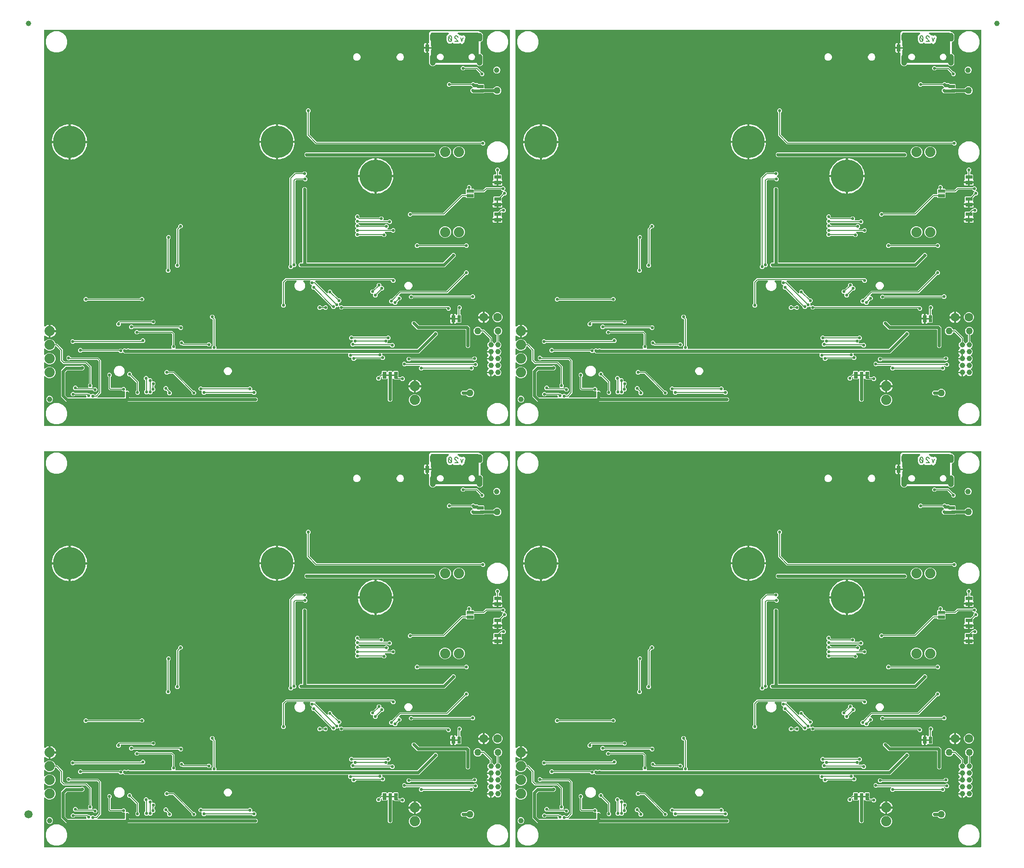
<source format=gbl>
G04 EAGLE Gerber RS-274X export*
G75*
%MOMM*%
%FSLAX34Y34*%
%LPD*%
%INBottom Copper*%
%IPPOS*%
%AMOC8*
5,1,8,0,0,1.08239X$1,22.5*%
G01*
%ADD10C,0.203200*%
%ADD11C,6.000000*%
%ADD12C,0.654000*%
%ADD13C,1.000000*%
%ADD14C,1.270000*%
%ADD15C,1.600000*%
%ADD16C,0.101600*%
%ADD17C,1.879600*%
%ADD18C,0.099059*%
%ADD19C,1.500000*%
%ADD20C,0.558800*%
%ADD21C,0.558800*%
%ADD22C,0.604000*%

G36*
X1728528Y780043D02*
X1728528Y780043D01*
X1728586Y780041D01*
X1728668Y780063D01*
X1728752Y780075D01*
X1728805Y780098D01*
X1728861Y780113D01*
X1728934Y780156D01*
X1729011Y780191D01*
X1729056Y780229D01*
X1729106Y780258D01*
X1729164Y780320D01*
X1729228Y780374D01*
X1729260Y780423D01*
X1729300Y780466D01*
X1729339Y780541D01*
X1729386Y780611D01*
X1729403Y780667D01*
X1729430Y780719D01*
X1729441Y780787D01*
X1729471Y780882D01*
X1729474Y780982D01*
X1729485Y781050D01*
X1729485Y1510030D01*
X1729478Y1510083D01*
X1729479Y1510116D01*
X1729478Y1510119D01*
X1729479Y1510146D01*
X1729457Y1510228D01*
X1729445Y1510312D01*
X1729422Y1510365D01*
X1729407Y1510421D01*
X1729364Y1510494D01*
X1729329Y1510571D01*
X1729291Y1510616D01*
X1729262Y1510666D01*
X1729200Y1510724D01*
X1729146Y1510788D01*
X1729097Y1510820D01*
X1729054Y1510860D01*
X1728979Y1510899D01*
X1728909Y1510946D01*
X1728853Y1510963D01*
X1728801Y1510990D01*
X1728733Y1511001D01*
X1728638Y1511031D01*
X1728538Y1511034D01*
X1728470Y1511045D01*
X872490Y1511045D01*
X872432Y1511037D01*
X872374Y1511039D01*
X872292Y1511017D01*
X872208Y1511005D01*
X872155Y1510982D01*
X872099Y1510967D01*
X872026Y1510924D01*
X871949Y1510889D01*
X871904Y1510851D01*
X871854Y1510822D01*
X871796Y1510760D01*
X871732Y1510706D01*
X871700Y1510657D01*
X871660Y1510614D01*
X871621Y1510539D01*
X871574Y1510469D01*
X871557Y1510413D01*
X871530Y1510361D01*
X871519Y1510293D01*
X871489Y1510198D01*
X871486Y1510098D01*
X871475Y1510030D01*
X871475Y964470D01*
X871479Y964441D01*
X871476Y964411D01*
X871499Y964300D01*
X871515Y964188D01*
X871527Y964161D01*
X871532Y964133D01*
X871584Y964032D01*
X871631Y963929D01*
X871650Y963906D01*
X871663Y963880D01*
X871741Y963798D01*
X871814Y963712D01*
X871839Y963695D01*
X871859Y963674D01*
X871957Y963617D01*
X872051Y963554D01*
X872079Y963545D01*
X872104Y963530D01*
X872214Y963503D01*
X872322Y963468D01*
X872351Y963468D01*
X872380Y963460D01*
X872493Y963464D01*
X872606Y963461D01*
X872635Y963468D01*
X872664Y963469D01*
X872772Y963504D01*
X872881Y963533D01*
X872907Y963548D01*
X872935Y963557D01*
X872999Y963603D01*
X873126Y963678D01*
X873169Y963724D01*
X873208Y963752D01*
X873602Y964146D01*
X875123Y965251D01*
X876797Y966104D01*
X878584Y966685D01*
X879349Y966806D01*
X879349Y956056D01*
X879357Y955998D01*
X879355Y955940D01*
X879377Y955858D01*
X879389Y955775D01*
X879413Y955721D01*
X879427Y955665D01*
X879470Y955592D01*
X879505Y955515D01*
X879543Y955471D01*
X879573Y955420D01*
X879634Y955363D01*
X879689Y955298D01*
X879737Y955266D01*
X879780Y955226D01*
X879855Y955187D01*
X879925Y955141D01*
X879981Y955123D01*
X880033Y955096D01*
X880101Y955085D01*
X880196Y955055D01*
X880296Y955052D01*
X880364Y955041D01*
X881381Y955041D01*
X881381Y955039D01*
X880364Y955039D01*
X880306Y955031D01*
X880248Y955032D01*
X880166Y955011D01*
X880083Y954999D01*
X880029Y954975D01*
X879973Y954961D01*
X879900Y954918D01*
X879823Y954883D01*
X879778Y954845D01*
X879728Y954815D01*
X879670Y954754D01*
X879606Y954699D01*
X879574Y954651D01*
X879534Y954608D01*
X879495Y954533D01*
X879449Y954463D01*
X879431Y954407D01*
X879404Y954355D01*
X879393Y954287D01*
X879363Y954192D01*
X879360Y954092D01*
X879349Y954024D01*
X879349Y943274D01*
X878584Y943395D01*
X876797Y943976D01*
X875123Y944829D01*
X873602Y945934D01*
X873208Y946328D01*
X873184Y946346D01*
X873165Y946368D01*
X873071Y946431D01*
X872981Y946499D01*
X872953Y946510D01*
X872929Y946526D01*
X872821Y946560D01*
X872715Y946600D01*
X872686Y946603D01*
X872658Y946612D01*
X872545Y946615D01*
X872432Y946624D01*
X872403Y946618D01*
X872374Y946619D01*
X872264Y946590D01*
X872153Y946568D01*
X872127Y946555D01*
X872099Y946547D01*
X872001Y946489D01*
X871901Y946437D01*
X871879Y946417D01*
X871854Y946402D01*
X871777Y946319D01*
X871695Y946241D01*
X871680Y946216D01*
X871660Y946195D01*
X871608Y946094D01*
X871551Y945996D01*
X871544Y945968D01*
X871530Y945941D01*
X871517Y945864D01*
X871481Y945720D01*
X871483Y945658D01*
X871475Y945610D01*
X871475Y937274D01*
X871479Y937245D01*
X871476Y937215D01*
X871499Y937104D01*
X871515Y936992D01*
X871527Y936965D01*
X871532Y936937D01*
X871585Y936836D01*
X871631Y936733D01*
X871650Y936710D01*
X871663Y936684D01*
X871741Y936602D01*
X871814Y936516D01*
X871839Y936499D01*
X871859Y936478D01*
X871957Y936421D01*
X872051Y936358D01*
X872079Y936349D01*
X872104Y936334D01*
X872214Y936307D01*
X872322Y936272D01*
X872352Y936272D01*
X872380Y936264D01*
X872493Y936268D01*
X872606Y936265D01*
X872635Y936272D01*
X872664Y936273D01*
X872772Y936308D01*
X872881Y936337D01*
X872907Y936352D01*
X872935Y936361D01*
X872998Y936406D01*
X873126Y936482D01*
X873169Y936528D01*
X873208Y936556D01*
X875337Y938685D01*
X879258Y940309D01*
X883502Y940309D01*
X887423Y938684D01*
X890424Y935683D01*
X891721Y932553D01*
X891722Y932552D01*
X891722Y932551D01*
X891794Y932430D01*
X891865Y932309D01*
X891867Y932308D01*
X891867Y932306D01*
X891971Y932209D01*
X892072Y932113D01*
X892074Y932113D01*
X892075Y932112D01*
X892201Y932047D01*
X892325Y931983D01*
X892326Y931983D01*
X892328Y931982D01*
X892343Y931980D01*
X892604Y931928D01*
X892634Y931931D01*
X892659Y931927D01*
X895027Y931927D01*
X905892Y921062D01*
X905892Y902433D01*
X905904Y902346D01*
X905907Y902259D01*
X905924Y902206D01*
X905932Y902151D01*
X905967Y902071D01*
X905994Y901988D01*
X906022Y901949D01*
X906048Y901892D01*
X906144Y901779D01*
X906189Y901715D01*
X908700Y899204D01*
X908770Y899152D01*
X908834Y899092D01*
X908883Y899066D01*
X908927Y899033D01*
X909009Y899002D01*
X909087Y898962D01*
X909134Y898954D01*
X909193Y898932D01*
X909340Y898920D01*
X909418Y898907D01*
X949637Y898907D01*
X958597Y889947D01*
X958597Y858592D01*
X958609Y858506D01*
X958612Y858418D01*
X958629Y858366D01*
X958637Y858311D01*
X958672Y858231D01*
X958699Y858148D01*
X958727Y858108D01*
X958753Y858051D01*
X958849Y857938D01*
X958894Y857874D01*
X960375Y856394D01*
X960375Y853026D01*
X959728Y852380D01*
X959711Y852356D01*
X959688Y852337D01*
X959625Y852243D01*
X959557Y852153D01*
X959547Y852125D01*
X959531Y852101D01*
X959496Y851993D01*
X959456Y851887D01*
X959454Y851858D01*
X959445Y851830D01*
X959442Y851716D01*
X959433Y851604D01*
X959438Y851575D01*
X959438Y851546D01*
X959466Y851436D01*
X959488Y851325D01*
X959502Y851299D01*
X959509Y851271D01*
X959567Y851173D01*
X959619Y851073D01*
X959640Y851051D01*
X959655Y851026D01*
X959737Y850949D01*
X959815Y850867D01*
X959841Y850852D01*
X959862Y850832D01*
X959963Y850780D01*
X960061Y850723D01*
X960089Y850716D01*
X960115Y850702D01*
X960192Y850689D01*
X960336Y850653D01*
X960399Y850655D01*
X960446Y850647D01*
X962334Y850647D01*
X962420Y850659D01*
X962508Y850662D01*
X962560Y850679D01*
X962615Y850687D01*
X962695Y850722D01*
X962778Y850749D01*
X962818Y850777D01*
X962875Y850803D01*
X962988Y850899D01*
X963052Y850944D01*
X963353Y851246D01*
X966721Y851246D01*
X969102Y848865D01*
X969102Y845497D01*
X966721Y843116D01*
X963353Y843116D01*
X960693Y845776D01*
X960624Y845828D01*
X960560Y845888D01*
X960510Y845914D01*
X960466Y845947D01*
X960384Y845978D01*
X960306Y846018D01*
X960259Y846026D01*
X960200Y846048D01*
X960053Y846060D01*
X959975Y846073D01*
X929694Y846073D01*
X929682Y846082D01*
X929618Y846142D01*
X929569Y846168D01*
X929525Y846201D01*
X929443Y846232D01*
X929365Y846272D01*
X929318Y846280D01*
X929259Y846302D01*
X929112Y846314D01*
X929034Y846327D01*
X926940Y846327D01*
X924559Y848708D01*
X924559Y852076D01*
X926940Y854457D01*
X930308Y854457D01*
X932689Y852076D01*
X932689Y851662D01*
X932697Y851604D01*
X932695Y851546D01*
X932717Y851464D01*
X932729Y851380D01*
X932752Y851327D01*
X932767Y851271D01*
X932810Y851198D01*
X932845Y851121D01*
X932883Y851076D01*
X932912Y851026D01*
X932974Y850968D01*
X933028Y850904D01*
X933077Y850872D01*
X933120Y850832D01*
X933195Y850793D01*
X933265Y850746D01*
X933321Y850729D01*
X933373Y850702D01*
X933441Y850691D01*
X933536Y850661D01*
X933636Y850658D01*
X933704Y850647D01*
X952174Y850647D01*
X952203Y850651D01*
X952232Y850648D01*
X952343Y850671D01*
X952455Y850687D01*
X952482Y850699D01*
X952511Y850704D01*
X952612Y850757D01*
X952715Y850803D01*
X952737Y850822D01*
X952763Y850835D01*
X952845Y850913D01*
X952932Y850986D01*
X952948Y851011D01*
X952969Y851031D01*
X953027Y851129D01*
X953089Y851223D01*
X953098Y851251D01*
X953113Y851276D01*
X953141Y851386D01*
X953175Y851494D01*
X953176Y851524D01*
X953183Y851552D01*
X953180Y851665D01*
X953182Y851778D01*
X953175Y851807D01*
X953174Y851836D01*
X953139Y851944D01*
X953111Y852053D01*
X953096Y852079D01*
X953087Y852107D01*
X953041Y852171D01*
X952965Y852298D01*
X952920Y852341D01*
X952892Y852380D01*
X952245Y853026D01*
X952245Y856394D01*
X953726Y857874D01*
X953778Y857944D01*
X953838Y858008D01*
X953864Y858057D01*
X953897Y858102D01*
X953928Y858183D01*
X953968Y858261D01*
X953976Y858309D01*
X953998Y858367D01*
X954010Y858515D01*
X954023Y858592D01*
X954023Y887632D01*
X954011Y887719D01*
X954008Y887806D01*
X953991Y887859D01*
X953983Y887914D01*
X953948Y887994D01*
X953921Y888077D01*
X953893Y888116D01*
X953867Y888173D01*
X953804Y888248D01*
X953781Y888287D01*
X953751Y888314D01*
X953726Y888350D01*
X948040Y894036D01*
X947970Y894088D01*
X947906Y894148D01*
X947857Y894174D01*
X947813Y894207D01*
X947731Y894238D01*
X947653Y894278D01*
X947606Y894286D01*
X947547Y894308D01*
X947400Y894320D01*
X947322Y894333D01*
X907103Y894333D01*
X901318Y900118D01*
X901318Y918747D01*
X901306Y918834D01*
X901303Y918921D01*
X901286Y918974D01*
X901278Y919029D01*
X901243Y919109D01*
X901216Y919192D01*
X901188Y919231D01*
X901162Y919288D01*
X901066Y919401D01*
X901021Y919465D01*
X893430Y927056D01*
X893360Y927108D01*
X893296Y927168D01*
X893247Y927194D01*
X893203Y927227D01*
X893121Y927258D01*
X893043Y927298D01*
X892996Y927306D01*
X892937Y927328D01*
X892790Y927340D01*
X892712Y927353D01*
X892659Y927353D01*
X892657Y927353D01*
X892656Y927353D01*
X892516Y927333D01*
X892377Y927313D01*
X892376Y927313D01*
X892374Y927313D01*
X892249Y927256D01*
X892118Y927197D01*
X892117Y927196D01*
X892115Y927195D01*
X892008Y927104D01*
X891901Y927014D01*
X891900Y927012D01*
X891899Y927011D01*
X891891Y926998D01*
X891743Y926777D01*
X891734Y926748D01*
X891721Y926727D01*
X890424Y923597D01*
X887423Y920596D01*
X883502Y918971D01*
X879258Y918971D01*
X875337Y920595D01*
X873208Y922724D01*
X873184Y922742D01*
X873165Y922764D01*
X873071Y922827D01*
X872981Y922895D01*
X872953Y922906D01*
X872929Y922922D01*
X872821Y922956D01*
X872715Y922996D01*
X872686Y922999D01*
X872658Y923008D01*
X872544Y923011D01*
X872432Y923020D01*
X872403Y923014D01*
X872374Y923015D01*
X872264Y922986D01*
X872153Y922964D01*
X872127Y922951D01*
X872099Y922943D01*
X872001Y922885D01*
X871901Y922833D01*
X871879Y922813D01*
X871854Y922798D01*
X871777Y922715D01*
X871695Y922637D01*
X871680Y922612D01*
X871660Y922591D01*
X871608Y922490D01*
X871551Y922392D01*
X871544Y922364D01*
X871530Y922337D01*
X871517Y922260D01*
X871481Y922117D01*
X871483Y922054D01*
X871475Y922006D01*
X871475Y911874D01*
X871479Y911845D01*
X871476Y911815D01*
X871499Y911704D01*
X871515Y911592D01*
X871527Y911565D01*
X871532Y911537D01*
X871585Y911436D01*
X871631Y911333D01*
X871650Y911310D01*
X871663Y911284D01*
X871741Y911202D01*
X871814Y911116D01*
X871839Y911099D01*
X871859Y911078D01*
X871957Y911021D01*
X872051Y910958D01*
X872079Y910949D01*
X872104Y910934D01*
X872214Y910907D01*
X872322Y910872D01*
X872352Y910872D01*
X872380Y910864D01*
X872493Y910868D01*
X872606Y910865D01*
X872635Y910872D01*
X872664Y910873D01*
X872772Y910908D01*
X872881Y910937D01*
X872907Y910952D01*
X872935Y910961D01*
X872998Y911006D01*
X873126Y911082D01*
X873169Y911128D01*
X873208Y911156D01*
X875337Y913285D01*
X879258Y914909D01*
X883502Y914909D01*
X887423Y913284D01*
X890424Y910283D01*
X892049Y906362D01*
X892049Y902118D01*
X890424Y898197D01*
X887423Y895196D01*
X883502Y893571D01*
X879258Y893571D01*
X875337Y895195D01*
X873208Y897324D01*
X873184Y897342D01*
X873165Y897364D01*
X873071Y897427D01*
X872981Y897495D01*
X872953Y897506D01*
X872929Y897522D01*
X872821Y897556D01*
X872715Y897596D01*
X872686Y897599D01*
X872658Y897608D01*
X872544Y897611D01*
X872432Y897620D01*
X872403Y897614D01*
X872374Y897615D01*
X872264Y897586D01*
X872153Y897564D01*
X872127Y897551D01*
X872099Y897543D01*
X872001Y897485D01*
X871901Y897433D01*
X871879Y897413D01*
X871854Y897398D01*
X871777Y897315D01*
X871695Y897237D01*
X871680Y897212D01*
X871660Y897191D01*
X871608Y897090D01*
X871551Y896992D01*
X871544Y896964D01*
X871530Y896937D01*
X871517Y896860D01*
X871481Y896717D01*
X871483Y896654D01*
X871475Y896606D01*
X871475Y886474D01*
X871479Y886445D01*
X871476Y886415D01*
X871499Y886304D01*
X871515Y886192D01*
X871527Y886165D01*
X871532Y886137D01*
X871585Y886036D01*
X871631Y885933D01*
X871650Y885910D01*
X871663Y885884D01*
X871741Y885802D01*
X871814Y885716D01*
X871839Y885699D01*
X871859Y885678D01*
X871957Y885621D01*
X872051Y885558D01*
X872079Y885549D01*
X872104Y885534D01*
X872214Y885507D01*
X872322Y885472D01*
X872352Y885472D01*
X872380Y885464D01*
X872493Y885468D01*
X872606Y885465D01*
X872635Y885472D01*
X872664Y885473D01*
X872772Y885508D01*
X872881Y885537D01*
X872907Y885552D01*
X872935Y885561D01*
X872998Y885606D01*
X873126Y885682D01*
X873169Y885728D01*
X873208Y885756D01*
X875337Y887885D01*
X879258Y889509D01*
X883502Y889509D01*
X887423Y887884D01*
X890424Y884883D01*
X892049Y880962D01*
X892049Y876718D01*
X890424Y872797D01*
X887423Y869796D01*
X883502Y868171D01*
X879258Y868171D01*
X875337Y869795D01*
X873208Y871924D01*
X873184Y871942D01*
X873165Y871964D01*
X873071Y872027D01*
X872981Y872095D01*
X872953Y872106D01*
X872929Y872122D01*
X872821Y872156D01*
X872715Y872196D01*
X872686Y872199D01*
X872658Y872208D01*
X872544Y872211D01*
X872432Y872220D01*
X872403Y872214D01*
X872374Y872215D01*
X872264Y872186D01*
X872153Y872164D01*
X872127Y872151D01*
X872099Y872143D01*
X872001Y872085D01*
X871901Y872033D01*
X871879Y872013D01*
X871854Y871998D01*
X871777Y871915D01*
X871695Y871837D01*
X871680Y871812D01*
X871660Y871791D01*
X871608Y871690D01*
X871551Y871592D01*
X871544Y871564D01*
X871530Y871537D01*
X871517Y871460D01*
X871481Y871317D01*
X871483Y871254D01*
X871475Y871206D01*
X871475Y781050D01*
X871483Y780992D01*
X871481Y780934D01*
X871503Y780852D01*
X871515Y780768D01*
X871538Y780715D01*
X871553Y780659D01*
X871596Y780586D01*
X871631Y780509D01*
X871669Y780464D01*
X871698Y780414D01*
X871760Y780356D01*
X871814Y780292D01*
X871863Y780260D01*
X871906Y780220D01*
X871981Y780181D01*
X872051Y780134D01*
X872107Y780117D01*
X872159Y780090D01*
X872227Y780079D01*
X872322Y780049D01*
X872422Y780046D01*
X872490Y780035D01*
X1728470Y780035D01*
X1728528Y780043D01*
G37*
G36*
X859848Y2803D02*
X859848Y2803D01*
X859906Y2801D01*
X859988Y2823D01*
X860072Y2835D01*
X860125Y2858D01*
X860181Y2873D01*
X860254Y2916D01*
X860331Y2951D01*
X860376Y2989D01*
X860426Y3018D01*
X860484Y3080D01*
X860548Y3134D01*
X860580Y3183D01*
X860620Y3226D01*
X860659Y3301D01*
X860706Y3371D01*
X860723Y3427D01*
X860750Y3479D01*
X860761Y3547D01*
X860791Y3642D01*
X860794Y3742D01*
X860805Y3810D01*
X860805Y732790D01*
X860798Y732843D01*
X860799Y732876D01*
X860798Y732879D01*
X860799Y732906D01*
X860777Y732988D01*
X860765Y733072D01*
X860742Y733125D01*
X860727Y733181D01*
X860684Y733254D01*
X860649Y733331D01*
X860611Y733376D01*
X860582Y733426D01*
X860520Y733484D01*
X860466Y733548D01*
X860417Y733580D01*
X860374Y733620D01*
X860299Y733659D01*
X860229Y733706D01*
X860173Y733723D01*
X860121Y733750D01*
X860053Y733761D01*
X859958Y733791D01*
X859858Y733794D01*
X859790Y733805D01*
X3810Y733805D01*
X3752Y733797D01*
X3694Y733799D01*
X3612Y733777D01*
X3528Y733765D01*
X3475Y733742D01*
X3419Y733727D01*
X3346Y733684D01*
X3269Y733649D01*
X3224Y733611D01*
X3174Y733582D01*
X3116Y733520D01*
X3052Y733466D01*
X3020Y733417D01*
X2980Y733374D01*
X2941Y733299D01*
X2894Y733229D01*
X2877Y733173D01*
X2850Y733121D01*
X2839Y733053D01*
X2809Y732958D01*
X2806Y732858D01*
X2795Y732790D01*
X2795Y187230D01*
X2799Y187201D01*
X2796Y187171D01*
X2819Y187060D01*
X2835Y186948D01*
X2847Y186921D01*
X2852Y186893D01*
X2904Y186792D01*
X2951Y186689D01*
X2970Y186666D01*
X2983Y186640D01*
X3061Y186558D01*
X3134Y186472D01*
X3159Y186455D01*
X3179Y186434D01*
X3277Y186377D01*
X3371Y186314D01*
X3399Y186305D01*
X3424Y186290D01*
X3534Y186263D01*
X3642Y186228D01*
X3671Y186228D01*
X3700Y186220D01*
X3813Y186224D01*
X3926Y186221D01*
X3955Y186228D01*
X3984Y186229D01*
X4092Y186264D01*
X4201Y186293D01*
X4227Y186308D01*
X4255Y186317D01*
X4319Y186363D01*
X4446Y186438D01*
X4489Y186484D01*
X4528Y186512D01*
X4922Y186906D01*
X6443Y188011D01*
X8117Y188864D01*
X9904Y189445D01*
X10669Y189566D01*
X10669Y178816D01*
X10677Y178758D01*
X10675Y178700D01*
X10697Y178618D01*
X10709Y178535D01*
X10733Y178481D01*
X10747Y178425D01*
X10790Y178352D01*
X10825Y178275D01*
X10863Y178231D01*
X10893Y178180D01*
X10954Y178123D01*
X11009Y178058D01*
X11057Y178026D01*
X11100Y177986D01*
X11175Y177947D01*
X11245Y177901D01*
X11301Y177883D01*
X11353Y177856D01*
X11421Y177845D01*
X11516Y177815D01*
X11616Y177812D01*
X11684Y177801D01*
X12701Y177801D01*
X12701Y177799D01*
X11684Y177799D01*
X11626Y177791D01*
X11568Y177792D01*
X11486Y177771D01*
X11403Y177759D01*
X11349Y177735D01*
X11293Y177721D01*
X11220Y177678D01*
X11143Y177643D01*
X11098Y177605D01*
X11048Y177575D01*
X10990Y177514D01*
X10926Y177459D01*
X10894Y177411D01*
X10854Y177368D01*
X10815Y177293D01*
X10769Y177223D01*
X10751Y177167D01*
X10724Y177115D01*
X10713Y177047D01*
X10683Y176952D01*
X10680Y176852D01*
X10669Y176784D01*
X10669Y166034D01*
X9904Y166155D01*
X8117Y166736D01*
X6443Y167589D01*
X4922Y168694D01*
X4528Y169088D01*
X4504Y169106D01*
X4485Y169128D01*
X4391Y169191D01*
X4301Y169259D01*
X4273Y169270D01*
X4249Y169286D01*
X4141Y169320D01*
X4035Y169360D01*
X4006Y169363D01*
X3978Y169372D01*
X3865Y169375D01*
X3752Y169384D01*
X3723Y169378D01*
X3694Y169379D01*
X3584Y169350D01*
X3473Y169328D01*
X3447Y169315D01*
X3419Y169307D01*
X3321Y169249D01*
X3221Y169197D01*
X3199Y169177D01*
X3174Y169162D01*
X3097Y169079D01*
X3015Y169001D01*
X3000Y168976D01*
X2980Y168955D01*
X2928Y168854D01*
X2871Y168756D01*
X2864Y168728D01*
X2850Y168701D01*
X2837Y168624D01*
X2801Y168480D01*
X2803Y168418D01*
X2795Y168370D01*
X2795Y160034D01*
X2799Y160005D01*
X2796Y159975D01*
X2819Y159864D01*
X2835Y159752D01*
X2847Y159725D01*
X2852Y159697D01*
X2905Y159596D01*
X2951Y159493D01*
X2970Y159470D01*
X2983Y159444D01*
X3061Y159362D01*
X3134Y159276D01*
X3159Y159259D01*
X3179Y159238D01*
X3277Y159181D01*
X3371Y159118D01*
X3399Y159109D01*
X3424Y159094D01*
X3534Y159067D01*
X3642Y159032D01*
X3672Y159032D01*
X3700Y159024D01*
X3813Y159028D01*
X3926Y159025D01*
X3955Y159032D01*
X3984Y159033D01*
X4092Y159068D01*
X4201Y159097D01*
X4227Y159112D01*
X4255Y159121D01*
X4318Y159166D01*
X4446Y159242D01*
X4489Y159288D01*
X4528Y159316D01*
X6657Y161445D01*
X10578Y163069D01*
X14822Y163069D01*
X18743Y161444D01*
X21744Y158443D01*
X23041Y155313D01*
X23042Y155312D01*
X23042Y155311D01*
X23114Y155190D01*
X23185Y155069D01*
X23187Y155068D01*
X23187Y155066D01*
X23291Y154969D01*
X23392Y154873D01*
X23394Y154873D01*
X23395Y154872D01*
X23521Y154807D01*
X23645Y154743D01*
X23646Y154743D01*
X23648Y154742D01*
X23663Y154740D01*
X23924Y154688D01*
X23954Y154691D01*
X23979Y154687D01*
X26347Y154687D01*
X37212Y143822D01*
X37212Y125193D01*
X37224Y125106D01*
X37227Y125019D01*
X37244Y124966D01*
X37252Y124911D01*
X37287Y124831D01*
X37314Y124748D01*
X37342Y124709D01*
X37368Y124652D01*
X37464Y124539D01*
X37509Y124475D01*
X40020Y121964D01*
X40090Y121912D01*
X40154Y121852D01*
X40203Y121826D01*
X40247Y121793D01*
X40329Y121762D01*
X40407Y121722D01*
X40454Y121714D01*
X40513Y121692D01*
X40660Y121680D01*
X40738Y121667D01*
X80957Y121667D01*
X89917Y112707D01*
X89917Y81352D01*
X89929Y81266D01*
X89932Y81178D01*
X89949Y81126D01*
X89957Y81071D01*
X89992Y80991D01*
X90019Y80908D01*
X90047Y80868D01*
X90073Y80811D01*
X90169Y80698D01*
X90214Y80634D01*
X91695Y79154D01*
X91695Y75786D01*
X91048Y75140D01*
X91031Y75116D01*
X91008Y75097D01*
X90945Y75003D01*
X90877Y74913D01*
X90867Y74885D01*
X90851Y74861D01*
X90816Y74753D01*
X90776Y74647D01*
X90774Y74618D01*
X90765Y74590D01*
X90762Y74476D01*
X90753Y74364D01*
X90758Y74335D01*
X90758Y74306D01*
X90786Y74196D01*
X90808Y74085D01*
X90822Y74059D01*
X90829Y74031D01*
X90887Y73933D01*
X90939Y73833D01*
X90960Y73811D01*
X90975Y73786D01*
X91057Y73709D01*
X91135Y73627D01*
X91161Y73612D01*
X91182Y73592D01*
X91283Y73540D01*
X91381Y73483D01*
X91409Y73476D01*
X91435Y73462D01*
X91512Y73449D01*
X91656Y73413D01*
X91719Y73415D01*
X91766Y73407D01*
X93654Y73407D01*
X93740Y73419D01*
X93828Y73422D01*
X93880Y73439D01*
X93935Y73447D01*
X94015Y73482D01*
X94098Y73509D01*
X94138Y73537D01*
X94195Y73563D01*
X94308Y73659D01*
X94372Y73704D01*
X94673Y74006D01*
X98041Y74006D01*
X100422Y71625D01*
X100422Y68257D01*
X98041Y65876D01*
X94673Y65876D01*
X92013Y68536D01*
X91944Y68588D01*
X91880Y68648D01*
X91830Y68674D01*
X91786Y68707D01*
X91704Y68738D01*
X91626Y68778D01*
X91579Y68786D01*
X91520Y68808D01*
X91373Y68820D01*
X91295Y68833D01*
X61014Y68833D01*
X61002Y68842D01*
X60938Y68902D01*
X60889Y68928D01*
X60845Y68961D01*
X60763Y68992D01*
X60685Y69032D01*
X60638Y69040D01*
X60579Y69062D01*
X60432Y69074D01*
X60354Y69087D01*
X58260Y69087D01*
X55879Y71468D01*
X55879Y74836D01*
X58260Y77217D01*
X61628Y77217D01*
X64009Y74836D01*
X64009Y74422D01*
X64017Y74364D01*
X64015Y74306D01*
X64037Y74224D01*
X64049Y74140D01*
X64072Y74087D01*
X64087Y74031D01*
X64130Y73958D01*
X64165Y73881D01*
X64203Y73836D01*
X64232Y73786D01*
X64294Y73728D01*
X64348Y73664D01*
X64397Y73632D01*
X64440Y73592D01*
X64515Y73553D01*
X64585Y73506D01*
X64641Y73489D01*
X64693Y73462D01*
X64761Y73451D01*
X64856Y73421D01*
X64956Y73418D01*
X65024Y73407D01*
X83494Y73407D01*
X83523Y73411D01*
X83552Y73408D01*
X83663Y73431D01*
X83775Y73447D01*
X83802Y73459D01*
X83831Y73464D01*
X83932Y73517D01*
X84035Y73563D01*
X84057Y73582D01*
X84083Y73595D01*
X84165Y73673D01*
X84252Y73746D01*
X84268Y73771D01*
X84289Y73791D01*
X84347Y73889D01*
X84409Y73983D01*
X84418Y74011D01*
X84433Y74036D01*
X84461Y74146D01*
X84495Y74254D01*
X84496Y74284D01*
X84503Y74312D01*
X84500Y74425D01*
X84502Y74538D01*
X84495Y74567D01*
X84494Y74596D01*
X84459Y74704D01*
X84431Y74813D01*
X84416Y74839D01*
X84407Y74867D01*
X84361Y74931D01*
X84285Y75058D01*
X84240Y75101D01*
X84212Y75140D01*
X83565Y75786D01*
X83565Y79154D01*
X85046Y80634D01*
X85098Y80704D01*
X85158Y80768D01*
X85184Y80817D01*
X85217Y80862D01*
X85248Y80943D01*
X85288Y81021D01*
X85296Y81069D01*
X85318Y81127D01*
X85330Y81275D01*
X85343Y81352D01*
X85343Y110392D01*
X85331Y110479D01*
X85328Y110566D01*
X85311Y110619D01*
X85303Y110674D01*
X85268Y110754D01*
X85241Y110837D01*
X85213Y110876D01*
X85187Y110933D01*
X85124Y111008D01*
X85101Y111047D01*
X85071Y111074D01*
X85046Y111110D01*
X79360Y116796D01*
X79290Y116848D01*
X79226Y116908D01*
X79177Y116934D01*
X79133Y116967D01*
X79051Y116998D01*
X78973Y117038D01*
X78926Y117046D01*
X78867Y117068D01*
X78720Y117080D01*
X78642Y117093D01*
X38423Y117093D01*
X32638Y122878D01*
X32638Y141507D01*
X32626Y141594D01*
X32623Y141681D01*
X32606Y141734D01*
X32598Y141789D01*
X32563Y141869D01*
X32536Y141952D01*
X32508Y141991D01*
X32482Y142048D01*
X32386Y142161D01*
X32341Y142225D01*
X24750Y149816D01*
X24680Y149868D01*
X24616Y149928D01*
X24567Y149954D01*
X24523Y149987D01*
X24441Y150018D01*
X24363Y150058D01*
X24316Y150066D01*
X24257Y150088D01*
X24110Y150100D01*
X24032Y150113D01*
X23979Y150113D01*
X23977Y150113D01*
X23976Y150113D01*
X23836Y150093D01*
X23697Y150073D01*
X23696Y150073D01*
X23694Y150073D01*
X23569Y150016D01*
X23438Y149957D01*
X23437Y149956D01*
X23435Y149955D01*
X23328Y149864D01*
X23221Y149774D01*
X23220Y149772D01*
X23219Y149771D01*
X23211Y149758D01*
X23063Y149537D01*
X23054Y149508D01*
X23041Y149487D01*
X21744Y146357D01*
X18743Y143356D01*
X14822Y141731D01*
X10578Y141731D01*
X6657Y143355D01*
X4528Y145484D01*
X4504Y145502D01*
X4485Y145524D01*
X4391Y145587D01*
X4301Y145655D01*
X4273Y145666D01*
X4249Y145682D01*
X4141Y145716D01*
X4035Y145756D01*
X4006Y145759D01*
X3978Y145768D01*
X3864Y145771D01*
X3752Y145780D01*
X3723Y145774D01*
X3694Y145775D01*
X3584Y145746D01*
X3473Y145724D01*
X3447Y145711D01*
X3419Y145703D01*
X3321Y145645D01*
X3221Y145593D01*
X3199Y145573D01*
X3174Y145558D01*
X3097Y145475D01*
X3015Y145397D01*
X3000Y145372D01*
X2980Y145351D01*
X2928Y145250D01*
X2871Y145152D01*
X2864Y145124D01*
X2850Y145097D01*
X2837Y145020D01*
X2801Y144877D01*
X2803Y144814D01*
X2795Y144766D01*
X2795Y134634D01*
X2799Y134605D01*
X2796Y134575D01*
X2819Y134464D01*
X2835Y134352D01*
X2847Y134325D01*
X2852Y134297D01*
X2905Y134196D01*
X2951Y134093D01*
X2970Y134070D01*
X2983Y134044D01*
X3061Y133962D01*
X3134Y133876D01*
X3159Y133859D01*
X3179Y133838D01*
X3277Y133781D01*
X3371Y133718D01*
X3399Y133709D01*
X3424Y133694D01*
X3534Y133667D01*
X3642Y133632D01*
X3672Y133632D01*
X3700Y133624D01*
X3813Y133628D01*
X3926Y133625D01*
X3955Y133632D01*
X3984Y133633D01*
X4092Y133668D01*
X4201Y133697D01*
X4227Y133712D01*
X4255Y133721D01*
X4318Y133766D01*
X4446Y133842D01*
X4489Y133888D01*
X4528Y133916D01*
X6657Y136045D01*
X10578Y137669D01*
X14822Y137669D01*
X18743Y136044D01*
X21744Y133043D01*
X23369Y129122D01*
X23369Y124878D01*
X21744Y120957D01*
X18743Y117956D01*
X14822Y116331D01*
X10578Y116331D01*
X6657Y117955D01*
X4528Y120084D01*
X4504Y120102D01*
X4485Y120124D01*
X4391Y120187D01*
X4301Y120255D01*
X4273Y120266D01*
X4249Y120282D01*
X4141Y120316D01*
X4035Y120356D01*
X4006Y120359D01*
X3978Y120368D01*
X3864Y120371D01*
X3752Y120380D01*
X3723Y120374D01*
X3694Y120375D01*
X3584Y120346D01*
X3473Y120324D01*
X3447Y120311D01*
X3419Y120303D01*
X3321Y120245D01*
X3221Y120193D01*
X3199Y120173D01*
X3174Y120158D01*
X3097Y120075D01*
X3015Y119997D01*
X3000Y119972D01*
X2980Y119951D01*
X2928Y119850D01*
X2871Y119752D01*
X2864Y119724D01*
X2850Y119697D01*
X2837Y119620D01*
X2801Y119477D01*
X2803Y119414D01*
X2795Y119366D01*
X2795Y109234D01*
X2799Y109205D01*
X2796Y109175D01*
X2819Y109064D01*
X2835Y108952D01*
X2847Y108925D01*
X2852Y108897D01*
X2905Y108796D01*
X2951Y108693D01*
X2970Y108670D01*
X2983Y108644D01*
X3061Y108562D01*
X3134Y108476D01*
X3159Y108459D01*
X3179Y108438D01*
X3277Y108381D01*
X3371Y108318D01*
X3399Y108309D01*
X3424Y108294D01*
X3534Y108267D01*
X3642Y108232D01*
X3672Y108232D01*
X3700Y108224D01*
X3813Y108228D01*
X3926Y108225D01*
X3955Y108232D01*
X3984Y108233D01*
X4092Y108268D01*
X4201Y108297D01*
X4227Y108312D01*
X4255Y108321D01*
X4318Y108366D01*
X4446Y108442D01*
X4489Y108488D01*
X4528Y108516D01*
X6657Y110645D01*
X10578Y112269D01*
X14822Y112269D01*
X18743Y110644D01*
X21744Y107643D01*
X23369Y103722D01*
X23369Y99478D01*
X21744Y95557D01*
X18743Y92556D01*
X14822Y90931D01*
X10578Y90931D01*
X6657Y92555D01*
X4528Y94684D01*
X4504Y94702D01*
X4485Y94724D01*
X4391Y94787D01*
X4301Y94855D01*
X4273Y94866D01*
X4249Y94882D01*
X4141Y94916D01*
X4035Y94956D01*
X4006Y94959D01*
X3978Y94968D01*
X3864Y94971D01*
X3752Y94980D01*
X3723Y94974D01*
X3694Y94975D01*
X3584Y94946D01*
X3473Y94924D01*
X3447Y94911D01*
X3419Y94903D01*
X3321Y94845D01*
X3221Y94793D01*
X3199Y94773D01*
X3174Y94758D01*
X3097Y94675D01*
X3015Y94597D01*
X3000Y94572D01*
X2980Y94551D01*
X2928Y94450D01*
X2871Y94352D01*
X2864Y94324D01*
X2850Y94297D01*
X2837Y94220D01*
X2801Y94077D01*
X2803Y94014D01*
X2795Y93966D01*
X2795Y3810D01*
X2803Y3752D01*
X2801Y3694D01*
X2823Y3612D01*
X2835Y3528D01*
X2858Y3475D01*
X2873Y3419D01*
X2916Y3346D01*
X2951Y3269D01*
X2989Y3224D01*
X3018Y3174D01*
X3080Y3116D01*
X3134Y3052D01*
X3183Y3020D01*
X3226Y2980D01*
X3301Y2941D01*
X3371Y2894D01*
X3427Y2877D01*
X3479Y2850D01*
X3547Y2839D01*
X3642Y2809D01*
X3742Y2806D01*
X3810Y2795D01*
X859790Y2795D01*
X859848Y2803D01*
G37*
G36*
X859848Y780043D02*
X859848Y780043D01*
X859906Y780041D01*
X859988Y780063D01*
X860072Y780075D01*
X860125Y780098D01*
X860181Y780113D01*
X860254Y780156D01*
X860331Y780191D01*
X860376Y780229D01*
X860426Y780258D01*
X860484Y780320D01*
X860548Y780374D01*
X860580Y780423D01*
X860620Y780466D01*
X860659Y780541D01*
X860706Y780611D01*
X860723Y780667D01*
X860750Y780719D01*
X860761Y780787D01*
X860791Y780882D01*
X860794Y780982D01*
X860805Y781050D01*
X860805Y1510030D01*
X860798Y1510083D01*
X860799Y1510116D01*
X860798Y1510119D01*
X860799Y1510146D01*
X860777Y1510228D01*
X860765Y1510312D01*
X860742Y1510365D01*
X860727Y1510421D01*
X860684Y1510494D01*
X860649Y1510571D01*
X860611Y1510616D01*
X860582Y1510666D01*
X860520Y1510724D01*
X860466Y1510788D01*
X860417Y1510820D01*
X860374Y1510860D01*
X860299Y1510899D01*
X860229Y1510946D01*
X860173Y1510963D01*
X860121Y1510990D01*
X860053Y1511001D01*
X859958Y1511031D01*
X859858Y1511034D01*
X859790Y1511045D01*
X3810Y1511045D01*
X3752Y1511037D01*
X3694Y1511039D01*
X3612Y1511017D01*
X3528Y1511005D01*
X3475Y1510982D01*
X3419Y1510967D01*
X3346Y1510924D01*
X3269Y1510889D01*
X3224Y1510851D01*
X3174Y1510822D01*
X3116Y1510760D01*
X3052Y1510706D01*
X3020Y1510657D01*
X2980Y1510614D01*
X2941Y1510539D01*
X2894Y1510469D01*
X2877Y1510413D01*
X2850Y1510361D01*
X2839Y1510293D01*
X2809Y1510198D01*
X2806Y1510098D01*
X2795Y1510030D01*
X2795Y964470D01*
X2799Y964441D01*
X2796Y964411D01*
X2819Y964300D01*
X2835Y964188D01*
X2847Y964161D01*
X2852Y964133D01*
X2904Y964032D01*
X2951Y963929D01*
X2970Y963906D01*
X2983Y963880D01*
X3061Y963798D01*
X3134Y963712D01*
X3159Y963695D01*
X3179Y963674D01*
X3277Y963617D01*
X3371Y963554D01*
X3399Y963545D01*
X3424Y963530D01*
X3534Y963503D01*
X3642Y963468D01*
X3671Y963468D01*
X3700Y963460D01*
X3813Y963464D01*
X3926Y963461D01*
X3955Y963468D01*
X3984Y963469D01*
X4092Y963504D01*
X4201Y963533D01*
X4227Y963548D01*
X4255Y963557D01*
X4319Y963603D01*
X4446Y963678D01*
X4489Y963724D01*
X4528Y963752D01*
X4922Y964146D01*
X6443Y965251D01*
X8117Y966104D01*
X9904Y966685D01*
X10669Y966806D01*
X10669Y956056D01*
X10677Y955998D01*
X10675Y955940D01*
X10697Y955858D01*
X10709Y955775D01*
X10733Y955721D01*
X10747Y955665D01*
X10790Y955592D01*
X10825Y955515D01*
X10863Y955471D01*
X10893Y955420D01*
X10954Y955363D01*
X11009Y955298D01*
X11057Y955266D01*
X11100Y955226D01*
X11175Y955187D01*
X11245Y955141D01*
X11301Y955123D01*
X11353Y955096D01*
X11421Y955085D01*
X11516Y955055D01*
X11616Y955052D01*
X11684Y955041D01*
X12701Y955041D01*
X12701Y955039D01*
X11684Y955039D01*
X11626Y955031D01*
X11568Y955032D01*
X11486Y955011D01*
X11403Y954999D01*
X11349Y954975D01*
X11293Y954961D01*
X11220Y954918D01*
X11143Y954883D01*
X11098Y954845D01*
X11048Y954815D01*
X10990Y954754D01*
X10926Y954699D01*
X10894Y954651D01*
X10854Y954608D01*
X10815Y954533D01*
X10769Y954463D01*
X10751Y954407D01*
X10724Y954355D01*
X10713Y954287D01*
X10683Y954192D01*
X10680Y954092D01*
X10669Y954024D01*
X10669Y943274D01*
X9904Y943395D01*
X8117Y943976D01*
X6443Y944829D01*
X4922Y945934D01*
X4528Y946328D01*
X4504Y946346D01*
X4485Y946368D01*
X4391Y946431D01*
X4301Y946499D01*
X4273Y946510D01*
X4249Y946526D01*
X4141Y946560D01*
X4035Y946600D01*
X4006Y946603D01*
X3978Y946612D01*
X3865Y946615D01*
X3752Y946624D01*
X3723Y946618D01*
X3694Y946619D01*
X3584Y946590D01*
X3473Y946568D01*
X3447Y946555D01*
X3419Y946547D01*
X3321Y946489D01*
X3221Y946437D01*
X3199Y946417D01*
X3174Y946402D01*
X3097Y946319D01*
X3015Y946241D01*
X3000Y946216D01*
X2980Y946195D01*
X2928Y946094D01*
X2871Y945996D01*
X2864Y945968D01*
X2850Y945941D01*
X2837Y945864D01*
X2801Y945720D01*
X2803Y945658D01*
X2795Y945610D01*
X2795Y937274D01*
X2799Y937245D01*
X2796Y937215D01*
X2819Y937104D01*
X2835Y936992D01*
X2847Y936965D01*
X2852Y936937D01*
X2905Y936836D01*
X2951Y936733D01*
X2970Y936710D01*
X2983Y936684D01*
X3061Y936602D01*
X3134Y936516D01*
X3159Y936499D01*
X3179Y936478D01*
X3277Y936421D01*
X3371Y936358D01*
X3399Y936349D01*
X3424Y936334D01*
X3534Y936307D01*
X3642Y936272D01*
X3672Y936272D01*
X3700Y936264D01*
X3813Y936268D01*
X3926Y936265D01*
X3955Y936272D01*
X3984Y936273D01*
X4092Y936308D01*
X4201Y936337D01*
X4227Y936352D01*
X4255Y936361D01*
X4318Y936406D01*
X4446Y936482D01*
X4489Y936528D01*
X4528Y936556D01*
X6657Y938685D01*
X10578Y940309D01*
X14822Y940309D01*
X18743Y938684D01*
X21744Y935683D01*
X23041Y932553D01*
X23042Y932552D01*
X23042Y932551D01*
X23112Y932432D01*
X23185Y932309D01*
X23187Y932308D01*
X23187Y932306D01*
X23291Y932209D01*
X23392Y932113D01*
X23394Y932113D01*
X23395Y932112D01*
X23521Y932047D01*
X23645Y931983D01*
X23646Y931983D01*
X23648Y931982D01*
X23663Y931980D01*
X23924Y931928D01*
X23954Y931931D01*
X23979Y931927D01*
X26347Y931927D01*
X37212Y921062D01*
X37212Y902433D01*
X37224Y902346D01*
X37227Y902259D01*
X37244Y902206D01*
X37252Y902151D01*
X37287Y902071D01*
X37314Y901988D01*
X37342Y901949D01*
X37368Y901892D01*
X37464Y901779D01*
X37509Y901715D01*
X40020Y899204D01*
X40090Y899152D01*
X40154Y899092D01*
X40203Y899066D01*
X40247Y899033D01*
X40329Y899002D01*
X40407Y898962D01*
X40454Y898954D01*
X40513Y898932D01*
X40660Y898920D01*
X40738Y898907D01*
X80957Y898907D01*
X89917Y889947D01*
X89917Y858592D01*
X89929Y858506D01*
X89932Y858418D01*
X89949Y858366D01*
X89957Y858311D01*
X89992Y858231D01*
X90019Y858148D01*
X90047Y858108D01*
X90073Y858051D01*
X90169Y857938D01*
X90214Y857874D01*
X91695Y856394D01*
X91695Y853026D01*
X91048Y852380D01*
X91031Y852356D01*
X91008Y852337D01*
X90945Y852243D01*
X90877Y852153D01*
X90867Y852125D01*
X90851Y852101D01*
X90816Y851993D01*
X90776Y851887D01*
X90774Y851858D01*
X90765Y851830D01*
X90762Y851716D01*
X90753Y851604D01*
X90758Y851575D01*
X90758Y851546D01*
X90786Y851436D01*
X90808Y851325D01*
X90822Y851299D01*
X90829Y851271D01*
X90887Y851173D01*
X90939Y851073D01*
X90960Y851051D01*
X90975Y851026D01*
X91057Y850949D01*
X91135Y850867D01*
X91161Y850852D01*
X91182Y850832D01*
X91283Y850780D01*
X91381Y850723D01*
X91409Y850716D01*
X91435Y850702D01*
X91512Y850689D01*
X91656Y850653D01*
X91719Y850655D01*
X91766Y850647D01*
X93654Y850647D01*
X93740Y850659D01*
X93828Y850662D01*
X93880Y850679D01*
X93935Y850687D01*
X94015Y850722D01*
X94098Y850749D01*
X94138Y850777D01*
X94195Y850803D01*
X94308Y850899D01*
X94372Y850944D01*
X94673Y851246D01*
X98041Y851246D01*
X100422Y848865D01*
X100422Y845497D01*
X98041Y843116D01*
X94673Y843116D01*
X92013Y845776D01*
X91944Y845828D01*
X91880Y845888D01*
X91830Y845914D01*
X91786Y845947D01*
X91704Y845978D01*
X91626Y846018D01*
X91579Y846026D01*
X91520Y846048D01*
X91373Y846060D01*
X91295Y846073D01*
X61014Y846073D01*
X61002Y846082D01*
X60938Y846142D01*
X60889Y846168D01*
X60845Y846201D01*
X60763Y846232D01*
X60685Y846272D01*
X60638Y846280D01*
X60579Y846302D01*
X60432Y846314D01*
X60354Y846327D01*
X58260Y846327D01*
X55879Y848708D01*
X55879Y852076D01*
X58260Y854457D01*
X61628Y854457D01*
X64009Y852076D01*
X64009Y851662D01*
X64017Y851604D01*
X64015Y851546D01*
X64037Y851464D01*
X64049Y851380D01*
X64072Y851327D01*
X64087Y851271D01*
X64130Y851198D01*
X64165Y851121D01*
X64203Y851076D01*
X64232Y851026D01*
X64294Y850968D01*
X64348Y850904D01*
X64397Y850872D01*
X64440Y850832D01*
X64515Y850793D01*
X64585Y850746D01*
X64641Y850729D01*
X64693Y850702D01*
X64761Y850691D01*
X64856Y850661D01*
X64956Y850658D01*
X65024Y850647D01*
X83494Y850647D01*
X83523Y850651D01*
X83552Y850648D01*
X83663Y850671D01*
X83775Y850687D01*
X83802Y850699D01*
X83831Y850704D01*
X83932Y850757D01*
X84035Y850803D01*
X84057Y850822D01*
X84083Y850835D01*
X84165Y850913D01*
X84252Y850986D01*
X84268Y851011D01*
X84289Y851031D01*
X84347Y851129D01*
X84409Y851223D01*
X84418Y851251D01*
X84433Y851276D01*
X84461Y851386D01*
X84495Y851494D01*
X84496Y851524D01*
X84503Y851552D01*
X84500Y851665D01*
X84502Y851778D01*
X84495Y851807D01*
X84494Y851836D01*
X84459Y851944D01*
X84431Y852053D01*
X84416Y852079D01*
X84407Y852107D01*
X84361Y852171D01*
X84285Y852298D01*
X84240Y852341D01*
X84212Y852380D01*
X83565Y853026D01*
X83565Y856394D01*
X85046Y857874D01*
X85098Y857944D01*
X85158Y858008D01*
X85184Y858057D01*
X85217Y858102D01*
X85248Y858183D01*
X85288Y858261D01*
X85296Y858309D01*
X85318Y858367D01*
X85330Y858515D01*
X85343Y858592D01*
X85343Y887632D01*
X85331Y887719D01*
X85328Y887806D01*
X85311Y887859D01*
X85303Y887914D01*
X85268Y887994D01*
X85241Y888077D01*
X85213Y888116D01*
X85187Y888173D01*
X85124Y888248D01*
X85101Y888287D01*
X85071Y888314D01*
X85046Y888350D01*
X79360Y894036D01*
X79290Y894088D01*
X79226Y894148D01*
X79177Y894174D01*
X79133Y894207D01*
X79051Y894238D01*
X78973Y894278D01*
X78926Y894286D01*
X78867Y894308D01*
X78720Y894320D01*
X78642Y894333D01*
X38423Y894333D01*
X32638Y900118D01*
X32638Y918747D01*
X32626Y918834D01*
X32623Y918921D01*
X32606Y918974D01*
X32598Y919029D01*
X32563Y919109D01*
X32536Y919192D01*
X32508Y919231D01*
X32482Y919288D01*
X32386Y919401D01*
X32341Y919465D01*
X24750Y927056D01*
X24680Y927108D01*
X24616Y927168D01*
X24567Y927194D01*
X24523Y927227D01*
X24441Y927258D01*
X24363Y927298D01*
X24316Y927306D01*
X24257Y927328D01*
X24110Y927340D01*
X24032Y927353D01*
X23979Y927353D01*
X23977Y927353D01*
X23976Y927353D01*
X23836Y927333D01*
X23697Y927313D01*
X23696Y927313D01*
X23694Y927313D01*
X23569Y927256D01*
X23438Y927197D01*
X23437Y927196D01*
X23435Y927195D01*
X23328Y927104D01*
X23221Y927014D01*
X23220Y927012D01*
X23219Y927011D01*
X23211Y926998D01*
X23063Y926777D01*
X23054Y926748D01*
X23041Y926727D01*
X21744Y923597D01*
X18743Y920596D01*
X14822Y918971D01*
X10578Y918971D01*
X6657Y920595D01*
X4528Y922724D01*
X4504Y922742D01*
X4485Y922764D01*
X4391Y922827D01*
X4301Y922895D01*
X4273Y922906D01*
X4249Y922922D01*
X4141Y922956D01*
X4035Y922996D01*
X4006Y922999D01*
X3978Y923008D01*
X3864Y923011D01*
X3752Y923020D01*
X3723Y923014D01*
X3694Y923015D01*
X3584Y922986D01*
X3473Y922964D01*
X3447Y922951D01*
X3419Y922943D01*
X3321Y922885D01*
X3221Y922833D01*
X3199Y922813D01*
X3174Y922798D01*
X3097Y922715D01*
X3015Y922637D01*
X3000Y922612D01*
X2980Y922591D01*
X2928Y922490D01*
X2871Y922392D01*
X2864Y922364D01*
X2850Y922337D01*
X2837Y922260D01*
X2801Y922117D01*
X2803Y922054D01*
X2795Y922006D01*
X2795Y911874D01*
X2799Y911845D01*
X2796Y911815D01*
X2819Y911704D01*
X2835Y911592D01*
X2847Y911565D01*
X2852Y911537D01*
X2905Y911436D01*
X2951Y911333D01*
X2970Y911310D01*
X2983Y911284D01*
X3061Y911202D01*
X3134Y911116D01*
X3159Y911099D01*
X3179Y911078D01*
X3277Y911021D01*
X3371Y910958D01*
X3399Y910949D01*
X3424Y910934D01*
X3534Y910907D01*
X3642Y910872D01*
X3672Y910872D01*
X3700Y910864D01*
X3813Y910868D01*
X3926Y910865D01*
X3955Y910872D01*
X3984Y910873D01*
X4092Y910908D01*
X4201Y910937D01*
X4227Y910952D01*
X4255Y910961D01*
X4318Y911006D01*
X4446Y911082D01*
X4489Y911128D01*
X4528Y911156D01*
X6657Y913285D01*
X10578Y914909D01*
X14822Y914909D01*
X18743Y913284D01*
X21744Y910283D01*
X23369Y906362D01*
X23369Y902118D01*
X21744Y898197D01*
X18743Y895196D01*
X14822Y893571D01*
X10578Y893571D01*
X6657Y895195D01*
X4528Y897324D01*
X4504Y897342D01*
X4485Y897364D01*
X4391Y897427D01*
X4301Y897495D01*
X4273Y897506D01*
X4249Y897522D01*
X4141Y897556D01*
X4035Y897596D01*
X4006Y897599D01*
X3978Y897608D01*
X3864Y897611D01*
X3752Y897620D01*
X3723Y897614D01*
X3694Y897615D01*
X3584Y897586D01*
X3473Y897564D01*
X3447Y897551D01*
X3419Y897543D01*
X3321Y897485D01*
X3221Y897433D01*
X3199Y897413D01*
X3174Y897398D01*
X3097Y897315D01*
X3015Y897237D01*
X3000Y897212D01*
X2980Y897191D01*
X2928Y897090D01*
X2871Y896992D01*
X2864Y896964D01*
X2850Y896937D01*
X2837Y896860D01*
X2801Y896717D01*
X2803Y896654D01*
X2795Y896606D01*
X2795Y886474D01*
X2799Y886445D01*
X2796Y886415D01*
X2819Y886304D01*
X2835Y886192D01*
X2847Y886165D01*
X2852Y886137D01*
X2905Y886036D01*
X2951Y885933D01*
X2970Y885910D01*
X2983Y885884D01*
X3061Y885802D01*
X3134Y885716D01*
X3159Y885699D01*
X3179Y885678D01*
X3277Y885621D01*
X3371Y885558D01*
X3399Y885549D01*
X3424Y885534D01*
X3534Y885507D01*
X3642Y885472D01*
X3672Y885472D01*
X3700Y885464D01*
X3813Y885468D01*
X3926Y885465D01*
X3955Y885472D01*
X3984Y885473D01*
X4092Y885508D01*
X4201Y885537D01*
X4227Y885552D01*
X4255Y885561D01*
X4318Y885606D01*
X4446Y885682D01*
X4489Y885728D01*
X4528Y885756D01*
X6657Y887885D01*
X10578Y889509D01*
X14822Y889509D01*
X18743Y887884D01*
X21744Y884883D01*
X23369Y880962D01*
X23369Y876718D01*
X21744Y872797D01*
X18743Y869796D01*
X14822Y868171D01*
X10578Y868171D01*
X6657Y869795D01*
X4528Y871924D01*
X4504Y871942D01*
X4485Y871964D01*
X4391Y872027D01*
X4301Y872095D01*
X4273Y872106D01*
X4249Y872122D01*
X4141Y872156D01*
X4035Y872196D01*
X4006Y872199D01*
X3978Y872208D01*
X3864Y872211D01*
X3752Y872220D01*
X3723Y872214D01*
X3694Y872215D01*
X3584Y872186D01*
X3473Y872164D01*
X3447Y872151D01*
X3419Y872143D01*
X3321Y872085D01*
X3221Y872033D01*
X3199Y872013D01*
X3174Y871998D01*
X3097Y871915D01*
X3015Y871837D01*
X3000Y871812D01*
X2980Y871791D01*
X2928Y871690D01*
X2871Y871592D01*
X2864Y871564D01*
X2850Y871537D01*
X2837Y871460D01*
X2801Y871317D01*
X2803Y871254D01*
X2795Y871206D01*
X2795Y781050D01*
X2803Y780992D01*
X2801Y780934D01*
X2823Y780852D01*
X2835Y780768D01*
X2858Y780715D01*
X2873Y780659D01*
X2916Y780586D01*
X2951Y780509D01*
X2989Y780464D01*
X3018Y780414D01*
X3080Y780356D01*
X3134Y780292D01*
X3183Y780260D01*
X3226Y780220D01*
X3301Y780181D01*
X3371Y780134D01*
X3427Y780117D01*
X3479Y780090D01*
X3547Y780079D01*
X3642Y780049D01*
X3742Y780046D01*
X3810Y780035D01*
X859790Y780035D01*
X859848Y780043D01*
G37*
G36*
X1728528Y2803D02*
X1728528Y2803D01*
X1728586Y2801D01*
X1728668Y2823D01*
X1728752Y2835D01*
X1728805Y2858D01*
X1728861Y2873D01*
X1728934Y2916D01*
X1729011Y2951D01*
X1729056Y2989D01*
X1729106Y3018D01*
X1729164Y3080D01*
X1729228Y3134D01*
X1729260Y3183D01*
X1729300Y3226D01*
X1729339Y3301D01*
X1729386Y3371D01*
X1729403Y3427D01*
X1729430Y3479D01*
X1729441Y3547D01*
X1729471Y3642D01*
X1729474Y3742D01*
X1729485Y3810D01*
X1729485Y732790D01*
X1729478Y732843D01*
X1729479Y732876D01*
X1729478Y732879D01*
X1729479Y732906D01*
X1729457Y732988D01*
X1729445Y733072D01*
X1729422Y733125D01*
X1729407Y733181D01*
X1729364Y733254D01*
X1729329Y733331D01*
X1729291Y733376D01*
X1729262Y733426D01*
X1729200Y733484D01*
X1729146Y733548D01*
X1729097Y733580D01*
X1729054Y733620D01*
X1728979Y733659D01*
X1728909Y733706D01*
X1728853Y733723D01*
X1728801Y733750D01*
X1728733Y733761D01*
X1728638Y733791D01*
X1728538Y733794D01*
X1728470Y733805D01*
X872490Y733805D01*
X872432Y733797D01*
X872374Y733799D01*
X872292Y733777D01*
X872208Y733765D01*
X872155Y733742D01*
X872099Y733727D01*
X872026Y733684D01*
X871949Y733649D01*
X871904Y733611D01*
X871854Y733582D01*
X871796Y733520D01*
X871732Y733466D01*
X871700Y733417D01*
X871660Y733374D01*
X871621Y733299D01*
X871574Y733229D01*
X871557Y733173D01*
X871530Y733121D01*
X871519Y733053D01*
X871489Y732958D01*
X871486Y732858D01*
X871475Y732790D01*
X871475Y187230D01*
X871479Y187201D01*
X871476Y187171D01*
X871499Y187060D01*
X871515Y186948D01*
X871527Y186921D01*
X871532Y186893D01*
X871584Y186792D01*
X871631Y186689D01*
X871650Y186666D01*
X871663Y186640D01*
X871741Y186558D01*
X871814Y186472D01*
X871839Y186455D01*
X871859Y186434D01*
X871957Y186377D01*
X872051Y186314D01*
X872079Y186305D01*
X872104Y186290D01*
X872214Y186263D01*
X872322Y186228D01*
X872351Y186228D01*
X872380Y186220D01*
X872493Y186224D01*
X872606Y186221D01*
X872635Y186228D01*
X872664Y186229D01*
X872772Y186264D01*
X872881Y186293D01*
X872907Y186308D01*
X872935Y186317D01*
X872999Y186363D01*
X873126Y186438D01*
X873169Y186484D01*
X873208Y186512D01*
X873602Y186906D01*
X875123Y188011D01*
X876797Y188864D01*
X878584Y189445D01*
X879349Y189566D01*
X879349Y178816D01*
X879357Y178758D01*
X879355Y178700D01*
X879377Y178618D01*
X879389Y178535D01*
X879413Y178481D01*
X879427Y178425D01*
X879470Y178352D01*
X879505Y178275D01*
X879543Y178231D01*
X879573Y178180D01*
X879634Y178123D01*
X879689Y178058D01*
X879737Y178026D01*
X879780Y177986D01*
X879855Y177947D01*
X879925Y177901D01*
X879981Y177883D01*
X880033Y177856D01*
X880101Y177845D01*
X880196Y177815D01*
X880296Y177812D01*
X880364Y177801D01*
X881381Y177801D01*
X881381Y177799D01*
X880364Y177799D01*
X880306Y177791D01*
X880248Y177792D01*
X880166Y177771D01*
X880083Y177759D01*
X880029Y177735D01*
X879973Y177721D01*
X879900Y177678D01*
X879823Y177643D01*
X879778Y177605D01*
X879728Y177575D01*
X879670Y177514D01*
X879606Y177459D01*
X879574Y177411D01*
X879534Y177368D01*
X879495Y177293D01*
X879449Y177223D01*
X879431Y177167D01*
X879404Y177115D01*
X879393Y177047D01*
X879363Y176952D01*
X879360Y176852D01*
X879349Y176784D01*
X879349Y166034D01*
X878584Y166155D01*
X876797Y166736D01*
X875123Y167589D01*
X873602Y168694D01*
X873208Y169088D01*
X873184Y169106D01*
X873165Y169128D01*
X873071Y169191D01*
X872981Y169259D01*
X872953Y169270D01*
X872929Y169286D01*
X872821Y169320D01*
X872715Y169360D01*
X872686Y169363D01*
X872658Y169372D01*
X872545Y169375D01*
X872432Y169384D01*
X872403Y169378D01*
X872374Y169379D01*
X872264Y169350D01*
X872153Y169328D01*
X872127Y169315D01*
X872099Y169307D01*
X872001Y169249D01*
X871901Y169197D01*
X871879Y169177D01*
X871854Y169162D01*
X871777Y169079D01*
X871695Y169001D01*
X871680Y168976D01*
X871660Y168955D01*
X871608Y168854D01*
X871551Y168756D01*
X871544Y168728D01*
X871530Y168701D01*
X871517Y168624D01*
X871481Y168480D01*
X871483Y168418D01*
X871475Y168370D01*
X871475Y160034D01*
X871479Y160005D01*
X871476Y159975D01*
X871499Y159864D01*
X871515Y159752D01*
X871527Y159725D01*
X871532Y159697D01*
X871585Y159596D01*
X871631Y159493D01*
X871650Y159470D01*
X871663Y159444D01*
X871741Y159362D01*
X871814Y159276D01*
X871839Y159259D01*
X871859Y159238D01*
X871957Y159181D01*
X872051Y159118D01*
X872079Y159109D01*
X872104Y159094D01*
X872214Y159067D01*
X872322Y159032D01*
X872352Y159032D01*
X872380Y159024D01*
X872493Y159028D01*
X872606Y159025D01*
X872635Y159032D01*
X872664Y159033D01*
X872772Y159068D01*
X872881Y159097D01*
X872907Y159112D01*
X872935Y159121D01*
X872998Y159166D01*
X873126Y159242D01*
X873169Y159288D01*
X873208Y159316D01*
X875337Y161445D01*
X879258Y163069D01*
X883502Y163069D01*
X887423Y161444D01*
X890424Y158443D01*
X891721Y155313D01*
X891722Y155312D01*
X891722Y155311D01*
X891792Y155192D01*
X891865Y155069D01*
X891867Y155068D01*
X891867Y155066D01*
X891971Y154969D01*
X892072Y154873D01*
X892074Y154873D01*
X892075Y154872D01*
X892201Y154807D01*
X892325Y154743D01*
X892326Y154743D01*
X892328Y154742D01*
X892343Y154740D01*
X892604Y154688D01*
X892634Y154691D01*
X892659Y154687D01*
X895027Y154687D01*
X905892Y143822D01*
X905892Y125193D01*
X905904Y125106D01*
X905907Y125019D01*
X905924Y124966D01*
X905932Y124911D01*
X905967Y124831D01*
X905994Y124748D01*
X906022Y124709D01*
X906048Y124652D01*
X906144Y124539D01*
X906189Y124475D01*
X908700Y121964D01*
X908770Y121912D01*
X908834Y121852D01*
X908883Y121826D01*
X908927Y121793D01*
X909009Y121762D01*
X909087Y121722D01*
X909134Y121714D01*
X909193Y121692D01*
X909340Y121680D01*
X909418Y121667D01*
X949637Y121667D01*
X958597Y112707D01*
X958597Y81352D01*
X958609Y81266D01*
X958612Y81178D01*
X958629Y81126D01*
X958637Y81071D01*
X958672Y80991D01*
X958699Y80908D01*
X958727Y80868D01*
X958753Y80811D01*
X958849Y80698D01*
X958894Y80634D01*
X960375Y79154D01*
X960375Y75786D01*
X959728Y75140D01*
X959711Y75116D01*
X959688Y75097D01*
X959625Y75003D01*
X959557Y74913D01*
X959547Y74885D01*
X959531Y74861D01*
X959496Y74753D01*
X959456Y74647D01*
X959454Y74618D01*
X959445Y74590D01*
X959442Y74476D01*
X959433Y74364D01*
X959438Y74335D01*
X959438Y74306D01*
X959466Y74196D01*
X959488Y74085D01*
X959502Y74059D01*
X959509Y74031D01*
X959567Y73933D01*
X959619Y73833D01*
X959640Y73811D01*
X959655Y73786D01*
X959737Y73709D01*
X959815Y73627D01*
X959841Y73612D01*
X959862Y73592D01*
X959963Y73540D01*
X960061Y73483D01*
X960089Y73476D01*
X960115Y73462D01*
X960192Y73449D01*
X960336Y73413D01*
X960399Y73415D01*
X960446Y73407D01*
X962334Y73407D01*
X962420Y73419D01*
X962508Y73422D01*
X962560Y73439D01*
X962615Y73447D01*
X962695Y73482D01*
X962778Y73509D01*
X962818Y73537D01*
X962875Y73563D01*
X962988Y73659D01*
X963052Y73704D01*
X963353Y74006D01*
X966721Y74006D01*
X969102Y71625D01*
X969102Y68257D01*
X966721Y65876D01*
X963353Y65876D01*
X960693Y68536D01*
X960624Y68588D01*
X960560Y68648D01*
X960510Y68674D01*
X960466Y68707D01*
X960384Y68738D01*
X960306Y68778D01*
X960259Y68786D01*
X960200Y68808D01*
X960053Y68820D01*
X959975Y68833D01*
X929694Y68833D01*
X929682Y68842D01*
X929618Y68902D01*
X929569Y68928D01*
X929525Y68961D01*
X929443Y68992D01*
X929365Y69032D01*
X929318Y69040D01*
X929259Y69062D01*
X929112Y69074D01*
X929034Y69087D01*
X926940Y69087D01*
X924559Y71468D01*
X924559Y74836D01*
X926940Y77217D01*
X930308Y77217D01*
X932689Y74836D01*
X932689Y74422D01*
X932697Y74364D01*
X932695Y74306D01*
X932717Y74224D01*
X932729Y74140D01*
X932752Y74087D01*
X932767Y74031D01*
X932810Y73958D01*
X932845Y73881D01*
X932883Y73836D01*
X932912Y73786D01*
X932974Y73728D01*
X933028Y73664D01*
X933077Y73632D01*
X933120Y73592D01*
X933195Y73553D01*
X933265Y73506D01*
X933321Y73489D01*
X933373Y73462D01*
X933441Y73451D01*
X933536Y73421D01*
X933636Y73418D01*
X933704Y73407D01*
X952174Y73407D01*
X952203Y73411D01*
X952232Y73408D01*
X952343Y73431D01*
X952455Y73447D01*
X952482Y73459D01*
X952511Y73464D01*
X952612Y73517D01*
X952715Y73563D01*
X952737Y73582D01*
X952763Y73595D01*
X952845Y73673D01*
X952932Y73746D01*
X952948Y73771D01*
X952969Y73791D01*
X953027Y73889D01*
X953089Y73983D01*
X953098Y74011D01*
X953113Y74036D01*
X953141Y74146D01*
X953175Y74254D01*
X953176Y74284D01*
X953183Y74312D01*
X953180Y74425D01*
X953182Y74538D01*
X953175Y74567D01*
X953174Y74596D01*
X953139Y74704D01*
X953111Y74813D01*
X953096Y74839D01*
X953087Y74867D01*
X953041Y74931D01*
X952965Y75058D01*
X952920Y75101D01*
X952892Y75140D01*
X952245Y75786D01*
X952245Y79154D01*
X953726Y80634D01*
X953778Y80704D01*
X953838Y80768D01*
X953864Y80817D01*
X953897Y80862D01*
X953928Y80943D01*
X953968Y81021D01*
X953976Y81069D01*
X953998Y81127D01*
X954010Y81275D01*
X954023Y81352D01*
X954023Y110392D01*
X954011Y110479D01*
X954008Y110566D01*
X953991Y110619D01*
X953983Y110674D01*
X953948Y110754D01*
X953921Y110837D01*
X953893Y110876D01*
X953867Y110933D01*
X953804Y111008D01*
X953781Y111047D01*
X953751Y111074D01*
X953726Y111110D01*
X948040Y116796D01*
X947970Y116848D01*
X947906Y116908D01*
X947857Y116934D01*
X947813Y116967D01*
X947731Y116998D01*
X947653Y117038D01*
X947606Y117046D01*
X947547Y117068D01*
X947400Y117080D01*
X947322Y117093D01*
X907103Y117093D01*
X901318Y122878D01*
X901318Y141507D01*
X901306Y141594D01*
X901303Y141681D01*
X901286Y141734D01*
X901278Y141789D01*
X901243Y141869D01*
X901216Y141952D01*
X901188Y141991D01*
X901162Y142048D01*
X901066Y142161D01*
X901021Y142225D01*
X893430Y149816D01*
X893360Y149868D01*
X893296Y149928D01*
X893247Y149954D01*
X893203Y149987D01*
X893121Y150018D01*
X893043Y150058D01*
X892996Y150066D01*
X892937Y150088D01*
X892790Y150100D01*
X892712Y150113D01*
X892659Y150113D01*
X892657Y150113D01*
X892656Y150113D01*
X892516Y150093D01*
X892377Y150073D01*
X892376Y150073D01*
X892374Y150073D01*
X892249Y150016D01*
X892118Y149957D01*
X892117Y149956D01*
X892115Y149955D01*
X892008Y149864D01*
X891901Y149774D01*
X891900Y149772D01*
X891899Y149771D01*
X891891Y149758D01*
X891743Y149537D01*
X891734Y149508D01*
X891721Y149487D01*
X890424Y146357D01*
X887423Y143356D01*
X883502Y141731D01*
X879258Y141731D01*
X875337Y143355D01*
X873208Y145484D01*
X873184Y145502D01*
X873165Y145524D01*
X873071Y145587D01*
X872981Y145655D01*
X872953Y145666D01*
X872929Y145682D01*
X872821Y145716D01*
X872715Y145756D01*
X872686Y145759D01*
X872658Y145768D01*
X872544Y145771D01*
X872432Y145780D01*
X872403Y145774D01*
X872374Y145775D01*
X872264Y145746D01*
X872153Y145724D01*
X872127Y145711D01*
X872099Y145703D01*
X872001Y145645D01*
X871901Y145593D01*
X871879Y145573D01*
X871854Y145558D01*
X871777Y145475D01*
X871695Y145397D01*
X871680Y145372D01*
X871660Y145351D01*
X871608Y145250D01*
X871551Y145152D01*
X871544Y145124D01*
X871530Y145097D01*
X871517Y145020D01*
X871481Y144877D01*
X871483Y144814D01*
X871475Y144766D01*
X871475Y134634D01*
X871479Y134605D01*
X871476Y134575D01*
X871499Y134464D01*
X871515Y134352D01*
X871527Y134325D01*
X871532Y134297D01*
X871585Y134196D01*
X871631Y134093D01*
X871650Y134070D01*
X871663Y134044D01*
X871741Y133962D01*
X871814Y133876D01*
X871839Y133859D01*
X871859Y133838D01*
X871957Y133781D01*
X872051Y133718D01*
X872079Y133709D01*
X872104Y133694D01*
X872214Y133667D01*
X872322Y133632D01*
X872352Y133632D01*
X872380Y133624D01*
X872493Y133628D01*
X872606Y133625D01*
X872635Y133632D01*
X872664Y133633D01*
X872772Y133668D01*
X872881Y133697D01*
X872907Y133712D01*
X872935Y133721D01*
X872998Y133766D01*
X873126Y133842D01*
X873169Y133888D01*
X873208Y133916D01*
X875337Y136045D01*
X879258Y137669D01*
X883502Y137669D01*
X887423Y136044D01*
X890424Y133043D01*
X892049Y129122D01*
X892049Y124878D01*
X890424Y120957D01*
X887423Y117956D01*
X883502Y116331D01*
X879258Y116331D01*
X875337Y117955D01*
X873208Y120084D01*
X873184Y120102D01*
X873165Y120124D01*
X873071Y120187D01*
X872981Y120255D01*
X872953Y120266D01*
X872929Y120282D01*
X872821Y120316D01*
X872715Y120356D01*
X872686Y120359D01*
X872658Y120368D01*
X872544Y120371D01*
X872432Y120380D01*
X872403Y120374D01*
X872374Y120375D01*
X872264Y120346D01*
X872153Y120324D01*
X872127Y120311D01*
X872099Y120303D01*
X872001Y120245D01*
X871901Y120193D01*
X871879Y120173D01*
X871854Y120158D01*
X871777Y120075D01*
X871695Y119997D01*
X871680Y119972D01*
X871660Y119951D01*
X871608Y119850D01*
X871551Y119752D01*
X871544Y119724D01*
X871530Y119697D01*
X871517Y119620D01*
X871481Y119477D01*
X871483Y119414D01*
X871475Y119366D01*
X871475Y109234D01*
X871479Y109205D01*
X871476Y109175D01*
X871499Y109064D01*
X871515Y108952D01*
X871527Y108925D01*
X871532Y108897D01*
X871585Y108796D01*
X871631Y108693D01*
X871650Y108670D01*
X871663Y108644D01*
X871741Y108562D01*
X871814Y108476D01*
X871839Y108459D01*
X871859Y108438D01*
X871957Y108381D01*
X872051Y108318D01*
X872079Y108309D01*
X872104Y108294D01*
X872214Y108267D01*
X872322Y108232D01*
X872352Y108232D01*
X872380Y108224D01*
X872493Y108228D01*
X872606Y108225D01*
X872635Y108232D01*
X872664Y108233D01*
X872772Y108268D01*
X872881Y108297D01*
X872907Y108312D01*
X872935Y108321D01*
X872998Y108366D01*
X873126Y108442D01*
X873169Y108488D01*
X873208Y108516D01*
X875337Y110645D01*
X879258Y112269D01*
X883502Y112269D01*
X887423Y110644D01*
X890424Y107643D01*
X892049Y103722D01*
X892049Y99478D01*
X890424Y95557D01*
X887423Y92556D01*
X883502Y90931D01*
X879258Y90931D01*
X875337Y92555D01*
X873208Y94684D01*
X873184Y94702D01*
X873165Y94724D01*
X873071Y94787D01*
X872981Y94855D01*
X872953Y94866D01*
X872929Y94882D01*
X872821Y94916D01*
X872715Y94956D01*
X872686Y94959D01*
X872658Y94968D01*
X872544Y94971D01*
X872432Y94980D01*
X872403Y94974D01*
X872374Y94975D01*
X872264Y94946D01*
X872153Y94924D01*
X872127Y94911D01*
X872099Y94903D01*
X872001Y94845D01*
X871901Y94793D01*
X871879Y94773D01*
X871854Y94758D01*
X871777Y94675D01*
X871695Y94597D01*
X871680Y94572D01*
X871660Y94551D01*
X871608Y94450D01*
X871551Y94352D01*
X871544Y94324D01*
X871530Y94297D01*
X871517Y94220D01*
X871481Y94077D01*
X871483Y94014D01*
X871475Y93966D01*
X871475Y3810D01*
X871483Y3752D01*
X871481Y3694D01*
X871503Y3612D01*
X871515Y3528D01*
X871538Y3475D01*
X871553Y3419D01*
X871596Y3346D01*
X871631Y3269D01*
X871669Y3224D01*
X871698Y3174D01*
X871760Y3116D01*
X871814Y3052D01*
X871863Y3020D01*
X871906Y2980D01*
X871981Y2941D01*
X872051Y2894D01*
X872107Y2877D01*
X872159Y2850D01*
X872227Y2839D01*
X872322Y2809D01*
X872422Y2806D01*
X872490Y2795D01*
X1728470Y2795D01*
X1728528Y2803D01*
G37*
%LPC*%
G36*
X1440252Y900335D02*
X1440252Y900335D01*
X1437871Y902716D01*
X1437871Y905524D01*
X1437863Y905582D01*
X1437865Y905640D01*
X1437843Y905722D01*
X1437831Y905806D01*
X1437808Y905859D01*
X1437793Y905915D01*
X1437750Y905988D01*
X1437715Y906065D01*
X1437677Y906110D01*
X1437648Y906160D01*
X1437586Y906218D01*
X1437532Y906282D01*
X1437483Y906314D01*
X1437440Y906354D01*
X1437365Y906393D01*
X1437295Y906440D01*
X1437239Y906457D01*
X1437187Y906484D01*
X1437119Y906495D01*
X1437024Y906525D01*
X1436924Y906528D01*
X1436856Y906539D01*
X1433992Y906539D01*
X1431611Y908920D01*
X1431611Y912288D01*
X1431736Y912412D01*
X1431753Y912436D01*
X1431776Y912455D01*
X1431838Y912549D01*
X1431907Y912639D01*
X1431917Y912667D01*
X1431933Y912691D01*
X1431968Y912799D01*
X1432008Y912905D01*
X1432010Y912934D01*
X1432019Y912962D01*
X1432022Y913075D01*
X1432031Y913188D01*
X1432026Y913217D01*
X1432026Y913246D01*
X1431998Y913356D01*
X1431976Y913467D01*
X1431962Y913493D01*
X1431955Y913521D01*
X1431897Y913619D01*
X1431845Y913719D01*
X1431824Y913741D01*
X1431809Y913766D01*
X1431727Y913843D01*
X1431649Y913925D01*
X1431623Y913940D01*
X1431602Y913960D01*
X1431501Y914012D01*
X1431404Y914069D01*
X1431375Y914076D01*
X1431349Y914090D01*
X1431272Y914103D01*
X1431128Y914139D01*
X1431066Y914137D01*
X1431018Y914145D01*
X1018888Y914145D01*
X1018424Y914610D01*
X1017353Y915681D01*
X1017306Y915716D01*
X1017266Y915758D01*
X1017193Y915801D01*
X1017126Y915852D01*
X1017071Y915872D01*
X1017021Y915902D01*
X1016939Y915923D01*
X1016860Y915953D01*
X1016802Y915958D01*
X1016745Y915972D01*
X1016661Y915969D01*
X1016577Y915976D01*
X1016519Y915965D01*
X1016461Y915963D01*
X1016381Y915937D01*
X1016298Y915921D01*
X1016246Y915894D01*
X1016190Y915876D01*
X1016134Y915836D01*
X1016046Y915790D01*
X1015973Y915721D01*
X1015917Y915681D01*
X1014636Y914399D01*
X1011268Y914399D01*
X1008772Y916896D01*
X1008702Y916948D01*
X1008638Y917008D01*
X1008589Y917034D01*
X1008544Y917067D01*
X1008463Y917098D01*
X1008385Y917138D01*
X1008337Y917146D01*
X1008279Y917168D01*
X1008131Y917180D01*
X1008054Y917193D01*
X942158Y917193D01*
X942072Y917181D01*
X941984Y917178D01*
X941932Y917161D01*
X941877Y917153D01*
X941797Y917118D01*
X941714Y917091D01*
X941674Y917063D01*
X941617Y917037D01*
X941504Y916941D01*
X941440Y916896D01*
X939960Y915415D01*
X936592Y915415D01*
X934211Y917796D01*
X934211Y921164D01*
X936592Y923545D01*
X939960Y923545D01*
X941440Y922064D01*
X941510Y922012D01*
X941574Y921952D01*
X941623Y921926D01*
X941668Y921893D01*
X941749Y921862D01*
X941827Y921822D01*
X941875Y921814D01*
X941933Y921792D01*
X942081Y921780D01*
X942158Y921767D01*
X1010086Y921767D01*
X1010172Y921779D01*
X1010260Y921782D01*
X1010312Y921799D01*
X1010367Y921807D01*
X1010447Y921842D01*
X1010530Y921869D01*
X1010570Y921897D01*
X1010627Y921923D01*
X1010740Y922019D01*
X1010804Y922064D01*
X1011268Y922529D01*
X1014636Y922529D01*
X1015409Y921755D01*
X1015456Y921720D01*
X1015496Y921678D01*
X1015569Y921635D01*
X1015636Y921584D01*
X1015691Y921564D01*
X1015741Y921534D01*
X1015823Y921513D01*
X1015902Y921483D01*
X1015960Y921478D01*
X1016017Y921464D01*
X1016101Y921467D01*
X1016185Y921460D01*
X1016243Y921471D01*
X1016301Y921473D01*
X1016381Y921499D01*
X1016464Y921515D01*
X1016516Y921542D01*
X1016572Y921560D01*
X1016628Y921601D01*
X1016716Y921646D01*
X1016789Y921715D01*
X1016845Y921755D01*
X1018126Y923037D01*
X1021494Y923037D01*
X1021958Y922572D01*
X1022028Y922520D01*
X1022092Y922460D01*
X1022141Y922434D01*
X1022186Y922401D01*
X1022267Y922370D01*
X1022345Y922330D01*
X1022393Y922322D01*
X1022451Y922300D01*
X1022599Y922288D01*
X1022676Y922275D01*
X1023040Y922275D01*
X1023126Y922287D01*
X1023214Y922290D01*
X1023266Y922307D01*
X1023321Y922315D01*
X1023401Y922350D01*
X1023484Y922377D01*
X1023524Y922405D01*
X1023581Y922431D01*
X1023694Y922527D01*
X1023758Y922572D01*
X1024222Y923037D01*
X1027590Y923037D01*
X1028054Y922572D01*
X1028124Y922520D01*
X1028188Y922460D01*
X1028237Y922434D01*
X1028282Y922401D01*
X1028363Y922370D01*
X1028441Y922330D01*
X1028489Y922322D01*
X1028547Y922300D01*
X1028695Y922288D01*
X1028772Y922275D01*
X1105336Y922275D01*
X1105365Y922279D01*
X1105394Y922276D01*
X1105505Y922299D01*
X1105617Y922315D01*
X1105644Y922327D01*
X1105673Y922332D01*
X1105774Y922385D01*
X1105877Y922431D01*
X1105899Y922450D01*
X1105925Y922463D01*
X1106007Y922541D01*
X1106094Y922614D01*
X1106110Y922639D01*
X1106131Y922659D01*
X1106189Y922757D01*
X1106251Y922851D01*
X1106260Y922879D01*
X1106275Y922904D01*
X1106303Y923014D01*
X1106337Y923122D01*
X1106338Y923152D01*
X1106345Y923180D01*
X1106342Y923293D01*
X1106344Y923406D01*
X1106337Y923435D01*
X1106336Y923464D01*
X1106301Y923572D01*
X1106273Y923681D01*
X1106258Y923707D01*
X1106249Y923735D01*
X1106203Y923799D01*
X1106127Y923926D01*
X1106082Y923969D01*
X1106054Y924008D01*
X1105661Y924400D01*
X1105661Y927768D01*
X1107142Y929248D01*
X1107194Y929318D01*
X1107254Y929382D01*
X1107280Y929431D01*
X1107313Y929476D01*
X1107344Y929557D01*
X1107384Y929635D01*
X1107392Y929683D01*
X1107414Y929741D01*
X1107426Y929889D01*
X1107439Y929966D01*
X1107439Y948846D01*
X1107427Y948933D01*
X1107424Y949020D01*
X1107407Y949073D01*
X1107399Y949128D01*
X1107364Y949208D01*
X1107337Y949291D01*
X1107309Y949330D01*
X1107283Y949387D01*
X1107187Y949500D01*
X1107142Y949564D01*
X1106282Y950424D01*
X1106212Y950476D01*
X1106148Y950536D01*
X1106099Y950562D01*
X1106055Y950595D01*
X1105973Y950626D01*
X1105895Y950666D01*
X1105848Y950674D01*
X1105789Y950696D01*
X1105642Y950708D01*
X1105564Y950721D01*
X1045790Y950721D01*
X1045704Y950709D01*
X1045616Y950706D01*
X1045564Y950689D01*
X1045509Y950681D01*
X1045429Y950646D01*
X1045346Y950619D01*
X1045306Y950591D01*
X1045249Y950565D01*
X1045136Y950469D01*
X1045072Y950424D01*
X1043592Y948943D01*
X1040224Y948943D01*
X1037843Y951324D01*
X1037843Y954692D01*
X1040224Y957073D01*
X1043592Y957073D01*
X1045072Y955592D01*
X1045142Y955540D01*
X1045206Y955480D01*
X1045255Y955454D01*
X1045300Y955421D01*
X1045381Y955390D01*
X1045459Y955350D01*
X1045507Y955342D01*
X1045565Y955320D01*
X1045713Y955308D01*
X1045790Y955295D01*
X1107879Y955295D01*
X1112013Y951161D01*
X1112013Y929966D01*
X1112025Y929880D01*
X1112028Y929792D01*
X1112045Y929740D01*
X1112053Y929685D01*
X1112088Y929605D01*
X1112115Y929522D01*
X1112143Y929482D01*
X1112169Y929425D01*
X1112265Y929312D01*
X1112310Y929248D01*
X1113791Y927768D01*
X1113791Y924400D01*
X1113398Y924008D01*
X1113381Y923984D01*
X1113358Y923965D01*
X1113295Y923871D01*
X1113227Y923781D01*
X1113217Y923753D01*
X1113201Y923729D01*
X1113166Y923621D01*
X1113126Y923515D01*
X1113124Y923486D01*
X1113115Y923458D01*
X1113112Y923344D01*
X1113103Y923232D01*
X1113108Y923203D01*
X1113108Y923174D01*
X1113136Y923064D01*
X1113158Y922953D01*
X1113172Y922927D01*
X1113179Y922899D01*
X1113237Y922801D01*
X1113289Y922701D01*
X1113310Y922679D01*
X1113325Y922654D01*
X1113407Y922577D01*
X1113485Y922495D01*
X1113511Y922480D01*
X1113532Y922460D01*
X1113633Y922408D01*
X1113731Y922351D01*
X1113759Y922344D01*
X1113785Y922330D01*
X1113862Y922317D01*
X1114006Y922281D01*
X1114069Y922283D01*
X1114116Y922275D01*
X1179322Y922275D01*
X1179380Y922283D01*
X1179438Y922281D01*
X1179520Y922303D01*
X1179604Y922315D01*
X1179657Y922338D01*
X1179713Y922353D01*
X1179786Y922396D01*
X1179863Y922431D01*
X1179908Y922469D01*
X1179958Y922498D01*
X1180016Y922560D01*
X1180080Y922614D01*
X1180112Y922663D01*
X1180152Y922706D01*
X1180191Y922781D01*
X1180238Y922851D01*
X1180255Y922907D01*
X1180282Y922959D01*
X1180293Y923027D01*
X1180323Y923122D01*
X1180326Y923222D01*
X1180337Y923290D01*
X1180337Y927087D01*
X1180366Y927096D01*
X1180475Y927124D01*
X1180501Y927139D01*
X1180529Y927148D01*
X1180593Y927194D01*
X1180720Y927270D01*
X1180763Y927315D01*
X1180802Y927343D01*
X1181818Y928359D01*
X1181870Y928429D01*
X1181930Y928493D01*
X1181956Y928542D01*
X1181989Y928587D01*
X1182020Y928668D01*
X1182060Y928746D01*
X1182068Y928794D01*
X1182090Y928852D01*
X1182102Y929000D01*
X1182115Y929077D01*
X1182115Y975770D01*
X1182103Y975857D01*
X1182100Y975944D01*
X1182083Y975997D01*
X1182075Y976052D01*
X1182040Y976132D01*
X1182013Y976215D01*
X1181985Y976254D01*
X1181959Y976311D01*
X1181863Y976424D01*
X1181818Y976488D01*
X1181466Y976840D01*
X1181396Y976892D01*
X1181332Y976952D01*
X1181283Y976978D01*
X1181239Y977011D01*
X1181157Y977042D01*
X1181079Y977082D01*
X1181032Y977090D01*
X1180973Y977112D01*
X1180826Y977124D01*
X1180748Y977137D01*
X1179670Y977137D01*
X1177289Y979518D01*
X1177289Y982886D01*
X1179670Y985267D01*
X1183038Y985267D01*
X1185419Y982886D01*
X1185419Y979776D01*
X1185431Y979689D01*
X1185434Y979602D01*
X1185451Y979549D01*
X1185459Y979494D01*
X1185494Y979414D01*
X1185521Y979331D01*
X1185549Y979292D01*
X1185575Y979235D01*
X1185671Y979122D01*
X1185716Y979058D01*
X1186689Y978085D01*
X1186689Y929077D01*
X1186701Y928991D01*
X1186704Y928903D01*
X1186721Y928851D01*
X1186729Y928796D01*
X1186764Y928716D01*
X1186791Y928633D01*
X1186819Y928593D01*
X1186845Y928536D01*
X1186941Y928423D01*
X1186986Y928359D01*
X1188467Y926879D01*
X1188467Y923290D01*
X1188475Y923232D01*
X1188473Y923174D01*
X1188495Y923092D01*
X1188507Y923008D01*
X1188530Y922955D01*
X1188545Y922899D01*
X1188588Y922826D01*
X1188623Y922749D01*
X1188661Y922704D01*
X1188690Y922654D01*
X1188752Y922596D01*
X1188806Y922532D01*
X1188855Y922500D01*
X1188898Y922460D01*
X1188973Y922421D01*
X1189043Y922374D01*
X1189099Y922357D01*
X1189151Y922330D01*
X1189219Y922319D01*
X1189314Y922289D01*
X1189414Y922286D01*
X1189482Y922275D01*
X1558726Y922275D01*
X1558812Y922287D01*
X1558900Y922290D01*
X1558952Y922307D01*
X1559007Y922315D01*
X1559087Y922350D01*
X1559170Y922377D01*
X1559210Y922405D01*
X1559267Y922431D01*
X1559380Y922527D01*
X1559444Y922572D01*
X1590896Y954025D01*
X1594264Y954025D01*
X1596645Y951644D01*
X1596645Y948276D01*
X1562514Y914145D01*
X1495404Y914145D01*
X1495346Y914137D01*
X1495288Y914139D01*
X1495206Y914117D01*
X1495122Y914105D01*
X1495069Y914082D01*
X1495013Y914067D01*
X1494940Y914024D01*
X1494863Y913989D01*
X1494818Y913951D01*
X1494768Y913922D01*
X1494710Y913860D01*
X1494646Y913806D01*
X1494614Y913757D01*
X1494574Y913714D01*
X1494535Y913639D01*
X1494488Y913569D01*
X1494471Y913513D01*
X1494444Y913461D01*
X1494433Y913393D01*
X1494403Y913298D01*
X1494400Y913198D01*
X1494389Y913130D01*
X1494389Y910844D01*
X1494397Y910786D01*
X1494395Y910728D01*
X1494417Y910646D01*
X1494429Y910562D01*
X1494452Y910509D01*
X1494467Y910453D01*
X1494510Y910380D01*
X1494545Y910303D01*
X1494583Y910258D01*
X1494612Y910208D01*
X1494674Y910150D01*
X1494728Y910086D01*
X1494777Y910054D01*
X1494820Y910014D01*
X1494895Y909975D01*
X1494965Y909928D01*
X1495021Y909911D01*
X1495073Y909884D01*
X1495141Y909873D01*
X1495236Y909843D01*
X1495336Y909840D01*
X1495404Y909829D01*
X1496916Y909829D01*
X1499297Y907448D01*
X1499297Y904080D01*
X1496916Y901699D01*
X1493548Y901699D01*
X1492308Y902940D01*
X1492238Y902992D01*
X1492174Y903052D01*
X1492125Y903078D01*
X1492080Y903111D01*
X1491999Y903142D01*
X1491921Y903182D01*
X1491873Y903190D01*
X1491815Y903212D01*
X1491667Y903224D01*
X1491590Y903237D01*
X1446942Y903237D01*
X1446856Y903225D01*
X1446768Y903222D01*
X1446716Y903205D01*
X1446661Y903197D01*
X1446581Y903162D01*
X1446498Y903135D01*
X1446458Y903107D01*
X1446401Y903081D01*
X1446288Y902985D01*
X1446224Y902940D01*
X1443620Y900335D01*
X1440252Y900335D01*
G37*
%LPD*%
%LPC*%
G36*
X571572Y900335D02*
X571572Y900335D01*
X569191Y902716D01*
X569191Y905524D01*
X569183Y905582D01*
X569185Y905640D01*
X569163Y905722D01*
X569151Y905806D01*
X569128Y905859D01*
X569113Y905915D01*
X569070Y905988D01*
X569035Y906065D01*
X568997Y906110D01*
X568968Y906160D01*
X568906Y906218D01*
X568852Y906282D01*
X568803Y906314D01*
X568760Y906354D01*
X568685Y906393D01*
X568615Y906440D01*
X568559Y906457D01*
X568507Y906484D01*
X568439Y906495D01*
X568344Y906525D01*
X568244Y906528D01*
X568176Y906539D01*
X565312Y906539D01*
X562931Y908920D01*
X562931Y912288D01*
X563056Y912412D01*
X563073Y912436D01*
X563096Y912455D01*
X563158Y912549D01*
X563227Y912639D01*
X563237Y912667D01*
X563253Y912691D01*
X563288Y912799D01*
X563328Y912905D01*
X563330Y912934D01*
X563339Y912962D01*
X563342Y913075D01*
X563351Y913188D01*
X563346Y913217D01*
X563346Y913246D01*
X563318Y913356D01*
X563296Y913467D01*
X563282Y913493D01*
X563275Y913521D01*
X563217Y913619D01*
X563165Y913719D01*
X563144Y913741D01*
X563129Y913766D01*
X563047Y913843D01*
X562969Y913925D01*
X562943Y913940D01*
X562922Y913960D01*
X562821Y914012D01*
X562724Y914069D01*
X562695Y914076D01*
X562669Y914090D01*
X562592Y914103D01*
X562448Y914139D01*
X562386Y914137D01*
X562338Y914145D01*
X150208Y914145D01*
X149744Y914610D01*
X148673Y915681D01*
X148626Y915716D01*
X148586Y915758D01*
X148513Y915801D01*
X148446Y915852D01*
X148391Y915872D01*
X148341Y915902D01*
X148259Y915923D01*
X148180Y915953D01*
X148122Y915958D01*
X148065Y915972D01*
X147981Y915969D01*
X147897Y915976D01*
X147839Y915965D01*
X147781Y915963D01*
X147701Y915937D01*
X147618Y915921D01*
X147566Y915894D01*
X147510Y915876D01*
X147454Y915836D01*
X147366Y915790D01*
X147293Y915721D01*
X147237Y915681D01*
X145956Y914399D01*
X142588Y914399D01*
X140092Y916896D01*
X140022Y916948D01*
X139958Y917008D01*
X139909Y917034D01*
X139864Y917067D01*
X139783Y917098D01*
X139705Y917138D01*
X139657Y917146D01*
X139599Y917168D01*
X139451Y917180D01*
X139374Y917193D01*
X73478Y917193D01*
X73392Y917181D01*
X73304Y917178D01*
X73252Y917161D01*
X73197Y917153D01*
X73117Y917118D01*
X73034Y917091D01*
X72994Y917063D01*
X72937Y917037D01*
X72824Y916941D01*
X72760Y916896D01*
X71280Y915415D01*
X67912Y915415D01*
X65531Y917796D01*
X65531Y921164D01*
X67912Y923545D01*
X71280Y923545D01*
X72760Y922064D01*
X72830Y922012D01*
X72894Y921952D01*
X72943Y921926D01*
X72988Y921893D01*
X73069Y921862D01*
X73147Y921822D01*
X73195Y921814D01*
X73253Y921792D01*
X73401Y921780D01*
X73478Y921767D01*
X141406Y921767D01*
X141492Y921779D01*
X141580Y921782D01*
X141632Y921799D01*
X141687Y921807D01*
X141767Y921842D01*
X141850Y921869D01*
X141890Y921897D01*
X141947Y921923D01*
X142060Y922019D01*
X142124Y922064D01*
X142588Y922529D01*
X145956Y922529D01*
X146729Y921755D01*
X146776Y921720D01*
X146816Y921678D01*
X146889Y921635D01*
X146956Y921584D01*
X147011Y921564D01*
X147061Y921534D01*
X147143Y921513D01*
X147222Y921483D01*
X147280Y921478D01*
X147337Y921464D01*
X147421Y921467D01*
X147505Y921460D01*
X147563Y921471D01*
X147621Y921473D01*
X147701Y921499D01*
X147784Y921515D01*
X147836Y921542D01*
X147892Y921560D01*
X147948Y921601D01*
X148036Y921646D01*
X148109Y921715D01*
X148165Y921755D01*
X149446Y923037D01*
X152814Y923037D01*
X153278Y922572D01*
X153348Y922520D01*
X153412Y922460D01*
X153461Y922434D01*
X153506Y922401D01*
X153587Y922370D01*
X153665Y922330D01*
X153713Y922322D01*
X153771Y922300D01*
X153919Y922288D01*
X153996Y922275D01*
X154360Y922275D01*
X154446Y922287D01*
X154534Y922290D01*
X154586Y922307D01*
X154641Y922315D01*
X154721Y922350D01*
X154804Y922377D01*
X154844Y922405D01*
X154901Y922431D01*
X155014Y922527D01*
X155078Y922572D01*
X155542Y923037D01*
X158910Y923037D01*
X159374Y922572D01*
X159444Y922520D01*
X159508Y922460D01*
X159557Y922434D01*
X159602Y922401D01*
X159683Y922370D01*
X159761Y922330D01*
X159809Y922322D01*
X159867Y922300D01*
X160015Y922288D01*
X160092Y922275D01*
X236656Y922275D01*
X236685Y922279D01*
X236714Y922276D01*
X236825Y922299D01*
X236937Y922315D01*
X236964Y922327D01*
X236993Y922332D01*
X237094Y922385D01*
X237197Y922431D01*
X237219Y922450D01*
X237245Y922463D01*
X237327Y922541D01*
X237414Y922614D01*
X237430Y922639D01*
X237451Y922659D01*
X237509Y922757D01*
X237571Y922851D01*
X237580Y922879D01*
X237595Y922904D01*
X237623Y923014D01*
X237657Y923122D01*
X237658Y923152D01*
X237665Y923180D01*
X237662Y923293D01*
X237664Y923406D01*
X237657Y923435D01*
X237656Y923464D01*
X237621Y923572D01*
X237593Y923681D01*
X237578Y923707D01*
X237569Y923735D01*
X237523Y923799D01*
X237447Y923926D01*
X237402Y923969D01*
X237374Y924008D01*
X236981Y924400D01*
X236981Y927768D01*
X238462Y929248D01*
X238514Y929318D01*
X238574Y929382D01*
X238600Y929431D01*
X238633Y929476D01*
X238664Y929557D01*
X238704Y929635D01*
X238712Y929683D01*
X238734Y929741D01*
X238746Y929889D01*
X238759Y929966D01*
X238759Y948846D01*
X238747Y948933D01*
X238744Y949020D01*
X238727Y949073D01*
X238719Y949128D01*
X238684Y949208D01*
X238657Y949291D01*
X238629Y949330D01*
X238603Y949387D01*
X238507Y949500D01*
X238462Y949564D01*
X237602Y950424D01*
X237532Y950476D01*
X237468Y950536D01*
X237419Y950562D01*
X237375Y950595D01*
X237293Y950626D01*
X237215Y950666D01*
X237168Y950674D01*
X237109Y950696D01*
X236962Y950708D01*
X236884Y950721D01*
X177110Y950721D01*
X177024Y950709D01*
X176936Y950706D01*
X176883Y950689D01*
X176829Y950681D01*
X176749Y950646D01*
X176666Y950619D01*
X176626Y950591D01*
X176569Y950565D01*
X176456Y950469D01*
X176392Y950424D01*
X174912Y948943D01*
X171544Y948943D01*
X169163Y951324D01*
X169163Y954692D01*
X171544Y957073D01*
X174912Y957073D01*
X176392Y955592D01*
X176462Y955540D01*
X176526Y955480D01*
X176575Y955454D01*
X176619Y955421D01*
X176701Y955390D01*
X176779Y955350D01*
X176827Y955342D01*
X176885Y955320D01*
X177033Y955308D01*
X177110Y955295D01*
X239199Y955295D01*
X243333Y951161D01*
X243333Y929966D01*
X243345Y929880D01*
X243348Y929792D01*
X243365Y929740D01*
X243373Y929685D01*
X243408Y929605D01*
X243435Y929522D01*
X243463Y929482D01*
X243489Y929425D01*
X243585Y929312D01*
X243630Y929248D01*
X245111Y927768D01*
X245111Y924400D01*
X244718Y924008D01*
X244701Y923984D01*
X244678Y923965D01*
X244615Y923871D01*
X244547Y923781D01*
X244537Y923753D01*
X244521Y923729D01*
X244486Y923621D01*
X244446Y923515D01*
X244444Y923486D01*
X244435Y923458D01*
X244432Y923344D01*
X244423Y923232D01*
X244428Y923203D01*
X244428Y923174D01*
X244456Y923064D01*
X244478Y922953D01*
X244492Y922927D01*
X244499Y922899D01*
X244557Y922801D01*
X244609Y922701D01*
X244630Y922679D01*
X244645Y922654D01*
X244727Y922577D01*
X244805Y922495D01*
X244831Y922480D01*
X244852Y922460D01*
X244953Y922408D01*
X245051Y922351D01*
X245079Y922344D01*
X245105Y922330D01*
X245182Y922317D01*
X245326Y922281D01*
X245389Y922283D01*
X245436Y922275D01*
X310642Y922275D01*
X310700Y922283D01*
X310758Y922281D01*
X310840Y922303D01*
X310924Y922315D01*
X310977Y922338D01*
X311033Y922353D01*
X311106Y922396D01*
X311183Y922431D01*
X311228Y922469D01*
X311278Y922498D01*
X311336Y922560D01*
X311400Y922614D01*
X311432Y922663D01*
X311472Y922706D01*
X311511Y922781D01*
X311558Y922851D01*
X311575Y922907D01*
X311602Y922959D01*
X311613Y923027D01*
X311643Y923122D01*
X311646Y923222D01*
X311657Y923290D01*
X311657Y927087D01*
X311686Y927096D01*
X311795Y927124D01*
X311821Y927139D01*
X311849Y927148D01*
X311913Y927194D01*
X312040Y927270D01*
X312083Y927315D01*
X312122Y927343D01*
X313138Y928359D01*
X313190Y928429D01*
X313250Y928493D01*
X313276Y928542D01*
X313309Y928587D01*
X313340Y928668D01*
X313380Y928746D01*
X313388Y928794D01*
X313410Y928852D01*
X313422Y929000D01*
X313435Y929077D01*
X313435Y975770D01*
X313423Y975857D01*
X313420Y975944D01*
X313403Y975997D01*
X313395Y976052D01*
X313360Y976132D01*
X313333Y976215D01*
X313305Y976254D01*
X313279Y976311D01*
X313183Y976424D01*
X313138Y976488D01*
X312786Y976840D01*
X312716Y976892D01*
X312652Y976952D01*
X312603Y976978D01*
X312559Y977011D01*
X312477Y977042D01*
X312399Y977082D01*
X312352Y977090D01*
X312293Y977112D01*
X312146Y977124D01*
X312068Y977137D01*
X310990Y977137D01*
X308609Y979518D01*
X308609Y982886D01*
X310990Y985267D01*
X314358Y985267D01*
X316739Y982886D01*
X316739Y979776D01*
X316751Y979689D01*
X316754Y979602D01*
X316771Y979549D01*
X316779Y979494D01*
X316814Y979414D01*
X316841Y979331D01*
X316869Y979292D01*
X316895Y979235D01*
X316991Y979122D01*
X317036Y979058D01*
X318009Y978085D01*
X318009Y929077D01*
X318021Y928991D01*
X318024Y928903D01*
X318041Y928851D01*
X318049Y928796D01*
X318084Y928716D01*
X318111Y928633D01*
X318139Y928593D01*
X318165Y928536D01*
X318261Y928423D01*
X318306Y928359D01*
X319787Y926879D01*
X319787Y923290D01*
X319795Y923232D01*
X319793Y923174D01*
X319815Y923092D01*
X319827Y923008D01*
X319850Y922955D01*
X319865Y922899D01*
X319908Y922826D01*
X319943Y922749D01*
X319981Y922704D01*
X320010Y922654D01*
X320072Y922596D01*
X320126Y922532D01*
X320175Y922500D01*
X320218Y922460D01*
X320293Y922421D01*
X320363Y922374D01*
X320419Y922357D01*
X320471Y922330D01*
X320539Y922319D01*
X320634Y922289D01*
X320734Y922286D01*
X320802Y922275D01*
X690046Y922275D01*
X690132Y922287D01*
X690220Y922290D01*
X690272Y922307D01*
X690327Y922315D01*
X690407Y922350D01*
X690490Y922377D01*
X690530Y922405D01*
X690587Y922431D01*
X690700Y922527D01*
X690764Y922572D01*
X722216Y954025D01*
X725584Y954025D01*
X727965Y951644D01*
X727965Y948276D01*
X693834Y914145D01*
X626724Y914145D01*
X626666Y914137D01*
X626608Y914139D01*
X626526Y914117D01*
X626442Y914105D01*
X626389Y914082D01*
X626333Y914067D01*
X626260Y914024D01*
X626183Y913989D01*
X626138Y913951D01*
X626088Y913922D01*
X626030Y913860D01*
X625966Y913806D01*
X625934Y913757D01*
X625894Y913714D01*
X625855Y913639D01*
X625808Y913569D01*
X625791Y913513D01*
X625764Y913461D01*
X625753Y913393D01*
X625723Y913298D01*
X625720Y913198D01*
X625709Y913130D01*
X625709Y910844D01*
X625717Y910786D01*
X625715Y910728D01*
X625737Y910646D01*
X625749Y910562D01*
X625772Y910509D01*
X625787Y910453D01*
X625830Y910380D01*
X625865Y910303D01*
X625903Y910258D01*
X625932Y910208D01*
X625994Y910150D01*
X626048Y910086D01*
X626097Y910054D01*
X626140Y910014D01*
X626215Y909975D01*
X626285Y909928D01*
X626341Y909911D01*
X626393Y909884D01*
X626461Y909873D01*
X626556Y909843D01*
X626656Y909840D01*
X626724Y909829D01*
X628236Y909829D01*
X630617Y907448D01*
X630617Y904080D01*
X628236Y901699D01*
X624868Y901699D01*
X623628Y902940D01*
X623558Y902992D01*
X623494Y903052D01*
X623445Y903078D01*
X623400Y903111D01*
X623319Y903142D01*
X623241Y903182D01*
X623193Y903190D01*
X623135Y903212D01*
X622987Y903224D01*
X622910Y903237D01*
X578262Y903237D01*
X578176Y903225D01*
X578088Y903222D01*
X578036Y903205D01*
X577981Y903197D01*
X577901Y903162D01*
X577818Y903135D01*
X577778Y903107D01*
X577721Y903081D01*
X577608Y902985D01*
X577544Y902940D01*
X574940Y900335D01*
X571572Y900335D01*
G37*
%LPD*%
%LPC*%
G36*
X1440252Y123095D02*
X1440252Y123095D01*
X1437871Y125476D01*
X1437871Y128284D01*
X1437863Y128342D01*
X1437865Y128400D01*
X1437843Y128482D01*
X1437831Y128566D01*
X1437808Y128619D01*
X1437793Y128675D01*
X1437750Y128748D01*
X1437715Y128825D01*
X1437677Y128870D01*
X1437648Y128920D01*
X1437586Y128978D01*
X1437532Y129042D01*
X1437483Y129074D01*
X1437440Y129114D01*
X1437365Y129153D01*
X1437295Y129200D01*
X1437239Y129217D01*
X1437187Y129244D01*
X1437119Y129255D01*
X1437024Y129285D01*
X1436924Y129288D01*
X1436856Y129299D01*
X1433992Y129299D01*
X1431611Y131680D01*
X1431611Y135048D01*
X1431736Y135172D01*
X1431753Y135196D01*
X1431776Y135215D01*
X1431838Y135309D01*
X1431907Y135399D01*
X1431917Y135427D01*
X1431933Y135451D01*
X1431968Y135559D01*
X1432008Y135665D01*
X1432010Y135694D01*
X1432019Y135722D01*
X1432022Y135835D01*
X1432031Y135948D01*
X1432026Y135977D01*
X1432026Y136006D01*
X1431998Y136116D01*
X1431976Y136227D01*
X1431962Y136253D01*
X1431955Y136281D01*
X1431897Y136379D01*
X1431845Y136479D01*
X1431824Y136501D01*
X1431809Y136526D01*
X1431727Y136603D01*
X1431649Y136685D01*
X1431623Y136700D01*
X1431602Y136720D01*
X1431501Y136772D01*
X1431404Y136829D01*
X1431375Y136836D01*
X1431349Y136850D01*
X1431272Y136863D01*
X1431128Y136899D01*
X1431066Y136897D01*
X1431018Y136905D01*
X1018888Y136905D01*
X1017353Y138441D01*
X1017306Y138476D01*
X1017266Y138518D01*
X1017193Y138561D01*
X1017126Y138612D01*
X1017071Y138632D01*
X1017021Y138662D01*
X1016939Y138683D01*
X1016860Y138713D01*
X1016802Y138718D01*
X1016745Y138732D01*
X1016661Y138729D01*
X1016577Y138736D01*
X1016519Y138725D01*
X1016461Y138723D01*
X1016381Y138697D01*
X1016298Y138681D01*
X1016246Y138654D01*
X1016190Y138636D01*
X1016134Y138595D01*
X1016046Y138550D01*
X1015973Y138481D01*
X1015917Y138441D01*
X1014636Y137159D01*
X1011268Y137159D01*
X1008772Y139656D01*
X1008702Y139708D01*
X1008638Y139768D01*
X1008589Y139794D01*
X1008545Y139827D01*
X1008463Y139858D01*
X1008385Y139898D01*
X1008337Y139906D01*
X1008279Y139928D01*
X1008131Y139940D01*
X1008054Y139953D01*
X942158Y139953D01*
X942072Y139941D01*
X941984Y139938D01*
X941932Y139921D01*
X941877Y139913D01*
X941797Y139878D01*
X941714Y139851D01*
X941674Y139823D01*
X941617Y139797D01*
X941504Y139701D01*
X941440Y139656D01*
X939960Y138175D01*
X936592Y138175D01*
X934211Y140556D01*
X934211Y143924D01*
X936592Y146305D01*
X939960Y146305D01*
X941440Y144824D01*
X941510Y144772D01*
X941574Y144712D01*
X941623Y144686D01*
X941668Y144653D01*
X941749Y144622D01*
X941827Y144582D01*
X941875Y144574D01*
X941933Y144552D01*
X942081Y144540D01*
X942158Y144527D01*
X1010086Y144527D01*
X1010172Y144539D01*
X1010260Y144542D01*
X1010313Y144559D01*
X1010367Y144567D01*
X1010447Y144602D01*
X1010530Y144629D01*
X1010570Y144657D01*
X1010627Y144683D01*
X1010740Y144779D01*
X1010804Y144824D01*
X1011268Y145289D01*
X1014636Y145289D01*
X1015409Y144515D01*
X1015456Y144480D01*
X1015496Y144438D01*
X1015569Y144395D01*
X1015636Y144344D01*
X1015691Y144324D01*
X1015741Y144294D01*
X1015823Y144273D01*
X1015902Y144243D01*
X1015960Y144238D01*
X1016017Y144224D01*
X1016101Y144227D01*
X1016185Y144220D01*
X1016243Y144231D01*
X1016301Y144233D01*
X1016381Y144259D01*
X1016464Y144275D01*
X1016516Y144302D01*
X1016572Y144320D01*
X1016628Y144360D01*
X1016716Y144406D01*
X1016789Y144475D01*
X1016845Y144515D01*
X1018126Y145797D01*
X1021494Y145797D01*
X1021958Y145332D01*
X1022028Y145280D01*
X1022092Y145220D01*
X1022141Y145194D01*
X1022186Y145161D01*
X1022267Y145130D01*
X1022345Y145090D01*
X1022393Y145082D01*
X1022451Y145060D01*
X1022599Y145048D01*
X1022676Y145035D01*
X1023040Y145035D01*
X1023126Y145047D01*
X1023214Y145050D01*
X1023266Y145067D01*
X1023321Y145075D01*
X1023401Y145110D01*
X1023484Y145137D01*
X1023524Y145165D01*
X1023581Y145191D01*
X1023694Y145287D01*
X1023758Y145332D01*
X1024222Y145797D01*
X1027590Y145797D01*
X1028054Y145332D01*
X1028124Y145280D01*
X1028188Y145220D01*
X1028237Y145194D01*
X1028282Y145161D01*
X1028363Y145130D01*
X1028441Y145090D01*
X1028489Y145082D01*
X1028547Y145060D01*
X1028695Y145048D01*
X1028772Y145035D01*
X1105336Y145035D01*
X1105365Y145039D01*
X1105394Y145036D01*
X1105505Y145059D01*
X1105617Y145075D01*
X1105644Y145087D01*
X1105673Y145092D01*
X1105774Y145145D01*
X1105877Y145191D01*
X1105899Y145210D01*
X1105925Y145223D01*
X1106007Y145301D01*
X1106094Y145374D01*
X1106110Y145399D01*
X1106131Y145419D01*
X1106189Y145517D01*
X1106251Y145611D01*
X1106260Y145639D01*
X1106275Y145664D01*
X1106303Y145774D01*
X1106337Y145882D01*
X1106338Y145912D01*
X1106345Y145940D01*
X1106342Y146053D01*
X1106344Y146166D01*
X1106337Y146195D01*
X1106336Y146224D01*
X1106301Y146332D01*
X1106273Y146441D01*
X1106258Y146467D01*
X1106249Y146495D01*
X1106203Y146559D01*
X1106127Y146686D01*
X1106082Y146729D01*
X1106054Y146768D01*
X1105661Y147160D01*
X1105661Y150528D01*
X1107142Y152008D01*
X1107194Y152078D01*
X1107254Y152142D01*
X1107280Y152191D01*
X1107313Y152236D01*
X1107344Y152317D01*
X1107384Y152395D01*
X1107392Y152443D01*
X1107414Y152501D01*
X1107426Y152649D01*
X1107439Y152726D01*
X1107439Y171606D01*
X1107427Y171693D01*
X1107424Y171780D01*
X1107407Y171833D01*
X1107399Y171888D01*
X1107364Y171968D01*
X1107337Y172051D01*
X1107309Y172090D01*
X1107283Y172147D01*
X1107187Y172260D01*
X1107142Y172324D01*
X1106282Y173184D01*
X1106212Y173236D01*
X1106148Y173296D01*
X1106099Y173322D01*
X1106055Y173355D01*
X1105973Y173386D01*
X1105895Y173426D01*
X1105848Y173434D01*
X1105789Y173456D01*
X1105642Y173468D01*
X1105564Y173481D01*
X1045790Y173481D01*
X1045704Y173469D01*
X1045616Y173466D01*
X1045564Y173449D01*
X1045509Y173441D01*
X1045429Y173406D01*
X1045346Y173379D01*
X1045306Y173351D01*
X1045249Y173325D01*
X1045136Y173229D01*
X1045072Y173184D01*
X1043592Y171703D01*
X1040224Y171703D01*
X1037843Y174084D01*
X1037843Y177452D01*
X1040224Y179833D01*
X1043592Y179833D01*
X1045072Y178352D01*
X1045142Y178300D01*
X1045206Y178240D01*
X1045255Y178214D01*
X1045300Y178181D01*
X1045381Y178150D01*
X1045459Y178110D01*
X1045507Y178102D01*
X1045565Y178080D01*
X1045713Y178068D01*
X1045790Y178055D01*
X1107879Y178055D01*
X1112013Y173921D01*
X1112013Y152726D01*
X1112025Y152640D01*
X1112028Y152552D01*
X1112045Y152500D01*
X1112053Y152445D01*
X1112088Y152365D01*
X1112115Y152282D01*
X1112143Y152242D01*
X1112169Y152185D01*
X1112265Y152072D01*
X1112310Y152008D01*
X1113791Y150528D01*
X1113791Y147160D01*
X1113398Y146768D01*
X1113381Y146744D01*
X1113358Y146725D01*
X1113295Y146631D01*
X1113227Y146541D01*
X1113217Y146513D01*
X1113201Y146489D01*
X1113166Y146381D01*
X1113126Y146275D01*
X1113124Y146246D01*
X1113115Y146218D01*
X1113112Y146104D01*
X1113103Y145992D01*
X1113108Y145963D01*
X1113108Y145934D01*
X1113136Y145824D01*
X1113158Y145713D01*
X1113172Y145687D01*
X1113179Y145659D01*
X1113237Y145561D01*
X1113289Y145461D01*
X1113310Y145439D01*
X1113325Y145414D01*
X1113407Y145337D01*
X1113485Y145255D01*
X1113511Y145240D01*
X1113532Y145220D01*
X1113633Y145168D01*
X1113731Y145111D01*
X1113759Y145104D01*
X1113785Y145090D01*
X1113862Y145077D01*
X1114006Y145041D01*
X1114069Y145043D01*
X1114116Y145035D01*
X1179322Y145035D01*
X1179380Y145043D01*
X1179438Y145041D01*
X1179520Y145063D01*
X1179604Y145075D01*
X1179657Y145098D01*
X1179713Y145113D01*
X1179786Y145156D01*
X1179863Y145191D01*
X1179908Y145229D01*
X1179958Y145258D01*
X1180016Y145320D01*
X1180080Y145374D01*
X1180112Y145423D01*
X1180152Y145466D01*
X1180191Y145541D01*
X1180238Y145611D01*
X1180255Y145667D01*
X1180282Y145719D01*
X1180293Y145787D01*
X1180323Y145882D01*
X1180326Y145982D01*
X1180337Y146050D01*
X1180337Y149847D01*
X1180366Y149856D01*
X1180475Y149884D01*
X1180501Y149899D01*
X1180529Y149908D01*
X1180593Y149954D01*
X1180720Y150030D01*
X1180763Y150075D01*
X1180802Y150103D01*
X1181818Y151119D01*
X1181870Y151189D01*
X1181930Y151253D01*
X1181956Y151302D01*
X1181989Y151347D01*
X1182020Y151428D01*
X1182060Y151506D01*
X1182068Y151554D01*
X1182090Y151612D01*
X1182102Y151760D01*
X1182115Y151837D01*
X1182115Y198530D01*
X1182103Y198617D01*
X1182100Y198704D01*
X1182083Y198757D01*
X1182075Y198812D01*
X1182040Y198892D01*
X1182013Y198975D01*
X1181985Y199014D01*
X1181959Y199071D01*
X1181863Y199184D01*
X1181818Y199248D01*
X1181466Y199600D01*
X1181396Y199652D01*
X1181332Y199712D01*
X1181283Y199738D01*
X1181239Y199771D01*
X1181157Y199802D01*
X1181079Y199842D01*
X1181032Y199850D01*
X1180973Y199872D01*
X1180826Y199884D01*
X1180748Y199897D01*
X1179670Y199897D01*
X1177289Y202278D01*
X1177289Y205646D01*
X1179670Y208027D01*
X1183038Y208027D01*
X1185419Y205646D01*
X1185419Y202536D01*
X1185431Y202449D01*
X1185434Y202362D01*
X1185451Y202309D01*
X1185459Y202254D01*
X1185494Y202174D01*
X1185521Y202091D01*
X1185549Y202052D01*
X1185575Y201995D01*
X1185671Y201882D01*
X1185716Y201818D01*
X1186689Y200845D01*
X1186689Y151837D01*
X1186701Y151751D01*
X1186704Y151663D01*
X1186721Y151611D01*
X1186729Y151556D01*
X1186764Y151476D01*
X1186791Y151393D01*
X1186819Y151353D01*
X1186845Y151296D01*
X1186941Y151183D01*
X1186986Y151119D01*
X1188467Y149639D01*
X1188467Y146050D01*
X1188475Y145992D01*
X1188473Y145934D01*
X1188495Y145852D01*
X1188507Y145768D01*
X1188530Y145715D01*
X1188545Y145659D01*
X1188588Y145586D01*
X1188623Y145509D01*
X1188661Y145464D01*
X1188690Y145414D01*
X1188752Y145356D01*
X1188806Y145292D01*
X1188855Y145260D01*
X1188898Y145220D01*
X1188973Y145181D01*
X1189043Y145134D01*
X1189099Y145117D01*
X1189151Y145090D01*
X1189219Y145079D01*
X1189314Y145049D01*
X1189414Y145046D01*
X1189482Y145035D01*
X1558726Y145035D01*
X1558812Y145047D01*
X1558900Y145050D01*
X1558952Y145067D01*
X1559007Y145075D01*
X1559087Y145110D01*
X1559170Y145137D01*
X1559210Y145165D01*
X1559267Y145191D01*
X1559380Y145287D01*
X1559444Y145332D01*
X1590896Y176785D01*
X1594264Y176785D01*
X1596645Y174404D01*
X1596645Y171036D01*
X1562514Y136905D01*
X1495404Y136905D01*
X1495346Y136897D01*
X1495288Y136899D01*
X1495206Y136877D01*
X1495122Y136865D01*
X1495069Y136842D01*
X1495013Y136827D01*
X1494940Y136784D01*
X1494863Y136749D01*
X1494818Y136711D01*
X1494768Y136682D01*
X1494710Y136620D01*
X1494646Y136566D01*
X1494614Y136517D01*
X1494574Y136474D01*
X1494535Y136399D01*
X1494488Y136329D01*
X1494471Y136273D01*
X1494444Y136221D01*
X1494433Y136153D01*
X1494403Y136058D01*
X1494400Y135958D01*
X1494389Y135890D01*
X1494389Y133604D01*
X1494397Y133546D01*
X1494395Y133488D01*
X1494417Y133406D01*
X1494429Y133322D01*
X1494452Y133269D01*
X1494467Y133213D01*
X1494510Y133140D01*
X1494545Y133063D01*
X1494583Y133018D01*
X1494612Y132968D01*
X1494674Y132910D01*
X1494728Y132846D01*
X1494777Y132814D01*
X1494820Y132774D01*
X1494895Y132735D01*
X1494965Y132688D01*
X1495021Y132671D01*
X1495073Y132644D01*
X1495141Y132633D01*
X1495236Y132603D01*
X1495336Y132600D01*
X1495404Y132589D01*
X1496916Y132589D01*
X1499297Y130208D01*
X1499297Y126840D01*
X1496916Y124459D01*
X1493548Y124459D01*
X1492308Y125700D01*
X1492238Y125752D01*
X1492174Y125812D01*
X1492125Y125838D01*
X1492081Y125871D01*
X1491999Y125902D01*
X1491921Y125942D01*
X1491873Y125950D01*
X1491815Y125972D01*
X1491667Y125984D01*
X1491590Y125997D01*
X1446942Y125997D01*
X1446856Y125985D01*
X1446768Y125982D01*
X1446716Y125965D01*
X1446661Y125957D01*
X1446581Y125922D01*
X1446498Y125895D01*
X1446458Y125867D01*
X1446401Y125841D01*
X1446288Y125745D01*
X1446224Y125700D01*
X1443620Y123095D01*
X1440252Y123095D01*
G37*
%LPD*%
%LPC*%
G36*
X571572Y123095D02*
X571572Y123095D01*
X569191Y125476D01*
X569191Y128284D01*
X569183Y128342D01*
X569185Y128400D01*
X569163Y128482D01*
X569151Y128566D01*
X569128Y128619D01*
X569113Y128675D01*
X569070Y128748D01*
X569035Y128825D01*
X568997Y128870D01*
X568968Y128920D01*
X568906Y128978D01*
X568852Y129042D01*
X568803Y129074D01*
X568760Y129114D01*
X568685Y129153D01*
X568615Y129200D01*
X568559Y129217D01*
X568507Y129244D01*
X568439Y129255D01*
X568344Y129285D01*
X568244Y129288D01*
X568176Y129299D01*
X565312Y129299D01*
X562931Y131680D01*
X562931Y135048D01*
X563056Y135172D01*
X563073Y135196D01*
X563096Y135215D01*
X563158Y135309D01*
X563227Y135399D01*
X563237Y135427D01*
X563253Y135451D01*
X563288Y135559D01*
X563328Y135665D01*
X563330Y135694D01*
X563339Y135722D01*
X563342Y135835D01*
X563351Y135948D01*
X563346Y135977D01*
X563346Y136006D01*
X563318Y136116D01*
X563296Y136227D01*
X563282Y136253D01*
X563275Y136281D01*
X563217Y136379D01*
X563165Y136479D01*
X563144Y136501D01*
X563129Y136526D01*
X563047Y136603D01*
X562969Y136685D01*
X562943Y136700D01*
X562922Y136720D01*
X562821Y136772D01*
X562724Y136829D01*
X562695Y136836D01*
X562669Y136850D01*
X562592Y136863D01*
X562448Y136899D01*
X562386Y136897D01*
X562338Y136905D01*
X150208Y136905D01*
X148673Y138441D01*
X148626Y138476D01*
X148586Y138518D01*
X148513Y138561D01*
X148446Y138612D01*
X148391Y138632D01*
X148341Y138662D01*
X148259Y138683D01*
X148180Y138713D01*
X148122Y138718D01*
X148065Y138732D01*
X147981Y138729D01*
X147897Y138736D01*
X147839Y138725D01*
X147781Y138723D01*
X147701Y138697D01*
X147618Y138681D01*
X147566Y138654D01*
X147510Y138636D01*
X147454Y138595D01*
X147366Y138550D01*
X147293Y138481D01*
X147237Y138441D01*
X145956Y137159D01*
X142588Y137159D01*
X140092Y139656D01*
X140022Y139708D01*
X139958Y139768D01*
X139909Y139794D01*
X139864Y139827D01*
X139783Y139858D01*
X139705Y139898D01*
X139657Y139906D01*
X139599Y139928D01*
X139451Y139940D01*
X139374Y139953D01*
X73478Y139953D01*
X73392Y139941D01*
X73304Y139938D01*
X73251Y139921D01*
X73197Y139913D01*
X73117Y139878D01*
X73034Y139851D01*
X72994Y139823D01*
X72937Y139797D01*
X72824Y139701D01*
X72760Y139656D01*
X71280Y138175D01*
X67912Y138175D01*
X65531Y140556D01*
X65531Y143924D01*
X67912Y146305D01*
X71280Y146305D01*
X72760Y144824D01*
X72830Y144772D01*
X72894Y144712D01*
X72943Y144686D01*
X72987Y144653D01*
X73069Y144622D01*
X73147Y144582D01*
X73195Y144574D01*
X73253Y144552D01*
X73401Y144540D01*
X73478Y144527D01*
X141406Y144527D01*
X141492Y144539D01*
X141580Y144542D01*
X141632Y144559D01*
X141687Y144567D01*
X141767Y144602D01*
X141850Y144629D01*
X141890Y144657D01*
X141947Y144683D01*
X142060Y144779D01*
X142124Y144824D01*
X142588Y145289D01*
X145956Y145289D01*
X146729Y144515D01*
X146776Y144480D01*
X146816Y144438D01*
X146889Y144395D01*
X146956Y144344D01*
X147011Y144324D01*
X147061Y144294D01*
X147143Y144273D01*
X147222Y144243D01*
X147280Y144238D01*
X147337Y144224D01*
X147421Y144227D01*
X147505Y144220D01*
X147563Y144231D01*
X147621Y144233D01*
X147701Y144259D01*
X147784Y144275D01*
X147836Y144302D01*
X147892Y144320D01*
X147948Y144360D01*
X148036Y144406D01*
X148109Y144475D01*
X148165Y144515D01*
X149446Y145797D01*
X152814Y145797D01*
X153278Y145332D01*
X153348Y145280D01*
X153412Y145220D01*
X153461Y145194D01*
X153506Y145161D01*
X153587Y145130D01*
X153665Y145090D01*
X153713Y145082D01*
X153771Y145060D01*
X153919Y145048D01*
X153996Y145035D01*
X154360Y145035D01*
X154446Y145047D01*
X154534Y145050D01*
X154586Y145067D01*
X154641Y145075D01*
X154721Y145110D01*
X154804Y145137D01*
X154844Y145165D01*
X154901Y145191D01*
X155014Y145287D01*
X155078Y145332D01*
X155542Y145797D01*
X158910Y145797D01*
X159374Y145332D01*
X159444Y145280D01*
X159508Y145220D01*
X159557Y145194D01*
X159602Y145161D01*
X159683Y145130D01*
X159761Y145090D01*
X159809Y145082D01*
X159867Y145060D01*
X160015Y145048D01*
X160092Y145035D01*
X236656Y145035D01*
X236685Y145039D01*
X236714Y145036D01*
X236825Y145059D01*
X236937Y145075D01*
X236964Y145087D01*
X236993Y145092D01*
X237094Y145145D01*
X237197Y145191D01*
X237219Y145210D01*
X237245Y145223D01*
X237327Y145301D01*
X237414Y145374D01*
X237430Y145399D01*
X237451Y145419D01*
X237509Y145517D01*
X237571Y145611D01*
X237580Y145639D01*
X237595Y145664D01*
X237623Y145774D01*
X237657Y145882D01*
X237658Y145912D01*
X237665Y145940D01*
X237662Y146053D01*
X237664Y146166D01*
X237657Y146195D01*
X237656Y146224D01*
X237621Y146332D01*
X237593Y146441D01*
X237578Y146467D01*
X237569Y146495D01*
X237523Y146559D01*
X237447Y146686D01*
X237402Y146729D01*
X237374Y146768D01*
X236981Y147160D01*
X236981Y150528D01*
X238462Y152008D01*
X238514Y152078D01*
X238574Y152142D01*
X238600Y152191D01*
X238633Y152236D01*
X238664Y152317D01*
X238704Y152395D01*
X238712Y152443D01*
X238734Y152501D01*
X238746Y152649D01*
X238759Y152726D01*
X238759Y171606D01*
X238747Y171693D01*
X238744Y171780D01*
X238727Y171833D01*
X238719Y171888D01*
X238684Y171968D01*
X238657Y172051D01*
X238629Y172090D01*
X238603Y172147D01*
X238507Y172260D01*
X238462Y172324D01*
X237602Y173184D01*
X237532Y173236D01*
X237468Y173296D01*
X237419Y173322D01*
X237375Y173355D01*
X237293Y173386D01*
X237215Y173426D01*
X237168Y173434D01*
X237109Y173456D01*
X236962Y173468D01*
X236884Y173481D01*
X177110Y173481D01*
X177024Y173469D01*
X176936Y173466D01*
X176884Y173449D01*
X176829Y173441D01*
X176749Y173406D01*
X176666Y173379D01*
X176626Y173351D01*
X176569Y173325D01*
X176456Y173229D01*
X176392Y173184D01*
X174912Y171703D01*
X171544Y171703D01*
X169163Y174084D01*
X169163Y177452D01*
X171544Y179833D01*
X174912Y179833D01*
X176392Y178352D01*
X176462Y178300D01*
X176526Y178240D01*
X176575Y178214D01*
X176620Y178181D01*
X176701Y178150D01*
X176779Y178110D01*
X176827Y178102D01*
X176885Y178080D01*
X177033Y178068D01*
X177110Y178055D01*
X239199Y178055D01*
X243333Y173921D01*
X243333Y152726D01*
X243345Y152640D01*
X243348Y152552D01*
X243365Y152500D01*
X243373Y152445D01*
X243408Y152365D01*
X243435Y152282D01*
X243463Y152242D01*
X243489Y152185D01*
X243585Y152072D01*
X243630Y152008D01*
X245111Y150528D01*
X245111Y147160D01*
X244718Y146768D01*
X244701Y146744D01*
X244678Y146725D01*
X244615Y146631D01*
X244547Y146541D01*
X244537Y146513D01*
X244521Y146489D01*
X244486Y146381D01*
X244446Y146275D01*
X244444Y146246D01*
X244435Y146218D01*
X244432Y146104D01*
X244423Y145992D01*
X244428Y145963D01*
X244428Y145934D01*
X244456Y145824D01*
X244478Y145713D01*
X244492Y145687D01*
X244499Y145659D01*
X244557Y145561D01*
X244609Y145461D01*
X244630Y145439D01*
X244645Y145414D01*
X244727Y145337D01*
X244805Y145255D01*
X244831Y145240D01*
X244852Y145220D01*
X244953Y145168D01*
X245051Y145111D01*
X245079Y145104D01*
X245105Y145090D01*
X245182Y145077D01*
X245326Y145041D01*
X245389Y145043D01*
X245436Y145035D01*
X310642Y145035D01*
X310700Y145043D01*
X310758Y145041D01*
X310840Y145063D01*
X310924Y145075D01*
X310977Y145098D01*
X311033Y145113D01*
X311106Y145156D01*
X311183Y145191D01*
X311228Y145229D01*
X311278Y145258D01*
X311336Y145320D01*
X311400Y145374D01*
X311432Y145423D01*
X311472Y145466D01*
X311511Y145541D01*
X311558Y145611D01*
X311575Y145667D01*
X311602Y145719D01*
X311613Y145787D01*
X311643Y145882D01*
X311646Y145982D01*
X311657Y146050D01*
X311657Y149847D01*
X311686Y149856D01*
X311795Y149884D01*
X311821Y149899D01*
X311849Y149908D01*
X311912Y149954D01*
X312040Y150030D01*
X312083Y150075D01*
X312122Y150103D01*
X313138Y151119D01*
X313190Y151189D01*
X313250Y151253D01*
X313276Y151302D01*
X313309Y151346D01*
X313340Y151428D01*
X313380Y151506D01*
X313388Y151554D01*
X313410Y151612D01*
X313422Y151760D01*
X313435Y151837D01*
X313435Y198530D01*
X313423Y198617D01*
X313420Y198704D01*
X313403Y198757D01*
X313395Y198812D01*
X313360Y198892D01*
X313333Y198975D01*
X313305Y199014D01*
X313279Y199071D01*
X313183Y199184D01*
X313138Y199248D01*
X312786Y199600D01*
X312716Y199652D01*
X312652Y199712D01*
X312603Y199738D01*
X312559Y199771D01*
X312477Y199802D01*
X312399Y199842D01*
X312352Y199850D01*
X312293Y199872D01*
X312146Y199884D01*
X312068Y199897D01*
X310990Y199897D01*
X308609Y202278D01*
X308609Y205646D01*
X310990Y208027D01*
X314358Y208027D01*
X316739Y205646D01*
X316739Y202536D01*
X316751Y202449D01*
X316754Y202362D01*
X316771Y202309D01*
X316779Y202254D01*
X316814Y202174D01*
X316841Y202091D01*
X316869Y202052D01*
X316895Y201995D01*
X316991Y201882D01*
X317036Y201818D01*
X318009Y200845D01*
X318009Y151837D01*
X318021Y151751D01*
X318024Y151663D01*
X318041Y151610D01*
X318049Y151556D01*
X318084Y151476D01*
X318111Y151393D01*
X318139Y151353D01*
X318165Y151296D01*
X318261Y151183D01*
X318306Y151119D01*
X319787Y149639D01*
X319787Y146050D01*
X319795Y145992D01*
X319793Y145934D01*
X319815Y145852D01*
X319827Y145768D01*
X319850Y145715D01*
X319865Y145659D01*
X319908Y145586D01*
X319943Y145509D01*
X319981Y145464D01*
X320010Y145414D01*
X320072Y145356D01*
X320126Y145292D01*
X320175Y145260D01*
X320218Y145220D01*
X320293Y145181D01*
X320363Y145134D01*
X320419Y145117D01*
X320471Y145090D01*
X320539Y145079D01*
X320634Y145049D01*
X320734Y145046D01*
X320802Y145035D01*
X690046Y145035D01*
X690132Y145047D01*
X690220Y145050D01*
X690272Y145067D01*
X690327Y145075D01*
X690407Y145110D01*
X690490Y145137D01*
X690530Y145165D01*
X690587Y145191D01*
X690700Y145287D01*
X690764Y145332D01*
X722216Y176785D01*
X725584Y176785D01*
X727965Y174404D01*
X727965Y171036D01*
X693834Y136905D01*
X626724Y136905D01*
X626666Y136897D01*
X626608Y136899D01*
X626526Y136877D01*
X626442Y136865D01*
X626389Y136842D01*
X626333Y136827D01*
X626260Y136784D01*
X626183Y136749D01*
X626138Y136711D01*
X626088Y136682D01*
X626030Y136620D01*
X625966Y136566D01*
X625934Y136517D01*
X625894Y136474D01*
X625855Y136399D01*
X625808Y136329D01*
X625791Y136273D01*
X625764Y136221D01*
X625753Y136153D01*
X625723Y136058D01*
X625720Y135958D01*
X625709Y135890D01*
X625709Y133604D01*
X625717Y133546D01*
X625715Y133488D01*
X625737Y133406D01*
X625749Y133322D01*
X625772Y133269D01*
X625787Y133213D01*
X625830Y133140D01*
X625865Y133063D01*
X625903Y133018D01*
X625932Y132968D01*
X625994Y132910D01*
X626048Y132846D01*
X626097Y132814D01*
X626140Y132774D01*
X626215Y132735D01*
X626285Y132688D01*
X626341Y132671D01*
X626393Y132644D01*
X626461Y132633D01*
X626556Y132603D01*
X626656Y132600D01*
X626724Y132589D01*
X628236Y132589D01*
X630617Y130208D01*
X630617Y126840D01*
X628236Y124459D01*
X624868Y124459D01*
X623628Y125700D01*
X623558Y125752D01*
X623494Y125812D01*
X623445Y125838D01*
X623400Y125871D01*
X623319Y125902D01*
X623241Y125942D01*
X623193Y125950D01*
X623135Y125972D01*
X622987Y125984D01*
X622910Y125997D01*
X578262Y125997D01*
X578176Y125985D01*
X578088Y125982D01*
X578035Y125965D01*
X577981Y125957D01*
X577901Y125922D01*
X577818Y125895D01*
X577778Y125867D01*
X577721Y125841D01*
X577608Y125745D01*
X577544Y125700D01*
X574940Y123095D01*
X571572Y123095D01*
G37*
%LPD*%
%LPC*%
G36*
X911700Y47243D02*
X911700Y47243D01*
X902207Y56736D01*
X902207Y105316D01*
X910548Y113657D01*
X938258Y113657D01*
X938344Y113669D01*
X938432Y113672D01*
X938484Y113689D01*
X938539Y113697D01*
X938619Y113732D01*
X938702Y113759D01*
X938742Y113787D01*
X938799Y113813D01*
X938912Y113909D01*
X938976Y113954D01*
X939694Y114673D01*
X943062Y114673D01*
X945443Y112292D01*
X945443Y108924D01*
X942046Y105527D01*
X914336Y105527D01*
X914250Y105515D01*
X914162Y105512D01*
X914110Y105495D01*
X914055Y105487D01*
X913975Y105452D01*
X913892Y105425D01*
X913852Y105397D01*
X913795Y105371D01*
X913682Y105275D01*
X913618Y105230D01*
X910634Y102246D01*
X910582Y102176D01*
X910522Y102112D01*
X910496Y102063D01*
X910463Y102018D01*
X910432Y101937D01*
X910392Y101859D01*
X910384Y101811D01*
X910362Y101753D01*
X910350Y101605D01*
X910337Y101528D01*
X910337Y60524D01*
X910349Y60438D01*
X910352Y60350D01*
X910369Y60298D01*
X910377Y60243D01*
X910412Y60163D01*
X910439Y60080D01*
X910467Y60040D01*
X910493Y59983D01*
X910589Y59870D01*
X910634Y59806D01*
X914770Y55670D01*
X914840Y55618D01*
X914904Y55558D01*
X914953Y55532D01*
X914998Y55499D01*
X915079Y55468D01*
X915157Y55428D01*
X915205Y55420D01*
X915263Y55398D01*
X915411Y55386D01*
X915488Y55373D01*
X948419Y55373D01*
X948448Y55377D01*
X948477Y55374D01*
X948588Y55397D01*
X948700Y55413D01*
X948727Y55425D01*
X948756Y55430D01*
X948856Y55483D01*
X948959Y55529D01*
X948982Y55548D01*
X949008Y55561D01*
X949090Y55639D01*
X949176Y55712D01*
X949193Y55737D01*
X949214Y55757D01*
X949271Y55855D01*
X949334Y55949D01*
X949343Y55977D01*
X949358Y56002D01*
X949386Y56112D01*
X949420Y56220D01*
X949421Y56249D01*
X949428Y56278D01*
X949424Y56391D01*
X949427Y56504D01*
X949420Y56533D01*
X949419Y56562D01*
X949384Y56670D01*
X949355Y56779D01*
X949340Y56805D01*
X949331Y56833D01*
X949288Y56893D01*
X949288Y58166D01*
X949280Y58224D01*
X949281Y58282D01*
X949260Y58364D01*
X949248Y58448D01*
X949224Y58501D01*
X949210Y58557D01*
X949167Y58630D01*
X949132Y58707D01*
X949094Y58752D01*
X949064Y58802D01*
X949003Y58860D01*
X948948Y58924D01*
X948900Y58956D01*
X948857Y58996D01*
X948782Y59035D01*
X948712Y59082D01*
X948656Y59099D01*
X948604Y59126D01*
X948536Y59137D01*
X948441Y59167D01*
X948341Y59170D01*
X948273Y59181D01*
X928188Y59181D01*
X928102Y59169D01*
X928014Y59166D01*
X927962Y59149D01*
X927907Y59141D01*
X927827Y59106D01*
X927744Y59079D01*
X927704Y59051D01*
X927647Y59025D01*
X927534Y58929D01*
X927470Y58884D01*
X925990Y57403D01*
X922622Y57403D01*
X920241Y59784D01*
X920241Y63152D01*
X922622Y65533D01*
X925990Y65533D01*
X927470Y64052D01*
X927540Y64000D01*
X927604Y63940D01*
X927653Y63914D01*
X927698Y63881D01*
X927779Y63850D01*
X927857Y63810D01*
X927905Y63802D01*
X927963Y63780D01*
X928111Y63768D01*
X928188Y63755D01*
X951470Y63755D01*
X952225Y63000D01*
X952294Y62948D01*
X952358Y62888D01*
X952408Y62862D01*
X952452Y62829D01*
X952534Y62798D01*
X952611Y62758D01*
X952659Y62750D01*
X952718Y62728D01*
X952865Y62716D01*
X952943Y62703D01*
X955037Y62703D01*
X956664Y61075D01*
X956710Y61040D01*
X956751Y60998D01*
X956824Y60955D01*
X956891Y60905D01*
X956946Y60884D01*
X956996Y60854D01*
X957078Y60833D01*
X957157Y60803D01*
X957215Y60798D01*
X957271Y60784D01*
X957356Y60787D01*
X957440Y60780D01*
X957497Y60791D01*
X957556Y60793D01*
X957636Y60819D01*
X957719Y60836D01*
X957770Y60863D01*
X957826Y60881D01*
X957882Y60921D01*
X957971Y60967D01*
X958043Y61035D01*
X958099Y61075D01*
X959255Y62231D01*
X962622Y62231D01*
X964103Y60750D01*
X964173Y60698D01*
X964236Y60638D01*
X964286Y60612D01*
X964330Y60579D01*
X964412Y60548D01*
X964490Y60508D01*
X964537Y60500D01*
X964596Y60478D01*
X964743Y60466D01*
X964821Y60453D01*
X966118Y60453D01*
X966205Y60465D01*
X966292Y60468D01*
X966345Y60485D01*
X966400Y60493D01*
X966480Y60528D01*
X966563Y60555D01*
X966602Y60583D01*
X966659Y60609D01*
X966772Y60705D01*
X966836Y60750D01*
X971506Y65420D01*
X971558Y65490D01*
X971618Y65554D01*
X971644Y65603D01*
X971677Y65647D01*
X971708Y65729D01*
X971748Y65807D01*
X971756Y65854D01*
X971778Y65913D01*
X971790Y66060D01*
X971803Y66138D01*
X971803Y121822D01*
X971791Y121909D01*
X971788Y121996D01*
X971771Y122049D01*
X971763Y122104D01*
X971728Y122184D01*
X971701Y122267D01*
X971673Y122306D01*
X971647Y122363D01*
X971551Y122476D01*
X971506Y122540D01*
X969630Y124416D01*
X969560Y124468D01*
X969496Y124528D01*
X969447Y124554D01*
X969403Y124587D01*
X969321Y124618D01*
X969243Y124658D01*
X969196Y124666D01*
X969137Y124688D01*
X968990Y124700D01*
X968912Y124713D01*
X919124Y124713D01*
X919038Y124701D01*
X918950Y124698D01*
X918898Y124681D01*
X918843Y124673D01*
X918763Y124638D01*
X918680Y124611D01*
X918640Y124583D01*
X918583Y124557D01*
X918470Y124461D01*
X918406Y124416D01*
X918196Y124205D01*
X914828Y124205D01*
X912447Y126586D01*
X912447Y129954D01*
X914828Y132335D01*
X918196Y132335D01*
X920703Y129827D01*
X920733Y129761D01*
X920771Y129716D01*
X920800Y129666D01*
X920862Y129608D01*
X920916Y129544D01*
X920965Y129512D01*
X921008Y129472D01*
X921083Y129433D01*
X921153Y129386D01*
X921209Y129369D01*
X921261Y129342D01*
X921329Y129331D01*
X921424Y129301D01*
X921524Y129298D01*
X921592Y129287D01*
X971227Y129287D01*
X976377Y124137D01*
X976377Y63823D01*
X974740Y62186D01*
X969660Y57106D01*
X969642Y57082D01*
X969620Y57063D01*
X969557Y56969D01*
X969489Y56879D01*
X969478Y56851D01*
X969462Y56827D01*
X969428Y56719D01*
X969388Y56613D01*
X969385Y56584D01*
X969376Y56556D01*
X969373Y56442D01*
X969364Y56330D01*
X969370Y56301D01*
X969369Y56272D01*
X969398Y56162D01*
X969420Y56051D01*
X969434Y56025D01*
X969441Y55997D01*
X969499Y55899D01*
X969551Y55799D01*
X969571Y55777D01*
X969586Y55752D01*
X969669Y55675D01*
X969747Y55593D01*
X969772Y55578D01*
X969793Y55558D01*
X969894Y55506D01*
X969992Y55449D01*
X970020Y55442D01*
X970047Y55428D01*
X970124Y55415D01*
X970268Y55379D01*
X970330Y55381D01*
X970378Y55373D01*
X1019048Y55373D01*
X1019106Y55381D01*
X1019164Y55379D01*
X1019246Y55401D01*
X1019330Y55413D01*
X1019383Y55436D01*
X1019439Y55451D01*
X1019512Y55494D01*
X1019589Y55529D01*
X1019634Y55567D01*
X1019684Y55596D01*
X1019742Y55658D01*
X1019806Y55712D01*
X1019838Y55761D01*
X1019878Y55804D01*
X1019917Y55879D01*
X1019964Y55949D01*
X1019981Y56005D01*
X1020008Y56057D01*
X1020019Y56125D01*
X1020049Y56220D01*
X1020052Y56320D01*
X1020063Y56388D01*
X1020063Y65786D01*
X1020056Y65837D01*
X1020057Y65857D01*
X1020056Y65861D01*
X1020057Y65902D01*
X1020035Y65984D01*
X1020023Y66068D01*
X1020000Y66121D01*
X1019985Y66177D01*
X1019942Y66250D01*
X1019907Y66327D01*
X1019869Y66372D01*
X1019840Y66422D01*
X1019778Y66480D01*
X1019724Y66544D01*
X1019675Y66576D01*
X1019632Y66616D01*
X1019557Y66655D01*
X1019487Y66702D01*
X1019431Y66719D01*
X1019379Y66746D01*
X1019311Y66757D01*
X1019216Y66787D01*
X1019116Y66790D01*
X1019048Y66801D01*
X1015840Y66801D01*
X1014360Y68282D01*
X1014290Y68334D01*
X1014226Y68394D01*
X1014177Y68420D01*
X1014132Y68453D01*
X1014051Y68484D01*
X1013973Y68524D01*
X1013925Y68532D01*
X1013867Y68554D01*
X1013719Y68566D01*
X1013642Y68579D01*
X992447Y68579D01*
X989583Y71443D01*
X989583Y92892D01*
X989571Y92978D01*
X989568Y93066D01*
X989551Y93118D01*
X989543Y93173D01*
X989508Y93253D01*
X989481Y93336D01*
X989453Y93376D01*
X989427Y93433D01*
X989331Y93546D01*
X989286Y93610D01*
X987805Y95090D01*
X987805Y98458D01*
X990186Y100839D01*
X993554Y100839D01*
X995935Y98458D01*
X995935Y95090D01*
X994454Y93610D01*
X994402Y93540D01*
X994342Y93476D01*
X994316Y93427D01*
X994283Y93382D01*
X994252Y93301D01*
X994212Y93223D01*
X994204Y93175D01*
X994182Y93117D01*
X994170Y92969D01*
X994157Y92892D01*
X994157Y74168D01*
X994165Y74110D01*
X994163Y74052D01*
X994185Y73970D01*
X994197Y73886D01*
X994220Y73833D01*
X994235Y73777D01*
X994278Y73704D01*
X994313Y73627D01*
X994351Y73582D01*
X994380Y73532D01*
X994442Y73474D01*
X994496Y73410D01*
X994545Y73378D01*
X994588Y73338D01*
X994663Y73299D01*
X994733Y73252D01*
X994789Y73235D01*
X994841Y73208D01*
X994909Y73197D01*
X995004Y73167D01*
X995104Y73164D01*
X995172Y73153D01*
X1013642Y73153D01*
X1013728Y73165D01*
X1013816Y73168D01*
X1013868Y73185D01*
X1013923Y73193D01*
X1014003Y73228D01*
X1014086Y73255D01*
X1014126Y73283D01*
X1014183Y73309D01*
X1014296Y73405D01*
X1014360Y73450D01*
X1015840Y74931D01*
X1019208Y74931D01*
X1021589Y72550D01*
X1021589Y69088D01*
X1021597Y69030D01*
X1021595Y68972D01*
X1021617Y68890D01*
X1021629Y68806D01*
X1021652Y68753D01*
X1021667Y68697D01*
X1021710Y68624D01*
X1021745Y68547D01*
X1021783Y68502D01*
X1021812Y68452D01*
X1021874Y68394D01*
X1021928Y68330D01*
X1021977Y68298D01*
X1022020Y68258D01*
X1022095Y68219D01*
X1022165Y68172D01*
X1022221Y68155D01*
X1022273Y68128D01*
X1022341Y68117D01*
X1022436Y68087D01*
X1022536Y68084D01*
X1022604Y68073D01*
X1025812Y68073D01*
X1028193Y65692D01*
X1028193Y56642D01*
X1028201Y56584D01*
X1028199Y56526D01*
X1028221Y56444D01*
X1028233Y56360D01*
X1028256Y56307D01*
X1028271Y56251D01*
X1028314Y56178D01*
X1028349Y56101D01*
X1028387Y56056D01*
X1028416Y56006D01*
X1028478Y55948D01*
X1028532Y55884D01*
X1028581Y55852D01*
X1028624Y55812D01*
X1028699Y55773D01*
X1028769Y55726D01*
X1028825Y55709D01*
X1028877Y55682D01*
X1028945Y55671D01*
X1029040Y55641D01*
X1029140Y55638D01*
X1029208Y55627D01*
X1262286Y55627D01*
X1264667Y53246D01*
X1264667Y49878D01*
X1262286Y47497D01*
X1025724Y47497D01*
X1025638Y47485D01*
X1025550Y47482D01*
X1025498Y47465D01*
X1025443Y47457D01*
X1025363Y47422D01*
X1025280Y47395D01*
X1025240Y47367D01*
X1025183Y47341D01*
X1025070Y47245D01*
X1025067Y47243D01*
X911700Y47243D01*
G37*
%LPD*%
%LPC*%
G36*
X43020Y824483D02*
X43020Y824483D01*
X33527Y833976D01*
X33527Y882556D01*
X41868Y890897D01*
X69578Y890897D01*
X69664Y890909D01*
X69752Y890912D01*
X69804Y890929D01*
X69859Y890937D01*
X69939Y890972D01*
X70022Y890999D01*
X70062Y891027D01*
X70119Y891053D01*
X70232Y891149D01*
X70296Y891194D01*
X71014Y891913D01*
X74382Y891913D01*
X76763Y889532D01*
X76763Y886164D01*
X73366Y882767D01*
X45656Y882767D01*
X45570Y882755D01*
X45482Y882752D01*
X45430Y882735D01*
X45375Y882727D01*
X45295Y882692D01*
X45212Y882665D01*
X45172Y882637D01*
X45115Y882611D01*
X45002Y882515D01*
X44938Y882470D01*
X41954Y879486D01*
X41902Y879416D01*
X41842Y879352D01*
X41816Y879303D01*
X41783Y879258D01*
X41752Y879177D01*
X41712Y879099D01*
X41704Y879051D01*
X41682Y878993D01*
X41670Y878845D01*
X41657Y878768D01*
X41657Y837764D01*
X41669Y837678D01*
X41672Y837590D01*
X41689Y837538D01*
X41697Y837483D01*
X41732Y837403D01*
X41759Y837320D01*
X41787Y837280D01*
X41813Y837223D01*
X41909Y837110D01*
X41954Y837046D01*
X46090Y832910D01*
X46160Y832858D01*
X46224Y832798D01*
X46273Y832772D01*
X46318Y832739D01*
X46399Y832708D01*
X46477Y832668D01*
X46525Y832660D01*
X46583Y832638D01*
X46731Y832626D01*
X46808Y832613D01*
X79739Y832613D01*
X79768Y832617D01*
X79797Y832614D01*
X79908Y832637D01*
X80020Y832653D01*
X80047Y832665D01*
X80076Y832670D01*
X80176Y832723D01*
X80279Y832769D01*
X80302Y832788D01*
X80328Y832801D01*
X80410Y832879D01*
X80496Y832952D01*
X80513Y832977D01*
X80534Y832997D01*
X80591Y833095D01*
X80654Y833189D01*
X80663Y833217D01*
X80678Y833242D01*
X80706Y833352D01*
X80740Y833460D01*
X80741Y833489D01*
X80748Y833518D01*
X80744Y833631D01*
X80747Y833744D01*
X80740Y833773D01*
X80739Y833802D01*
X80704Y833910D01*
X80675Y834019D01*
X80660Y834045D01*
X80651Y834073D01*
X80608Y834133D01*
X80608Y835406D01*
X80600Y835464D01*
X80601Y835522D01*
X80580Y835604D01*
X80568Y835688D01*
X80544Y835741D01*
X80530Y835797D01*
X80487Y835870D01*
X80452Y835947D01*
X80414Y835992D01*
X80384Y836042D01*
X80323Y836100D01*
X80268Y836164D01*
X80220Y836196D01*
X80177Y836236D01*
X80102Y836275D01*
X80032Y836322D01*
X79976Y836339D01*
X79924Y836366D01*
X79856Y836377D01*
X79761Y836407D01*
X79661Y836410D01*
X79593Y836421D01*
X59508Y836421D01*
X59422Y836409D01*
X59334Y836406D01*
X59282Y836389D01*
X59227Y836381D01*
X59147Y836346D01*
X59064Y836319D01*
X59024Y836291D01*
X58967Y836265D01*
X58854Y836169D01*
X58790Y836124D01*
X57310Y834643D01*
X53942Y834643D01*
X51561Y837024D01*
X51561Y840392D01*
X53942Y842773D01*
X57310Y842773D01*
X58790Y841292D01*
X58860Y841240D01*
X58924Y841180D01*
X58973Y841154D01*
X59018Y841121D01*
X59099Y841090D01*
X59177Y841050D01*
X59225Y841042D01*
X59283Y841020D01*
X59431Y841008D01*
X59508Y840995D01*
X82790Y840995D01*
X83545Y840240D01*
X83614Y840188D01*
X83678Y840128D01*
X83728Y840102D01*
X83772Y840069D01*
X83854Y840038D01*
X83931Y839998D01*
X83979Y839990D01*
X84038Y839968D01*
X84185Y839956D01*
X84263Y839943D01*
X86357Y839943D01*
X87984Y838315D01*
X88030Y838280D01*
X88071Y838238D01*
X88144Y838195D01*
X88211Y838145D01*
X88266Y838124D01*
X88316Y838094D01*
X88398Y838073D01*
X88477Y838043D01*
X88535Y838038D01*
X88591Y838024D01*
X88676Y838027D01*
X88760Y838020D01*
X88817Y838031D01*
X88876Y838033D01*
X88956Y838059D01*
X89039Y838076D01*
X89090Y838103D01*
X89146Y838121D01*
X89202Y838161D01*
X89291Y838207D01*
X89363Y838275D01*
X89419Y838315D01*
X90575Y839471D01*
X93942Y839471D01*
X95423Y837990D01*
X95493Y837938D01*
X95556Y837878D01*
X95606Y837852D01*
X95650Y837819D01*
X95732Y837788D01*
X95810Y837748D01*
X95857Y837740D01*
X95916Y837718D01*
X96063Y837706D01*
X96141Y837693D01*
X97438Y837693D01*
X97525Y837705D01*
X97612Y837708D01*
X97665Y837725D01*
X97720Y837733D01*
X97800Y837768D01*
X97883Y837795D01*
X97922Y837823D01*
X97979Y837849D01*
X98092Y837945D01*
X98156Y837990D01*
X102826Y842660D01*
X102878Y842730D01*
X102938Y842794D01*
X102964Y842843D01*
X102997Y842887D01*
X103028Y842969D01*
X103068Y843047D01*
X103076Y843094D01*
X103098Y843153D01*
X103110Y843300D01*
X103123Y843378D01*
X103123Y899062D01*
X103111Y899149D01*
X103108Y899236D01*
X103091Y899289D01*
X103083Y899344D01*
X103048Y899424D01*
X103021Y899507D01*
X102993Y899546D01*
X102967Y899603D01*
X102871Y899716D01*
X102826Y899780D01*
X100950Y901656D01*
X100880Y901708D01*
X100816Y901768D01*
X100767Y901794D01*
X100723Y901827D01*
X100641Y901858D01*
X100563Y901898D01*
X100516Y901906D01*
X100457Y901928D01*
X100310Y901940D01*
X100232Y901953D01*
X50444Y901953D01*
X50358Y901941D01*
X50270Y901938D01*
X50218Y901921D01*
X50163Y901913D01*
X50083Y901878D01*
X50000Y901851D01*
X49960Y901823D01*
X49903Y901797D01*
X49790Y901701D01*
X49726Y901656D01*
X49516Y901445D01*
X46148Y901445D01*
X43767Y903826D01*
X43767Y907194D01*
X46148Y909575D01*
X49516Y909575D01*
X52023Y907067D01*
X52053Y907001D01*
X52091Y906956D01*
X52120Y906906D01*
X52182Y906848D01*
X52236Y906784D01*
X52285Y906752D01*
X52328Y906712D01*
X52403Y906673D01*
X52473Y906626D01*
X52529Y906609D01*
X52581Y906582D01*
X52649Y906571D01*
X52744Y906541D01*
X52844Y906538D01*
X52912Y906527D01*
X102547Y906527D01*
X107697Y901377D01*
X107697Y841063D01*
X106060Y839426D01*
X100980Y834346D01*
X100962Y834322D01*
X100940Y834303D01*
X100877Y834209D01*
X100809Y834119D01*
X100798Y834091D01*
X100782Y834067D01*
X100748Y833959D01*
X100708Y833853D01*
X100705Y833824D01*
X100696Y833796D01*
X100693Y833682D01*
X100684Y833570D01*
X100690Y833541D01*
X100689Y833512D01*
X100718Y833402D01*
X100740Y833291D01*
X100754Y833265D01*
X100761Y833237D01*
X100819Y833139D01*
X100871Y833039D01*
X100891Y833017D01*
X100906Y832992D01*
X100989Y832915D01*
X101067Y832833D01*
X101092Y832818D01*
X101113Y832798D01*
X101214Y832746D01*
X101312Y832689D01*
X101340Y832682D01*
X101367Y832668D01*
X101444Y832655D01*
X101588Y832619D01*
X101650Y832621D01*
X101698Y832613D01*
X150368Y832613D01*
X150426Y832621D01*
X150484Y832619D01*
X150566Y832641D01*
X150650Y832653D01*
X150703Y832676D01*
X150759Y832691D01*
X150832Y832734D01*
X150909Y832769D01*
X150954Y832807D01*
X151004Y832836D01*
X151062Y832898D01*
X151126Y832952D01*
X151158Y833001D01*
X151198Y833044D01*
X151237Y833119D01*
X151284Y833189D01*
X151301Y833245D01*
X151328Y833297D01*
X151339Y833365D01*
X151369Y833460D01*
X151372Y833560D01*
X151383Y833628D01*
X151383Y843026D01*
X151376Y843077D01*
X151377Y843097D01*
X151376Y843101D01*
X151377Y843142D01*
X151355Y843224D01*
X151343Y843308D01*
X151320Y843361D01*
X151305Y843417D01*
X151262Y843490D01*
X151227Y843567D01*
X151189Y843612D01*
X151160Y843662D01*
X151098Y843720D01*
X151044Y843784D01*
X150995Y843816D01*
X150952Y843856D01*
X150877Y843895D01*
X150807Y843942D01*
X150751Y843959D01*
X150699Y843986D01*
X150631Y843997D01*
X150536Y844027D01*
X150436Y844030D01*
X150368Y844041D01*
X147160Y844041D01*
X145680Y845522D01*
X145610Y845574D01*
X145546Y845634D01*
X145497Y845660D01*
X145452Y845693D01*
X145371Y845724D01*
X145293Y845764D01*
X145245Y845772D01*
X145187Y845794D01*
X145039Y845806D01*
X144962Y845819D01*
X123767Y845819D01*
X120903Y848683D01*
X120903Y870132D01*
X120891Y870218D01*
X120888Y870306D01*
X120871Y870358D01*
X120863Y870413D01*
X120828Y870493D01*
X120801Y870576D01*
X120773Y870616D01*
X120747Y870673D01*
X120651Y870786D01*
X120606Y870850D01*
X119125Y872330D01*
X119125Y875698D01*
X121506Y878079D01*
X124874Y878079D01*
X127255Y875698D01*
X127255Y872330D01*
X125774Y870850D01*
X125722Y870780D01*
X125662Y870716D01*
X125636Y870667D01*
X125603Y870622D01*
X125572Y870541D01*
X125532Y870463D01*
X125524Y870415D01*
X125502Y870357D01*
X125490Y870209D01*
X125477Y870132D01*
X125477Y851408D01*
X125485Y851350D01*
X125483Y851292D01*
X125505Y851210D01*
X125517Y851126D01*
X125540Y851073D01*
X125555Y851017D01*
X125598Y850944D01*
X125633Y850867D01*
X125671Y850822D01*
X125700Y850772D01*
X125762Y850714D01*
X125816Y850650D01*
X125865Y850618D01*
X125908Y850578D01*
X125983Y850539D01*
X126053Y850492D01*
X126109Y850475D01*
X126161Y850448D01*
X126229Y850437D01*
X126324Y850407D01*
X126424Y850404D01*
X126492Y850393D01*
X144962Y850393D01*
X145048Y850405D01*
X145136Y850408D01*
X145188Y850425D01*
X145243Y850433D01*
X145323Y850468D01*
X145406Y850495D01*
X145446Y850523D01*
X145503Y850549D01*
X145616Y850645D01*
X145680Y850690D01*
X147160Y852171D01*
X150528Y852171D01*
X152909Y849790D01*
X152909Y846328D01*
X152917Y846270D01*
X152915Y846212D01*
X152937Y846130D01*
X152949Y846046D01*
X152972Y845993D01*
X152987Y845937D01*
X153030Y845864D01*
X153065Y845787D01*
X153103Y845742D01*
X153132Y845692D01*
X153194Y845634D01*
X153248Y845570D01*
X153297Y845538D01*
X153340Y845498D01*
X153415Y845459D01*
X153485Y845412D01*
X153541Y845395D01*
X153593Y845368D01*
X153661Y845357D01*
X153756Y845327D01*
X153856Y845324D01*
X153924Y845313D01*
X157132Y845313D01*
X159513Y842932D01*
X159513Y833882D01*
X159521Y833824D01*
X159519Y833766D01*
X159541Y833684D01*
X159553Y833600D01*
X159576Y833547D01*
X159591Y833491D01*
X159634Y833418D01*
X159669Y833341D01*
X159707Y833296D01*
X159736Y833246D01*
X159798Y833188D01*
X159852Y833124D01*
X159901Y833092D01*
X159944Y833052D01*
X160019Y833013D01*
X160089Y832966D01*
X160145Y832949D01*
X160197Y832922D01*
X160265Y832911D01*
X160360Y832881D01*
X160460Y832878D01*
X160528Y832867D01*
X393606Y832867D01*
X395987Y830486D01*
X395987Y827118D01*
X393606Y824737D01*
X157044Y824737D01*
X156958Y824725D01*
X156870Y824722D01*
X156817Y824705D01*
X156763Y824697D01*
X156683Y824662D01*
X156600Y824635D01*
X156560Y824607D01*
X156503Y824581D01*
X156390Y824485D01*
X156387Y824483D01*
X43020Y824483D01*
G37*
%LPD*%
%LPC*%
G36*
X43020Y47243D02*
X43020Y47243D01*
X33527Y56736D01*
X33527Y105316D01*
X41868Y113657D01*
X69578Y113657D01*
X69664Y113669D01*
X69752Y113672D01*
X69804Y113689D01*
X69859Y113697D01*
X69939Y113732D01*
X70022Y113759D01*
X70062Y113787D01*
X70119Y113813D01*
X70232Y113909D01*
X70296Y113954D01*
X71014Y114673D01*
X74382Y114673D01*
X76763Y112292D01*
X76763Y108924D01*
X73366Y105527D01*
X45656Y105527D01*
X45570Y105515D01*
X45482Y105512D01*
X45430Y105495D01*
X45375Y105487D01*
X45295Y105452D01*
X45212Y105425D01*
X45172Y105397D01*
X45115Y105371D01*
X45002Y105275D01*
X44938Y105230D01*
X41954Y102246D01*
X41902Y102176D01*
X41842Y102112D01*
X41816Y102063D01*
X41783Y102018D01*
X41752Y101937D01*
X41712Y101859D01*
X41704Y101811D01*
X41682Y101753D01*
X41670Y101605D01*
X41657Y101528D01*
X41657Y60524D01*
X41669Y60438D01*
X41672Y60350D01*
X41689Y60298D01*
X41697Y60243D01*
X41732Y60163D01*
X41759Y60080D01*
X41787Y60040D01*
X41813Y59983D01*
X41909Y59870D01*
X41954Y59806D01*
X46090Y55670D01*
X46160Y55618D01*
X46224Y55558D01*
X46273Y55532D01*
X46318Y55499D01*
X46399Y55468D01*
X46477Y55428D01*
X46525Y55420D01*
X46583Y55398D01*
X46731Y55386D01*
X46808Y55373D01*
X79739Y55373D01*
X79768Y55377D01*
X79797Y55374D01*
X79908Y55397D01*
X80020Y55413D01*
X80047Y55425D01*
X80076Y55430D01*
X80176Y55483D01*
X80279Y55529D01*
X80302Y55548D01*
X80328Y55561D01*
X80410Y55639D01*
X80496Y55712D01*
X80513Y55737D01*
X80534Y55757D01*
X80591Y55855D01*
X80654Y55949D01*
X80663Y55977D01*
X80678Y56002D01*
X80706Y56112D01*
X80740Y56220D01*
X80741Y56249D01*
X80748Y56278D01*
X80744Y56391D01*
X80747Y56504D01*
X80740Y56533D01*
X80739Y56562D01*
X80704Y56670D01*
X80675Y56779D01*
X80660Y56805D01*
X80651Y56833D01*
X80608Y56893D01*
X80608Y58166D01*
X80600Y58224D01*
X80601Y58282D01*
X80580Y58364D01*
X80568Y58448D01*
X80544Y58501D01*
X80530Y58557D01*
X80487Y58630D01*
X80452Y58707D01*
X80414Y58752D01*
X80384Y58802D01*
X80323Y58860D01*
X80268Y58924D01*
X80220Y58956D01*
X80177Y58996D01*
X80102Y59035D01*
X80032Y59082D01*
X79976Y59099D01*
X79924Y59126D01*
X79856Y59137D01*
X79761Y59167D01*
X79661Y59170D01*
X79593Y59181D01*
X59508Y59181D01*
X59422Y59169D01*
X59334Y59166D01*
X59282Y59149D01*
X59227Y59141D01*
X59147Y59106D01*
X59064Y59079D01*
X59024Y59051D01*
X58967Y59025D01*
X58854Y58929D01*
X58790Y58884D01*
X57310Y57403D01*
X53942Y57403D01*
X51561Y59784D01*
X51561Y63152D01*
X53942Y65533D01*
X57310Y65533D01*
X58790Y64052D01*
X58860Y64000D01*
X58924Y63940D01*
X58973Y63914D01*
X59018Y63881D01*
X59099Y63850D01*
X59177Y63810D01*
X59225Y63802D01*
X59283Y63780D01*
X59431Y63768D01*
X59508Y63755D01*
X82790Y63755D01*
X83545Y63000D01*
X83614Y62948D01*
X83678Y62888D01*
X83728Y62862D01*
X83772Y62829D01*
X83854Y62798D01*
X83931Y62758D01*
X83979Y62750D01*
X84038Y62728D01*
X84185Y62716D01*
X84263Y62703D01*
X86357Y62703D01*
X87984Y61075D01*
X88030Y61040D01*
X88071Y60998D01*
X88144Y60955D01*
X88211Y60905D01*
X88266Y60884D01*
X88316Y60854D01*
X88398Y60833D01*
X88477Y60803D01*
X88535Y60798D01*
X88591Y60784D01*
X88676Y60787D01*
X88760Y60780D01*
X88817Y60791D01*
X88876Y60793D01*
X88956Y60819D01*
X89039Y60836D01*
X89090Y60863D01*
X89146Y60881D01*
X89202Y60921D01*
X89291Y60967D01*
X89363Y61035D01*
X89419Y61075D01*
X90575Y62231D01*
X93942Y62231D01*
X95423Y60750D01*
X95493Y60698D01*
X95556Y60638D01*
X95606Y60612D01*
X95650Y60579D01*
X95732Y60548D01*
X95810Y60508D01*
X95857Y60500D01*
X95916Y60478D01*
X96063Y60466D01*
X96141Y60453D01*
X97438Y60453D01*
X97525Y60465D01*
X97612Y60468D01*
X97665Y60485D01*
X97720Y60493D01*
X97800Y60528D01*
X97883Y60555D01*
X97922Y60583D01*
X97979Y60609D01*
X98092Y60705D01*
X98156Y60750D01*
X102826Y65420D01*
X102878Y65490D01*
X102938Y65554D01*
X102964Y65603D01*
X102997Y65647D01*
X103028Y65729D01*
X103068Y65807D01*
X103076Y65854D01*
X103098Y65913D01*
X103110Y66060D01*
X103123Y66138D01*
X103123Y121822D01*
X103111Y121909D01*
X103108Y121996D01*
X103091Y122049D01*
X103083Y122104D01*
X103048Y122184D01*
X103021Y122267D01*
X102993Y122306D01*
X102967Y122363D01*
X102871Y122476D01*
X102826Y122540D01*
X100950Y124416D01*
X100880Y124468D01*
X100816Y124528D01*
X100767Y124554D01*
X100723Y124587D01*
X100641Y124618D01*
X100563Y124658D01*
X100516Y124666D01*
X100457Y124688D01*
X100310Y124700D01*
X100232Y124713D01*
X50444Y124713D01*
X50358Y124701D01*
X50270Y124698D01*
X50218Y124681D01*
X50163Y124673D01*
X50083Y124638D01*
X50000Y124611D01*
X49960Y124583D01*
X49903Y124557D01*
X49790Y124461D01*
X49726Y124416D01*
X49516Y124205D01*
X46148Y124205D01*
X43767Y126586D01*
X43767Y129954D01*
X46148Y132335D01*
X49516Y132335D01*
X52023Y129827D01*
X52053Y129761D01*
X52091Y129716D01*
X52120Y129666D01*
X52182Y129608D01*
X52236Y129544D01*
X52285Y129512D01*
X52328Y129472D01*
X52403Y129433D01*
X52473Y129386D01*
X52529Y129369D01*
X52581Y129342D01*
X52649Y129331D01*
X52744Y129301D01*
X52844Y129298D01*
X52912Y129287D01*
X102547Y129287D01*
X107697Y124137D01*
X107697Y63823D01*
X106060Y62186D01*
X100980Y57106D01*
X100962Y57082D01*
X100940Y57063D01*
X100877Y56969D01*
X100809Y56879D01*
X100798Y56851D01*
X100782Y56827D01*
X100748Y56719D01*
X100708Y56613D01*
X100705Y56584D01*
X100696Y56556D01*
X100693Y56442D01*
X100684Y56330D01*
X100690Y56301D01*
X100689Y56272D01*
X100718Y56162D01*
X100740Y56051D01*
X100754Y56025D01*
X100761Y55997D01*
X100819Y55899D01*
X100871Y55799D01*
X100891Y55777D01*
X100906Y55752D01*
X100989Y55675D01*
X101067Y55593D01*
X101092Y55578D01*
X101113Y55558D01*
X101214Y55506D01*
X101312Y55449D01*
X101340Y55442D01*
X101367Y55428D01*
X101444Y55415D01*
X101588Y55379D01*
X101650Y55381D01*
X101698Y55373D01*
X150368Y55373D01*
X150426Y55381D01*
X150484Y55379D01*
X150566Y55401D01*
X150650Y55413D01*
X150703Y55436D01*
X150759Y55451D01*
X150832Y55494D01*
X150909Y55529D01*
X150954Y55567D01*
X151004Y55596D01*
X151062Y55658D01*
X151126Y55712D01*
X151158Y55761D01*
X151198Y55804D01*
X151237Y55879D01*
X151284Y55949D01*
X151301Y56005D01*
X151328Y56057D01*
X151339Y56125D01*
X151369Y56220D01*
X151372Y56320D01*
X151383Y56388D01*
X151383Y65786D01*
X151376Y65837D01*
X151377Y65857D01*
X151376Y65861D01*
X151377Y65902D01*
X151355Y65984D01*
X151343Y66068D01*
X151320Y66121D01*
X151305Y66177D01*
X151262Y66250D01*
X151227Y66327D01*
X151189Y66372D01*
X151160Y66422D01*
X151098Y66480D01*
X151044Y66544D01*
X150995Y66576D01*
X150952Y66616D01*
X150877Y66655D01*
X150807Y66702D01*
X150751Y66719D01*
X150699Y66746D01*
X150631Y66757D01*
X150536Y66787D01*
X150436Y66790D01*
X150368Y66801D01*
X147160Y66801D01*
X145680Y68282D01*
X145610Y68334D01*
X145546Y68394D01*
X145497Y68420D01*
X145453Y68453D01*
X145371Y68484D01*
X145293Y68524D01*
X145245Y68532D01*
X145187Y68554D01*
X145039Y68566D01*
X144962Y68579D01*
X123767Y68579D01*
X120903Y71443D01*
X120903Y92892D01*
X120891Y92978D01*
X120888Y93066D01*
X120871Y93119D01*
X120863Y93173D01*
X120828Y93253D01*
X120801Y93336D01*
X120773Y93376D01*
X120747Y93433D01*
X120651Y93546D01*
X120606Y93610D01*
X119125Y95090D01*
X119125Y98458D01*
X121506Y100839D01*
X124874Y100839D01*
X127255Y98458D01*
X127255Y95090D01*
X125774Y93610D01*
X125722Y93540D01*
X125662Y93476D01*
X125636Y93427D01*
X125603Y93383D01*
X125572Y93301D01*
X125532Y93223D01*
X125524Y93175D01*
X125502Y93117D01*
X125490Y92969D01*
X125477Y92892D01*
X125477Y74168D01*
X125485Y74110D01*
X125483Y74052D01*
X125505Y73970D01*
X125517Y73886D01*
X125540Y73833D01*
X125555Y73777D01*
X125598Y73704D01*
X125633Y73627D01*
X125671Y73582D01*
X125700Y73532D01*
X125762Y73474D01*
X125816Y73410D01*
X125865Y73378D01*
X125908Y73338D01*
X125983Y73299D01*
X126053Y73252D01*
X126109Y73235D01*
X126161Y73208D01*
X126229Y73197D01*
X126324Y73167D01*
X126424Y73164D01*
X126492Y73153D01*
X144962Y73153D01*
X145048Y73165D01*
X145136Y73168D01*
X145189Y73185D01*
X145243Y73193D01*
X145323Y73228D01*
X145406Y73255D01*
X145446Y73283D01*
X145503Y73309D01*
X145616Y73405D01*
X145680Y73450D01*
X147160Y74931D01*
X150528Y74931D01*
X152909Y72550D01*
X152909Y69088D01*
X152917Y69030D01*
X152915Y68972D01*
X152937Y68890D01*
X152949Y68806D01*
X152972Y68753D01*
X152987Y68697D01*
X153030Y68624D01*
X153065Y68547D01*
X153103Y68502D01*
X153132Y68452D01*
X153194Y68394D01*
X153248Y68330D01*
X153297Y68298D01*
X153340Y68258D01*
X153415Y68219D01*
X153485Y68172D01*
X153541Y68155D01*
X153593Y68128D01*
X153661Y68117D01*
X153756Y68087D01*
X153856Y68084D01*
X153924Y68073D01*
X157132Y68073D01*
X159513Y65692D01*
X159513Y56642D01*
X159521Y56584D01*
X159519Y56526D01*
X159541Y56444D01*
X159553Y56360D01*
X159576Y56307D01*
X159591Y56251D01*
X159634Y56178D01*
X159669Y56101D01*
X159707Y56056D01*
X159736Y56006D01*
X159798Y55948D01*
X159852Y55884D01*
X159901Y55852D01*
X159944Y55812D01*
X160019Y55773D01*
X160089Y55726D01*
X160145Y55709D01*
X160197Y55682D01*
X160265Y55671D01*
X160360Y55641D01*
X160460Y55638D01*
X160528Y55627D01*
X393606Y55627D01*
X395987Y53246D01*
X395987Y49878D01*
X393606Y47497D01*
X157044Y47497D01*
X156958Y47485D01*
X156870Y47482D01*
X156818Y47465D01*
X156763Y47457D01*
X156683Y47422D01*
X156600Y47395D01*
X156560Y47367D01*
X156503Y47341D01*
X156390Y47245D01*
X156387Y47243D01*
X43020Y47243D01*
G37*
%LPD*%
%LPC*%
G36*
X911700Y824483D02*
X911700Y824483D01*
X909022Y827162D01*
X904886Y831298D01*
X902207Y833976D01*
X902207Y882556D01*
X910548Y890897D01*
X938258Y890897D01*
X938344Y890909D01*
X938432Y890912D01*
X938484Y890929D01*
X938539Y890937D01*
X938619Y890972D01*
X938702Y890999D01*
X938742Y891027D01*
X938799Y891053D01*
X938912Y891149D01*
X938976Y891194D01*
X939694Y891913D01*
X943062Y891913D01*
X945443Y889532D01*
X945443Y886164D01*
X942046Y882767D01*
X914336Y882767D01*
X914250Y882755D01*
X914162Y882752D01*
X914110Y882735D01*
X914055Y882727D01*
X913975Y882692D01*
X913892Y882665D01*
X913852Y882637D01*
X913795Y882611D01*
X913682Y882515D01*
X913618Y882470D01*
X910634Y879486D01*
X910582Y879416D01*
X910522Y879352D01*
X910496Y879303D01*
X910463Y879258D01*
X910432Y879177D01*
X910392Y879099D01*
X910384Y879051D01*
X910362Y878993D01*
X910350Y878845D01*
X910337Y878768D01*
X910337Y837764D01*
X910349Y837678D01*
X910352Y837590D01*
X910369Y837537D01*
X910377Y837483D01*
X910412Y837403D01*
X910439Y837320D01*
X910467Y837280D01*
X910493Y837223D01*
X910589Y837110D01*
X910634Y837046D01*
X914770Y832910D01*
X914840Y832858D01*
X914904Y832798D01*
X914953Y832772D01*
X914997Y832739D01*
X915079Y832708D01*
X915157Y832668D01*
X915205Y832660D01*
X915263Y832638D01*
X915411Y832626D01*
X915488Y832613D01*
X948419Y832613D01*
X948448Y832617D01*
X948477Y832614D01*
X948588Y832637D01*
X948700Y832653D01*
X948727Y832665D01*
X948756Y832670D01*
X948856Y832723D01*
X948959Y832769D01*
X948982Y832788D01*
X949008Y832801D01*
X949090Y832879D01*
X949176Y832952D01*
X949193Y832977D01*
X949214Y832997D01*
X949271Y833095D01*
X949334Y833189D01*
X949343Y833217D01*
X949358Y833242D01*
X949386Y833352D01*
X949420Y833460D01*
X949421Y833489D01*
X949428Y833518D01*
X949424Y833631D01*
X949427Y833744D01*
X949420Y833773D01*
X949419Y833802D01*
X949384Y833910D01*
X949355Y834019D01*
X949340Y834045D01*
X949331Y834073D01*
X949288Y834133D01*
X949288Y835406D01*
X949280Y835464D01*
X949281Y835522D01*
X949260Y835604D01*
X949248Y835688D01*
X949224Y835741D01*
X949210Y835797D01*
X949167Y835870D01*
X949132Y835947D01*
X949094Y835992D01*
X949064Y836042D01*
X949003Y836100D01*
X948948Y836164D01*
X948900Y836196D01*
X948857Y836236D01*
X948782Y836275D01*
X948712Y836322D01*
X948656Y836339D01*
X948604Y836366D01*
X948536Y836377D01*
X948441Y836407D01*
X948341Y836410D01*
X948273Y836421D01*
X928188Y836421D01*
X928102Y836409D01*
X928014Y836406D01*
X927961Y836389D01*
X927907Y836381D01*
X927827Y836346D01*
X927744Y836319D01*
X927704Y836291D01*
X927647Y836265D01*
X927534Y836169D01*
X927470Y836124D01*
X925990Y834643D01*
X922622Y834643D01*
X920241Y837024D01*
X920241Y840392D01*
X922622Y842773D01*
X925990Y842773D01*
X927470Y841292D01*
X927540Y841240D01*
X927604Y841180D01*
X927653Y841154D01*
X927697Y841121D01*
X927779Y841090D01*
X927857Y841050D01*
X927905Y841042D01*
X927963Y841020D01*
X928111Y841008D01*
X928188Y840995D01*
X951470Y840995D01*
X952225Y840240D01*
X952294Y840188D01*
X952358Y840128D01*
X952408Y840102D01*
X952452Y840069D01*
X952534Y840038D01*
X952611Y839998D01*
X952659Y839990D01*
X952718Y839968D01*
X952865Y839956D01*
X952943Y839943D01*
X955036Y839943D01*
X956664Y838315D01*
X956710Y838280D01*
X956751Y838238D01*
X956823Y838195D01*
X956891Y838145D01*
X956945Y838124D01*
X956996Y838094D01*
X957078Y838073D01*
X957156Y838043D01*
X957215Y838038D01*
X957271Y838024D01*
X957356Y838027D01*
X957440Y838020D01*
X957497Y838031D01*
X957556Y838033D01*
X957636Y838059D01*
X957719Y838076D01*
X957770Y838103D01*
X957826Y838121D01*
X957882Y838161D01*
X957971Y838207D01*
X958043Y838275D01*
X958099Y838315D01*
X959255Y839471D01*
X962622Y839471D01*
X964103Y837990D01*
X964173Y837938D01*
X964236Y837878D01*
X964286Y837852D01*
X964330Y837819D01*
X964412Y837788D01*
X964490Y837748D01*
X964537Y837740D01*
X964596Y837718D01*
X964743Y837706D01*
X964821Y837693D01*
X966118Y837693D01*
X966205Y837705D01*
X966292Y837708D01*
X966345Y837725D01*
X966400Y837733D01*
X966480Y837768D01*
X966563Y837795D01*
X966602Y837823D01*
X966659Y837849D01*
X966772Y837945D01*
X966836Y837990D01*
X971506Y842660D01*
X971558Y842730D01*
X971618Y842794D01*
X971644Y842843D01*
X971677Y842887D01*
X971708Y842969D01*
X971748Y843047D01*
X971756Y843094D01*
X971778Y843153D01*
X971790Y843300D01*
X971803Y843378D01*
X971803Y899062D01*
X971791Y899149D01*
X971788Y899236D01*
X971771Y899289D01*
X971763Y899344D01*
X971728Y899424D01*
X971701Y899507D01*
X971673Y899546D01*
X971647Y899603D01*
X971551Y899716D01*
X971506Y899780D01*
X969630Y901656D01*
X969560Y901708D01*
X969496Y901768D01*
X969447Y901794D01*
X969403Y901827D01*
X969321Y901858D01*
X969243Y901898D01*
X969196Y901906D01*
X969137Y901928D01*
X968990Y901940D01*
X968912Y901953D01*
X919124Y901953D01*
X919038Y901941D01*
X918950Y901938D01*
X918898Y901921D01*
X918843Y901913D01*
X918763Y901878D01*
X918680Y901851D01*
X918640Y901823D01*
X918583Y901797D01*
X918470Y901701D01*
X918406Y901656D01*
X918196Y901445D01*
X914828Y901445D01*
X912447Y903826D01*
X912447Y907194D01*
X914828Y909575D01*
X918196Y909575D01*
X920703Y907067D01*
X920733Y907001D01*
X920771Y906956D01*
X920800Y906906D01*
X920862Y906848D01*
X920916Y906784D01*
X920965Y906752D01*
X921008Y906712D01*
X921083Y906673D01*
X921153Y906626D01*
X921209Y906609D01*
X921261Y906582D01*
X921329Y906571D01*
X921424Y906541D01*
X921524Y906538D01*
X921592Y906527D01*
X971227Y906527D01*
X974740Y903014D01*
X976377Y901377D01*
X976377Y841063D01*
X974740Y839426D01*
X969660Y834346D01*
X969642Y834322D01*
X969620Y834303D01*
X969557Y834209D01*
X969489Y834119D01*
X969478Y834091D01*
X969462Y834067D01*
X969428Y833959D01*
X969388Y833853D01*
X969385Y833824D01*
X969376Y833796D01*
X969373Y833682D01*
X969364Y833570D01*
X969370Y833541D01*
X969369Y833512D01*
X969398Y833402D01*
X969420Y833291D01*
X969434Y833265D01*
X969441Y833237D01*
X969499Y833139D01*
X969551Y833039D01*
X969571Y833017D01*
X969586Y832992D01*
X969669Y832915D01*
X969747Y832833D01*
X969772Y832818D01*
X969793Y832798D01*
X969894Y832746D01*
X969992Y832689D01*
X970020Y832682D01*
X970047Y832668D01*
X970124Y832655D01*
X970268Y832619D01*
X970330Y832621D01*
X970378Y832613D01*
X1019048Y832613D01*
X1019106Y832621D01*
X1019164Y832619D01*
X1019246Y832641D01*
X1019330Y832653D01*
X1019383Y832676D01*
X1019439Y832691D01*
X1019512Y832734D01*
X1019589Y832769D01*
X1019634Y832807D01*
X1019684Y832836D01*
X1019742Y832898D01*
X1019806Y832952D01*
X1019838Y833001D01*
X1019878Y833044D01*
X1019917Y833119D01*
X1019964Y833189D01*
X1019981Y833245D01*
X1020008Y833297D01*
X1020019Y833365D01*
X1020049Y833460D01*
X1020052Y833560D01*
X1020063Y833628D01*
X1020063Y843026D01*
X1020056Y843077D01*
X1020057Y843097D01*
X1020056Y843101D01*
X1020057Y843142D01*
X1020035Y843224D01*
X1020023Y843308D01*
X1020000Y843361D01*
X1019985Y843417D01*
X1019942Y843490D01*
X1019907Y843567D01*
X1019869Y843612D01*
X1019840Y843662D01*
X1019778Y843720D01*
X1019724Y843784D01*
X1019675Y843816D01*
X1019632Y843856D01*
X1019557Y843895D01*
X1019487Y843942D01*
X1019431Y843959D01*
X1019379Y843986D01*
X1019311Y843997D01*
X1019216Y844027D01*
X1019116Y844030D01*
X1019048Y844041D01*
X1015840Y844041D01*
X1014360Y845522D01*
X1014290Y845574D01*
X1014226Y845634D01*
X1014177Y845660D01*
X1014132Y845693D01*
X1014051Y845724D01*
X1013973Y845764D01*
X1013925Y845772D01*
X1013867Y845794D01*
X1013719Y845806D01*
X1013642Y845819D01*
X992447Y845819D01*
X989583Y848683D01*
X989583Y870132D01*
X989571Y870218D01*
X989568Y870306D01*
X989551Y870358D01*
X989543Y870413D01*
X989508Y870493D01*
X989481Y870576D01*
X989453Y870616D01*
X989427Y870673D01*
X989331Y870786D01*
X989286Y870850D01*
X987805Y872330D01*
X987805Y875698D01*
X990186Y878079D01*
X993554Y878079D01*
X995935Y875698D01*
X995935Y872330D01*
X994454Y870850D01*
X994402Y870780D01*
X994342Y870716D01*
X994316Y870667D01*
X994283Y870622D01*
X994252Y870541D01*
X994212Y870463D01*
X994204Y870415D01*
X994182Y870357D01*
X994170Y870209D01*
X994157Y870132D01*
X994157Y851408D01*
X994165Y851350D01*
X994163Y851292D01*
X994185Y851210D01*
X994197Y851126D01*
X994220Y851073D01*
X994235Y851017D01*
X994278Y850944D01*
X994313Y850867D01*
X994351Y850822D01*
X994380Y850772D01*
X994442Y850714D01*
X994496Y850650D01*
X994545Y850618D01*
X994588Y850578D01*
X994663Y850539D01*
X994733Y850492D01*
X994789Y850475D01*
X994841Y850448D01*
X994909Y850437D01*
X995004Y850407D01*
X995104Y850404D01*
X995172Y850393D01*
X1013642Y850393D01*
X1013728Y850405D01*
X1013816Y850408D01*
X1013868Y850425D01*
X1013923Y850433D01*
X1014003Y850468D01*
X1014086Y850495D01*
X1014126Y850523D01*
X1014183Y850549D01*
X1014296Y850645D01*
X1014360Y850690D01*
X1015840Y852171D01*
X1019208Y852171D01*
X1021589Y849790D01*
X1021589Y846328D01*
X1021597Y846270D01*
X1021595Y846212D01*
X1021617Y846130D01*
X1021629Y846046D01*
X1021652Y845993D01*
X1021667Y845937D01*
X1021710Y845864D01*
X1021745Y845787D01*
X1021783Y845742D01*
X1021812Y845692D01*
X1021874Y845634D01*
X1021928Y845570D01*
X1021977Y845538D01*
X1022020Y845498D01*
X1022095Y845459D01*
X1022165Y845412D01*
X1022221Y845395D01*
X1022273Y845368D01*
X1022341Y845357D01*
X1022436Y845327D01*
X1022536Y845324D01*
X1022604Y845313D01*
X1025812Y845313D01*
X1028193Y842932D01*
X1028193Y833882D01*
X1028201Y833824D01*
X1028199Y833766D01*
X1028221Y833684D01*
X1028233Y833600D01*
X1028256Y833547D01*
X1028271Y833491D01*
X1028314Y833418D01*
X1028349Y833341D01*
X1028387Y833296D01*
X1028416Y833246D01*
X1028478Y833188D01*
X1028532Y833124D01*
X1028581Y833092D01*
X1028624Y833052D01*
X1028699Y833013D01*
X1028769Y832966D01*
X1028825Y832949D01*
X1028877Y832922D01*
X1028945Y832911D01*
X1029040Y832881D01*
X1029140Y832878D01*
X1029208Y832867D01*
X1262286Y832867D01*
X1264667Y830486D01*
X1264667Y827118D01*
X1262286Y824737D01*
X1025724Y824737D01*
X1025638Y824725D01*
X1025550Y824722D01*
X1025498Y824705D01*
X1025443Y824697D01*
X1025363Y824662D01*
X1025280Y824635D01*
X1025240Y824607D01*
X1025183Y824581D01*
X1025070Y824485D01*
X1025067Y824483D01*
X911700Y824483D01*
G37*
%LPD*%
%LPC*%
G36*
X746346Y992885D02*
X746346Y992885D01*
X743965Y995266D01*
X743965Y995426D01*
X743957Y995484D01*
X743959Y995542D01*
X743937Y995624D01*
X743925Y995708D01*
X743902Y995761D01*
X743887Y995817D01*
X743844Y995890D01*
X743809Y995967D01*
X743771Y996012D01*
X743742Y996062D01*
X743680Y996120D01*
X743626Y996184D01*
X743577Y996216D01*
X743534Y996256D01*
X743459Y996295D01*
X743389Y996342D01*
X743333Y996359D01*
X743281Y996386D01*
X743213Y996397D01*
X743118Y996427D01*
X743018Y996430D01*
X742950Y996441D01*
X554554Y996441D01*
X554468Y996429D01*
X554380Y996426D01*
X554328Y996409D01*
X554273Y996401D01*
X554193Y996366D01*
X554110Y996339D01*
X554070Y996311D01*
X554013Y996285D01*
X553900Y996189D01*
X553836Y996144D01*
X552356Y994663D01*
X548988Y994663D01*
X546607Y997044D01*
X546607Y999418D01*
X546603Y999447D01*
X546606Y999476D01*
X546583Y999587D01*
X546567Y999699D01*
X546555Y999726D01*
X546550Y999755D01*
X546497Y999856D01*
X546451Y999959D01*
X546432Y999981D01*
X546419Y1000007D01*
X546341Y1000089D01*
X546268Y1000176D01*
X546243Y1000192D01*
X546223Y1000213D01*
X546125Y1000270D01*
X546031Y1000333D01*
X546003Y1000342D01*
X545978Y1000357D01*
X545868Y1000385D01*
X545760Y1000419D01*
X545730Y1000420D01*
X545702Y1000427D01*
X545589Y1000424D01*
X545476Y1000426D01*
X545447Y1000419D01*
X545418Y1000418D01*
X545310Y1000383D01*
X545201Y1000355D01*
X545175Y1000340D01*
X545147Y1000331D01*
X545083Y1000285D01*
X544956Y1000209D01*
X544913Y1000164D01*
X544874Y1000136D01*
X543974Y999235D01*
X540926Y999235D01*
X540868Y999227D01*
X540809Y999229D01*
X540728Y999207D01*
X540644Y999195D01*
X540591Y999172D01*
X540534Y999157D01*
X540462Y999114D01*
X540385Y999079D01*
X540340Y999041D01*
X540290Y999012D01*
X540232Y998950D01*
X540168Y998896D01*
X540135Y998847D01*
X540095Y998804D01*
X540057Y998729D01*
X540010Y998659D01*
X539993Y998603D01*
X539966Y998551D01*
X539955Y998483D01*
X539924Y998388D01*
X539924Y998375D01*
X537529Y995981D01*
X534162Y995981D01*
X531781Y998362D01*
X531781Y999741D01*
X531769Y999827D01*
X531766Y999915D01*
X531749Y999967D01*
X531741Y1000022D01*
X531705Y1000102D01*
X531679Y1000185D01*
X531651Y1000224D01*
X531625Y1000281D01*
X531529Y1000395D01*
X531484Y1000458D01*
X500492Y1031450D01*
X500422Y1031502D01*
X500358Y1031562D01*
X500309Y1031588D01*
X500265Y1031621D01*
X500183Y1031652D01*
X500105Y1031692D01*
X500058Y1031700D01*
X499999Y1031722D01*
X499852Y1031734D01*
X499774Y1031747D01*
X497680Y1031747D01*
X495299Y1034128D01*
X495299Y1037496D01*
X495946Y1038142D01*
X495963Y1038166D01*
X495986Y1038185D01*
X496049Y1038279D01*
X496117Y1038369D01*
X496127Y1038397D01*
X496143Y1038421D01*
X496178Y1038529D01*
X496218Y1038635D01*
X496220Y1038664D01*
X496229Y1038692D01*
X496232Y1038806D01*
X496241Y1038918D01*
X496236Y1038947D01*
X496236Y1038976D01*
X496208Y1039086D01*
X496186Y1039197D01*
X496172Y1039223D01*
X496165Y1039251D01*
X496107Y1039349D01*
X496055Y1039449D01*
X496034Y1039471D01*
X496019Y1039496D01*
X495937Y1039573D01*
X495859Y1039655D01*
X495833Y1039670D01*
X495812Y1039690D01*
X495711Y1039742D01*
X495613Y1039799D01*
X495585Y1039806D01*
X495559Y1039820D01*
X495482Y1039833D01*
X495338Y1039869D01*
X495275Y1039867D01*
X495228Y1039875D01*
X494886Y1039875D01*
X492505Y1042256D01*
X492505Y1045624D01*
X493152Y1046270D01*
X493169Y1046294D01*
X493192Y1046313D01*
X493255Y1046407D01*
X493323Y1046497D01*
X493333Y1046525D01*
X493349Y1046549D01*
X493384Y1046657D01*
X493424Y1046763D01*
X493426Y1046792D01*
X493435Y1046820D01*
X493438Y1046934D01*
X493447Y1047046D01*
X493442Y1047075D01*
X493442Y1047104D01*
X493414Y1047214D01*
X493392Y1047325D01*
X493378Y1047351D01*
X493371Y1047379D01*
X493313Y1047477D01*
X493261Y1047577D01*
X493240Y1047599D01*
X493225Y1047624D01*
X493143Y1047701D01*
X493065Y1047783D01*
X493039Y1047798D01*
X493018Y1047818D01*
X492917Y1047870D01*
X492819Y1047927D01*
X492791Y1047934D01*
X492765Y1047948D01*
X492688Y1047961D01*
X492544Y1047997D01*
X492481Y1047995D01*
X492434Y1048003D01*
X481177Y1048003D01*
X481148Y1047999D01*
X481119Y1048002D01*
X481008Y1047979D01*
X480895Y1047963D01*
X480869Y1047951D01*
X480840Y1047946D01*
X480739Y1047893D01*
X480636Y1047847D01*
X480614Y1047828D01*
X480588Y1047815D01*
X480505Y1047737D01*
X480419Y1047664D01*
X480403Y1047639D01*
X480382Y1047619D01*
X480324Y1047521D01*
X480261Y1047427D01*
X480253Y1047399D01*
X480238Y1047374D01*
X480210Y1047264D01*
X480176Y1047156D01*
X480175Y1047126D01*
X480168Y1047098D01*
X480171Y1046985D01*
X480168Y1046872D01*
X480176Y1046843D01*
X480177Y1046814D01*
X480212Y1046706D01*
X480240Y1046597D01*
X480255Y1046571D01*
X480264Y1046543D01*
X480310Y1046480D01*
X480385Y1046352D01*
X480431Y1046309D01*
X480459Y1046270D01*
X482330Y1044399D01*
X483819Y1040805D01*
X483819Y1036915D01*
X482330Y1033321D01*
X479579Y1030570D01*
X475985Y1029081D01*
X472095Y1029081D01*
X468501Y1030570D01*
X465750Y1033321D01*
X464261Y1036915D01*
X464261Y1040805D01*
X465750Y1044399D01*
X467621Y1046270D01*
X467639Y1046294D01*
X467661Y1046313D01*
X467724Y1046407D01*
X467792Y1046497D01*
X467802Y1046525D01*
X467819Y1046549D01*
X467853Y1046657D01*
X467893Y1046763D01*
X467895Y1046792D01*
X467904Y1046820D01*
X467907Y1046934D01*
X467917Y1047046D01*
X467911Y1047075D01*
X467912Y1047104D01*
X467883Y1047214D01*
X467861Y1047325D01*
X467847Y1047351D01*
X467840Y1047379D01*
X467782Y1047477D01*
X467730Y1047577D01*
X467710Y1047599D01*
X467695Y1047624D01*
X467612Y1047701D01*
X467534Y1047783D01*
X467509Y1047798D01*
X467487Y1047818D01*
X467386Y1047870D01*
X467289Y1047927D01*
X467260Y1047934D01*
X467234Y1047948D01*
X467157Y1047961D01*
X467013Y1047997D01*
X466951Y1047995D01*
X466903Y1048003D01*
X450007Y1048003D01*
X449921Y1047991D01*
X449833Y1047988D01*
X449781Y1047971D01*
X449726Y1047963D01*
X449646Y1047928D01*
X449563Y1047901D01*
X449523Y1047873D01*
X449466Y1047847D01*
X449353Y1047751D01*
X449289Y1047706D01*
X446322Y1044739D01*
X446270Y1044669D01*
X446210Y1044605D01*
X446184Y1044556D01*
X446151Y1044511D01*
X446120Y1044430D01*
X446080Y1044352D01*
X446072Y1044304D01*
X446050Y1044246D01*
X446045Y1044188D01*
X446039Y1044168D01*
X446037Y1044093D01*
X446025Y1044021D01*
X446025Y1006166D01*
X446037Y1006080D01*
X446040Y1005992D01*
X446057Y1005940D01*
X446065Y1005885D01*
X446100Y1005805D01*
X446127Y1005722D01*
X446155Y1005682D01*
X446181Y1005625D01*
X446277Y1005512D01*
X446322Y1005448D01*
X447803Y1003968D01*
X447803Y1000600D01*
X445422Y998219D01*
X442054Y998219D01*
X439673Y1000600D01*
X439673Y1003968D01*
X441154Y1005448D01*
X441206Y1005518D01*
X441266Y1005582D01*
X441292Y1005631D01*
X441325Y1005676D01*
X441356Y1005757D01*
X441396Y1005835D01*
X441404Y1005883D01*
X441426Y1005941D01*
X441438Y1006089D01*
X441451Y1006166D01*
X441451Y1046336D01*
X447692Y1052577D01*
X644852Y1052577D01*
X644864Y1052568D01*
X644928Y1052508D01*
X644977Y1052482D01*
X645021Y1052449D01*
X645103Y1052418D01*
X645181Y1052378D01*
X645228Y1052370D01*
X645287Y1052348D01*
X645434Y1052336D01*
X645512Y1052323D01*
X647606Y1052323D01*
X649987Y1049942D01*
X649987Y1046574D01*
X647606Y1044193D01*
X644238Y1044193D01*
X641857Y1046574D01*
X641857Y1046988D01*
X641849Y1047046D01*
X641851Y1047104D01*
X641829Y1047186D01*
X641817Y1047270D01*
X641794Y1047323D01*
X641779Y1047379D01*
X641736Y1047452D01*
X641701Y1047529D01*
X641663Y1047574D01*
X641634Y1047624D01*
X641572Y1047682D01*
X641518Y1047746D01*
X641469Y1047778D01*
X641426Y1047818D01*
X641351Y1047857D01*
X641281Y1047904D01*
X641225Y1047921D01*
X641173Y1047948D01*
X641105Y1047959D01*
X641010Y1047989D01*
X640910Y1047992D01*
X640842Y1048003D01*
X503272Y1048003D01*
X503243Y1047999D01*
X503213Y1048002D01*
X503102Y1047979D01*
X502990Y1047963D01*
X502963Y1047951D01*
X502935Y1047946D01*
X502834Y1047893D01*
X502731Y1047847D01*
X502708Y1047828D01*
X502682Y1047815D01*
X502600Y1047737D01*
X502514Y1047664D01*
X502498Y1047639D01*
X502476Y1047619D01*
X502419Y1047521D01*
X502356Y1047427D01*
X502347Y1047399D01*
X502333Y1047374D01*
X502305Y1047264D01*
X502270Y1047156D01*
X502270Y1047126D01*
X502262Y1047098D01*
X502266Y1046985D01*
X502263Y1046872D01*
X502271Y1046843D01*
X502271Y1046814D01*
X502306Y1046706D01*
X502335Y1046597D01*
X502350Y1046571D01*
X502359Y1046543D01*
X502405Y1046479D01*
X502480Y1046352D01*
X502526Y1046309D01*
X502554Y1046270D01*
X504234Y1044590D01*
X523792Y1025032D01*
X523816Y1025014D01*
X523835Y1024992D01*
X523929Y1024929D01*
X524019Y1024861D01*
X524047Y1024850D01*
X524071Y1024834D01*
X524179Y1024800D01*
X524285Y1024760D01*
X524314Y1024757D01*
X524342Y1024748D01*
X524456Y1024745D01*
X524568Y1024736D01*
X524597Y1024742D01*
X524626Y1024741D01*
X524736Y1024770D01*
X524847Y1024792D01*
X524873Y1024806D01*
X524901Y1024813D01*
X524999Y1024871D01*
X525099Y1024923D01*
X525121Y1024943D01*
X525146Y1024958D01*
X525223Y1025041D01*
X525305Y1025119D01*
X525320Y1025144D01*
X525340Y1025165D01*
X525392Y1025266D01*
X525449Y1025364D01*
X525456Y1025392D01*
X525470Y1025419D01*
X525483Y1025496D01*
X525519Y1025640D01*
X525517Y1025702D01*
X525525Y1025750D01*
X525525Y1029114D01*
X527906Y1031495D01*
X531274Y1031495D01*
X533655Y1029114D01*
X533655Y1027020D01*
X533667Y1026933D01*
X533670Y1026846D01*
X533687Y1026793D01*
X533695Y1026738D01*
X533730Y1026658D01*
X533757Y1026575D01*
X533785Y1026536D01*
X533811Y1026479D01*
X533907Y1026366D01*
X533952Y1026302D01*
X544972Y1015282D01*
X545042Y1015230D01*
X545106Y1015170D01*
X545155Y1015144D01*
X545199Y1015111D01*
X545281Y1015080D01*
X545359Y1015040D01*
X545406Y1015032D01*
X545465Y1015010D01*
X545612Y1014998D01*
X545690Y1014985D01*
X547784Y1014985D01*
X550165Y1012604D01*
X550165Y1009236D01*
X547784Y1006855D01*
X546934Y1006855D01*
X546905Y1006851D01*
X546876Y1006854D01*
X546765Y1006831D01*
X546653Y1006815D01*
X546626Y1006803D01*
X546597Y1006798D01*
X546497Y1006746D01*
X546393Y1006699D01*
X546371Y1006680D01*
X546345Y1006667D01*
X546263Y1006589D01*
X546176Y1006516D01*
X546160Y1006491D01*
X546139Y1006471D01*
X546081Y1006373D01*
X546019Y1006279D01*
X546010Y1006251D01*
X545995Y1006226D01*
X545967Y1006116D01*
X545933Y1006008D01*
X545932Y1005979D01*
X545925Y1005950D01*
X545928Y1005837D01*
X545926Y1005724D01*
X545933Y1005695D01*
X545934Y1005666D01*
X545969Y1005558D01*
X545997Y1005449D01*
X546012Y1005423D01*
X546021Y1005395D01*
X546067Y1005331D01*
X546143Y1005204D01*
X546188Y1005161D01*
X546216Y1005122D01*
X546355Y1004984D01*
X546355Y1002610D01*
X546359Y1002581D01*
X546356Y1002552D01*
X546379Y1002441D01*
X546395Y1002329D01*
X546407Y1002302D01*
X546412Y1002273D01*
X546465Y1002172D01*
X546511Y1002069D01*
X546530Y1002047D01*
X546543Y1002021D01*
X546621Y1001939D01*
X546694Y1001852D01*
X546719Y1001836D01*
X546739Y1001815D01*
X546837Y1001758D01*
X546931Y1001695D01*
X546959Y1001686D01*
X546984Y1001671D01*
X547094Y1001643D01*
X547202Y1001609D01*
X547232Y1001608D01*
X547260Y1001601D01*
X547373Y1001604D01*
X547486Y1001602D01*
X547515Y1001609D01*
X547544Y1001610D01*
X547652Y1001645D01*
X547761Y1001673D01*
X547787Y1001688D01*
X547815Y1001697D01*
X547879Y1001743D01*
X548006Y1001819D01*
X548049Y1001864D01*
X548088Y1001892D01*
X548988Y1002793D01*
X552356Y1002793D01*
X553836Y1001312D01*
X553906Y1001260D01*
X553970Y1001200D01*
X554019Y1001174D01*
X554064Y1001141D01*
X554145Y1001110D01*
X554223Y1001070D01*
X554271Y1001062D01*
X554329Y1001040D01*
X554477Y1001028D01*
X554554Y1001015D01*
X749714Y1001015D01*
X752095Y998634D01*
X752095Y995266D01*
X749714Y992885D01*
X746346Y992885D01*
G37*
%LPD*%
%LPC*%
G36*
X1615026Y215645D02*
X1615026Y215645D01*
X1612645Y218026D01*
X1612645Y218186D01*
X1612637Y218244D01*
X1612639Y218302D01*
X1612617Y218384D01*
X1612605Y218468D01*
X1612582Y218521D01*
X1612567Y218577D01*
X1612524Y218650D01*
X1612489Y218727D01*
X1612451Y218772D01*
X1612422Y218822D01*
X1612360Y218880D01*
X1612306Y218944D01*
X1612257Y218976D01*
X1612214Y219016D01*
X1612139Y219055D01*
X1612069Y219102D01*
X1612013Y219119D01*
X1611961Y219146D01*
X1611893Y219157D01*
X1611798Y219187D01*
X1611698Y219190D01*
X1611630Y219201D01*
X1423234Y219201D01*
X1423148Y219189D01*
X1423060Y219186D01*
X1423008Y219169D01*
X1422953Y219161D01*
X1422873Y219126D01*
X1422790Y219099D01*
X1422750Y219071D01*
X1422693Y219045D01*
X1422580Y218949D01*
X1422516Y218904D01*
X1421036Y217423D01*
X1417668Y217423D01*
X1415287Y219804D01*
X1415287Y222178D01*
X1415283Y222207D01*
X1415286Y222236D01*
X1415263Y222347D01*
X1415247Y222459D01*
X1415235Y222486D01*
X1415230Y222515D01*
X1415177Y222616D01*
X1415131Y222719D01*
X1415112Y222741D01*
X1415099Y222767D01*
X1415021Y222849D01*
X1414948Y222936D01*
X1414923Y222952D01*
X1414903Y222973D01*
X1414805Y223030D01*
X1414711Y223093D01*
X1414683Y223102D01*
X1414658Y223117D01*
X1414548Y223145D01*
X1414440Y223179D01*
X1414410Y223180D01*
X1414382Y223187D01*
X1414269Y223184D01*
X1414156Y223186D01*
X1414127Y223179D01*
X1414098Y223178D01*
X1413990Y223143D01*
X1413881Y223115D01*
X1413855Y223100D01*
X1413827Y223091D01*
X1413763Y223045D01*
X1413636Y222969D01*
X1413593Y222924D01*
X1413554Y222896D01*
X1412654Y221995D01*
X1409606Y221995D01*
X1409548Y221987D01*
X1409489Y221989D01*
X1409408Y221967D01*
X1409324Y221955D01*
X1409271Y221932D01*
X1409214Y221917D01*
X1409142Y221874D01*
X1409065Y221839D01*
X1409020Y221801D01*
X1408970Y221772D01*
X1408912Y221710D01*
X1408848Y221656D01*
X1408815Y221607D01*
X1408775Y221564D01*
X1408737Y221489D01*
X1408690Y221419D01*
X1408673Y221363D01*
X1408646Y221311D01*
X1408635Y221243D01*
X1408604Y221148D01*
X1408604Y221135D01*
X1406209Y218741D01*
X1402842Y218741D01*
X1400461Y221122D01*
X1400461Y222501D01*
X1400449Y222587D01*
X1400446Y222675D01*
X1400429Y222727D01*
X1400421Y222782D01*
X1400385Y222862D01*
X1400359Y222945D01*
X1400331Y222984D01*
X1400305Y223041D01*
X1400209Y223155D01*
X1400164Y223218D01*
X1369172Y254210D01*
X1369102Y254262D01*
X1369038Y254322D01*
X1368989Y254348D01*
X1368945Y254381D01*
X1368863Y254412D01*
X1368785Y254452D01*
X1368738Y254460D01*
X1368679Y254482D01*
X1368532Y254494D01*
X1368454Y254507D01*
X1366360Y254507D01*
X1363979Y256888D01*
X1363979Y260256D01*
X1364626Y260902D01*
X1364643Y260926D01*
X1364666Y260945D01*
X1364729Y261039D01*
X1364797Y261129D01*
X1364807Y261157D01*
X1364823Y261181D01*
X1364858Y261289D01*
X1364898Y261395D01*
X1364900Y261424D01*
X1364909Y261452D01*
X1364912Y261566D01*
X1364921Y261678D01*
X1364916Y261707D01*
X1364916Y261736D01*
X1364888Y261846D01*
X1364866Y261957D01*
X1364852Y261983D01*
X1364845Y262011D01*
X1364787Y262109D01*
X1364735Y262209D01*
X1364714Y262231D01*
X1364699Y262256D01*
X1364617Y262333D01*
X1364539Y262415D01*
X1364513Y262430D01*
X1364492Y262450D01*
X1364391Y262502D01*
X1364293Y262559D01*
X1364265Y262566D01*
X1364239Y262580D01*
X1364162Y262593D01*
X1364018Y262629D01*
X1363955Y262627D01*
X1363908Y262635D01*
X1363566Y262635D01*
X1361185Y265016D01*
X1361185Y268384D01*
X1361832Y269030D01*
X1361849Y269054D01*
X1361872Y269073D01*
X1361935Y269167D01*
X1362003Y269257D01*
X1362013Y269285D01*
X1362029Y269309D01*
X1362064Y269417D01*
X1362104Y269523D01*
X1362106Y269552D01*
X1362115Y269580D01*
X1362118Y269694D01*
X1362127Y269806D01*
X1362122Y269835D01*
X1362122Y269864D01*
X1362094Y269974D01*
X1362072Y270085D01*
X1362058Y270111D01*
X1362051Y270139D01*
X1361993Y270237D01*
X1361941Y270337D01*
X1361920Y270359D01*
X1361905Y270384D01*
X1361823Y270461D01*
X1361745Y270543D01*
X1361719Y270558D01*
X1361698Y270578D01*
X1361597Y270630D01*
X1361499Y270687D01*
X1361471Y270694D01*
X1361445Y270708D01*
X1361368Y270721D01*
X1361224Y270757D01*
X1361161Y270755D01*
X1361114Y270763D01*
X1349857Y270763D01*
X1349828Y270759D01*
X1349799Y270762D01*
X1349688Y270739D01*
X1349575Y270723D01*
X1349549Y270711D01*
X1349520Y270706D01*
X1349419Y270653D01*
X1349316Y270607D01*
X1349294Y270588D01*
X1349268Y270575D01*
X1349185Y270497D01*
X1349099Y270424D01*
X1349083Y270399D01*
X1349062Y270379D01*
X1349004Y270281D01*
X1348941Y270187D01*
X1348933Y270159D01*
X1348918Y270134D01*
X1348890Y270024D01*
X1348856Y269916D01*
X1348855Y269886D01*
X1348848Y269858D01*
X1348851Y269745D01*
X1348848Y269632D01*
X1348856Y269603D01*
X1348857Y269574D01*
X1348892Y269466D01*
X1348920Y269357D01*
X1348935Y269331D01*
X1348944Y269303D01*
X1348990Y269240D01*
X1349065Y269112D01*
X1349111Y269069D01*
X1349139Y269030D01*
X1351010Y267159D01*
X1352499Y263565D01*
X1352499Y259675D01*
X1351010Y256081D01*
X1348259Y253330D01*
X1344665Y251841D01*
X1340775Y251841D01*
X1337181Y253330D01*
X1334430Y256081D01*
X1332941Y259675D01*
X1332941Y263565D01*
X1334430Y267159D01*
X1336301Y269030D01*
X1336319Y269054D01*
X1336341Y269073D01*
X1336404Y269167D01*
X1336472Y269257D01*
X1336482Y269285D01*
X1336499Y269309D01*
X1336533Y269417D01*
X1336573Y269523D01*
X1336575Y269552D01*
X1336584Y269580D01*
X1336587Y269694D01*
X1336597Y269806D01*
X1336591Y269835D01*
X1336592Y269864D01*
X1336563Y269974D01*
X1336541Y270085D01*
X1336527Y270111D01*
X1336520Y270139D01*
X1336462Y270237D01*
X1336410Y270337D01*
X1336390Y270359D01*
X1336375Y270384D01*
X1336292Y270461D01*
X1336214Y270543D01*
X1336189Y270558D01*
X1336167Y270578D01*
X1336066Y270630D01*
X1335969Y270687D01*
X1335940Y270694D01*
X1335914Y270708D01*
X1335837Y270721D01*
X1335693Y270757D01*
X1335631Y270755D01*
X1335583Y270763D01*
X1318687Y270763D01*
X1318601Y270751D01*
X1318513Y270748D01*
X1318461Y270731D01*
X1318406Y270723D01*
X1318326Y270688D01*
X1318243Y270661D01*
X1318203Y270633D01*
X1318146Y270607D01*
X1318033Y270511D01*
X1317969Y270466D01*
X1315002Y267499D01*
X1314950Y267429D01*
X1314890Y267365D01*
X1314864Y267316D01*
X1314831Y267271D01*
X1314800Y267190D01*
X1314760Y267112D01*
X1314752Y267064D01*
X1314730Y267006D01*
X1314725Y266948D01*
X1314719Y266928D01*
X1314717Y266853D01*
X1314705Y266781D01*
X1314705Y228926D01*
X1314717Y228840D01*
X1314720Y228752D01*
X1314737Y228700D01*
X1314745Y228645D01*
X1314780Y228565D01*
X1314807Y228482D01*
X1314835Y228442D01*
X1314861Y228385D01*
X1314957Y228272D01*
X1315002Y228208D01*
X1316483Y226728D01*
X1316483Y223360D01*
X1314102Y220979D01*
X1310734Y220979D01*
X1308353Y223360D01*
X1308353Y226728D01*
X1309834Y228208D01*
X1309886Y228278D01*
X1309946Y228342D01*
X1309972Y228391D01*
X1310005Y228436D01*
X1310036Y228517D01*
X1310076Y228595D01*
X1310084Y228643D01*
X1310106Y228701D01*
X1310118Y228849D01*
X1310131Y228926D01*
X1310131Y269096D01*
X1316372Y275337D01*
X1513532Y275337D01*
X1513544Y275328D01*
X1513608Y275268D01*
X1513657Y275242D01*
X1513701Y275209D01*
X1513783Y275178D01*
X1513861Y275138D01*
X1513908Y275130D01*
X1513967Y275108D01*
X1514114Y275096D01*
X1514192Y275083D01*
X1516286Y275083D01*
X1518667Y272702D01*
X1518667Y269334D01*
X1516286Y266953D01*
X1512918Y266953D01*
X1510537Y269334D01*
X1510537Y269748D01*
X1510529Y269806D01*
X1510531Y269864D01*
X1510509Y269946D01*
X1510497Y270030D01*
X1510474Y270083D01*
X1510459Y270139D01*
X1510416Y270212D01*
X1510381Y270289D01*
X1510343Y270334D01*
X1510314Y270384D01*
X1510252Y270442D01*
X1510198Y270506D01*
X1510149Y270538D01*
X1510106Y270578D01*
X1510031Y270617D01*
X1509961Y270664D01*
X1509905Y270681D01*
X1509853Y270708D01*
X1509785Y270719D01*
X1509690Y270749D01*
X1509590Y270752D01*
X1509522Y270763D01*
X1371952Y270763D01*
X1371923Y270759D01*
X1371893Y270762D01*
X1371782Y270739D01*
X1371670Y270723D01*
X1371643Y270711D01*
X1371615Y270706D01*
X1371514Y270653D01*
X1371411Y270607D01*
X1371388Y270588D01*
X1371362Y270575D01*
X1371280Y270497D01*
X1371194Y270424D01*
X1371178Y270399D01*
X1371156Y270379D01*
X1371099Y270281D01*
X1371036Y270187D01*
X1371027Y270159D01*
X1371013Y270134D01*
X1370985Y270024D01*
X1370950Y269916D01*
X1370950Y269886D01*
X1370942Y269858D01*
X1370946Y269745D01*
X1370943Y269632D01*
X1370951Y269603D01*
X1370951Y269574D01*
X1370986Y269466D01*
X1371015Y269357D01*
X1371030Y269331D01*
X1371039Y269303D01*
X1371085Y269239D01*
X1371160Y269112D01*
X1371206Y269069D01*
X1371234Y269030D01*
X1372914Y267350D01*
X1392472Y247792D01*
X1392496Y247774D01*
X1392515Y247752D01*
X1392609Y247689D01*
X1392699Y247621D01*
X1392727Y247610D01*
X1392751Y247594D01*
X1392859Y247560D01*
X1392965Y247520D01*
X1392994Y247517D01*
X1393022Y247508D01*
X1393136Y247505D01*
X1393248Y247496D01*
X1393277Y247502D01*
X1393306Y247501D01*
X1393416Y247530D01*
X1393527Y247552D01*
X1393553Y247566D01*
X1393581Y247573D01*
X1393679Y247631D01*
X1393779Y247683D01*
X1393801Y247703D01*
X1393826Y247718D01*
X1393903Y247801D01*
X1393985Y247879D01*
X1394000Y247904D01*
X1394020Y247925D01*
X1394072Y248026D01*
X1394129Y248124D01*
X1394136Y248152D01*
X1394150Y248179D01*
X1394163Y248256D01*
X1394199Y248400D01*
X1394197Y248462D01*
X1394205Y248510D01*
X1394205Y251874D01*
X1396586Y254255D01*
X1399954Y254255D01*
X1402335Y251874D01*
X1402335Y249780D01*
X1402347Y249693D01*
X1402350Y249606D01*
X1402367Y249553D01*
X1402375Y249498D01*
X1402410Y249418D01*
X1402437Y249335D01*
X1402465Y249296D01*
X1402491Y249239D01*
X1402587Y249126D01*
X1402632Y249062D01*
X1413652Y238042D01*
X1413722Y237990D01*
X1413786Y237930D01*
X1413835Y237904D01*
X1413879Y237871D01*
X1413961Y237840D01*
X1414039Y237800D01*
X1414086Y237792D01*
X1414145Y237770D01*
X1414292Y237758D01*
X1414370Y237745D01*
X1416464Y237745D01*
X1418845Y235364D01*
X1418845Y231996D01*
X1416464Y229615D01*
X1415614Y229615D01*
X1415585Y229611D01*
X1415556Y229614D01*
X1415445Y229591D01*
X1415333Y229575D01*
X1415306Y229563D01*
X1415277Y229558D01*
X1415177Y229506D01*
X1415073Y229459D01*
X1415051Y229440D01*
X1415025Y229427D01*
X1414943Y229349D01*
X1414856Y229276D01*
X1414840Y229251D01*
X1414819Y229231D01*
X1414761Y229133D01*
X1414699Y229039D01*
X1414690Y229011D01*
X1414675Y228986D01*
X1414647Y228876D01*
X1414613Y228768D01*
X1414612Y228739D01*
X1414605Y228710D01*
X1414608Y228597D01*
X1414606Y228484D01*
X1414613Y228455D01*
X1414614Y228426D01*
X1414649Y228318D01*
X1414677Y228209D01*
X1414692Y228183D01*
X1414701Y228155D01*
X1414747Y228091D01*
X1414823Y227964D01*
X1414868Y227921D01*
X1414896Y227882D01*
X1415035Y227744D01*
X1415035Y225370D01*
X1415039Y225341D01*
X1415036Y225312D01*
X1415059Y225201D01*
X1415075Y225089D01*
X1415087Y225062D01*
X1415092Y225033D01*
X1415145Y224932D01*
X1415191Y224829D01*
X1415210Y224807D01*
X1415223Y224781D01*
X1415301Y224699D01*
X1415374Y224612D01*
X1415399Y224596D01*
X1415419Y224575D01*
X1415517Y224518D01*
X1415611Y224455D01*
X1415639Y224446D01*
X1415664Y224431D01*
X1415774Y224403D01*
X1415882Y224369D01*
X1415912Y224368D01*
X1415940Y224361D01*
X1416053Y224364D01*
X1416166Y224362D01*
X1416195Y224369D01*
X1416224Y224370D01*
X1416332Y224405D01*
X1416441Y224433D01*
X1416467Y224448D01*
X1416495Y224457D01*
X1416559Y224503D01*
X1416686Y224579D01*
X1416729Y224624D01*
X1416768Y224652D01*
X1417668Y225553D01*
X1421036Y225553D01*
X1422516Y224072D01*
X1422586Y224020D01*
X1422650Y223960D01*
X1422699Y223934D01*
X1422744Y223901D01*
X1422825Y223870D01*
X1422903Y223830D01*
X1422951Y223822D01*
X1423009Y223800D01*
X1423157Y223788D01*
X1423234Y223775D01*
X1618394Y223775D01*
X1620775Y221394D01*
X1620775Y218026D01*
X1618394Y215645D01*
X1615026Y215645D01*
G37*
%LPD*%
%LPC*%
G36*
X746346Y215645D02*
X746346Y215645D01*
X743965Y218026D01*
X743965Y218186D01*
X743957Y218244D01*
X743959Y218302D01*
X743937Y218384D01*
X743925Y218468D01*
X743902Y218521D01*
X743887Y218577D01*
X743844Y218650D01*
X743809Y218727D01*
X743771Y218772D01*
X743742Y218822D01*
X743680Y218880D01*
X743626Y218944D01*
X743577Y218976D01*
X743534Y219016D01*
X743459Y219055D01*
X743389Y219102D01*
X743333Y219119D01*
X743281Y219146D01*
X743213Y219157D01*
X743118Y219187D01*
X743018Y219190D01*
X742950Y219201D01*
X554554Y219201D01*
X554468Y219189D01*
X554380Y219186D01*
X554328Y219169D01*
X554273Y219161D01*
X554193Y219126D01*
X554110Y219099D01*
X554070Y219071D01*
X554013Y219045D01*
X553900Y218949D01*
X553836Y218904D01*
X552356Y217423D01*
X548988Y217423D01*
X546607Y219804D01*
X546607Y222178D01*
X546603Y222207D01*
X546606Y222236D01*
X546583Y222347D01*
X546567Y222459D01*
X546555Y222486D01*
X546550Y222515D01*
X546497Y222616D01*
X546451Y222719D01*
X546432Y222741D01*
X546419Y222767D01*
X546341Y222849D01*
X546268Y222936D01*
X546243Y222952D01*
X546223Y222973D01*
X546125Y223030D01*
X546031Y223093D01*
X546003Y223102D01*
X545978Y223117D01*
X545868Y223145D01*
X545760Y223179D01*
X545730Y223180D01*
X545702Y223187D01*
X545589Y223184D01*
X545476Y223186D01*
X545447Y223179D01*
X545418Y223178D01*
X545310Y223143D01*
X545201Y223115D01*
X545175Y223100D01*
X545147Y223091D01*
X545083Y223045D01*
X544956Y222969D01*
X544913Y222924D01*
X544874Y222896D01*
X543974Y221995D01*
X540926Y221995D01*
X540868Y221987D01*
X540809Y221989D01*
X540728Y221967D01*
X540644Y221955D01*
X540591Y221932D01*
X540534Y221917D01*
X540462Y221874D01*
X540385Y221839D01*
X540340Y221801D01*
X540290Y221772D01*
X540232Y221710D01*
X540168Y221656D01*
X540135Y221607D01*
X540095Y221564D01*
X540057Y221489D01*
X540010Y221419D01*
X539993Y221363D01*
X539966Y221311D01*
X539955Y221243D01*
X539924Y221148D01*
X539924Y221135D01*
X537529Y218741D01*
X534162Y218741D01*
X531781Y221122D01*
X531781Y222501D01*
X531769Y222587D01*
X531766Y222675D01*
X531749Y222727D01*
X531741Y222782D01*
X531705Y222862D01*
X531679Y222945D01*
X531651Y222984D01*
X531625Y223041D01*
X531529Y223155D01*
X531484Y223218D01*
X500492Y254210D01*
X500422Y254262D01*
X500358Y254322D01*
X500309Y254348D01*
X500265Y254381D01*
X500183Y254412D01*
X500105Y254452D01*
X500058Y254460D01*
X499999Y254482D01*
X499852Y254494D01*
X499774Y254507D01*
X497680Y254507D01*
X495299Y256888D01*
X495299Y260256D01*
X495946Y260902D01*
X495963Y260926D01*
X495986Y260945D01*
X496049Y261039D01*
X496117Y261129D01*
X496127Y261157D01*
X496143Y261181D01*
X496178Y261289D01*
X496218Y261395D01*
X496220Y261424D01*
X496229Y261452D01*
X496232Y261566D01*
X496241Y261678D01*
X496236Y261707D01*
X496236Y261736D01*
X496208Y261846D01*
X496186Y261957D01*
X496172Y261983D01*
X496165Y262011D01*
X496107Y262109D01*
X496055Y262209D01*
X496034Y262231D01*
X496019Y262256D01*
X495937Y262333D01*
X495859Y262415D01*
X495833Y262430D01*
X495812Y262450D01*
X495711Y262502D01*
X495613Y262559D01*
X495585Y262566D01*
X495559Y262580D01*
X495482Y262593D01*
X495338Y262629D01*
X495275Y262627D01*
X495228Y262635D01*
X494886Y262635D01*
X492505Y265016D01*
X492505Y268384D01*
X493152Y269030D01*
X493169Y269054D01*
X493192Y269073D01*
X493255Y269167D01*
X493323Y269257D01*
X493333Y269285D01*
X493349Y269309D01*
X493384Y269417D01*
X493424Y269523D01*
X493426Y269552D01*
X493435Y269580D01*
X493438Y269694D01*
X493447Y269806D01*
X493442Y269835D01*
X493442Y269864D01*
X493414Y269974D01*
X493392Y270085D01*
X493378Y270111D01*
X493371Y270139D01*
X493313Y270237D01*
X493261Y270337D01*
X493240Y270359D01*
X493225Y270384D01*
X493143Y270461D01*
X493065Y270543D01*
X493039Y270558D01*
X493018Y270578D01*
X492917Y270630D01*
X492819Y270687D01*
X492791Y270694D01*
X492765Y270708D01*
X492688Y270721D01*
X492544Y270757D01*
X492481Y270755D01*
X492434Y270763D01*
X481177Y270763D01*
X481148Y270759D01*
X481119Y270762D01*
X481008Y270739D01*
X480895Y270723D01*
X480869Y270711D01*
X480840Y270706D01*
X480739Y270653D01*
X480636Y270607D01*
X480614Y270588D01*
X480588Y270575D01*
X480505Y270497D01*
X480419Y270424D01*
X480403Y270399D01*
X480382Y270379D01*
X480324Y270281D01*
X480261Y270187D01*
X480253Y270159D01*
X480238Y270134D01*
X480210Y270024D01*
X480176Y269916D01*
X480175Y269886D01*
X480168Y269858D01*
X480171Y269745D01*
X480168Y269632D01*
X480176Y269603D01*
X480177Y269574D01*
X480212Y269466D01*
X480240Y269357D01*
X480255Y269331D01*
X480264Y269303D01*
X480310Y269240D01*
X480385Y269112D01*
X480431Y269069D01*
X480459Y269030D01*
X482330Y267159D01*
X483819Y263565D01*
X483819Y259675D01*
X482330Y256081D01*
X479579Y253330D01*
X475985Y251841D01*
X472095Y251841D01*
X468501Y253330D01*
X465750Y256081D01*
X464261Y259675D01*
X464261Y263565D01*
X465750Y267159D01*
X467621Y269030D01*
X467639Y269054D01*
X467661Y269073D01*
X467724Y269167D01*
X467792Y269257D01*
X467802Y269285D01*
X467819Y269309D01*
X467853Y269417D01*
X467893Y269523D01*
X467895Y269552D01*
X467904Y269580D01*
X467907Y269694D01*
X467917Y269806D01*
X467911Y269835D01*
X467912Y269864D01*
X467883Y269974D01*
X467861Y270085D01*
X467847Y270111D01*
X467840Y270139D01*
X467782Y270237D01*
X467730Y270337D01*
X467710Y270359D01*
X467695Y270384D01*
X467612Y270461D01*
X467534Y270543D01*
X467509Y270558D01*
X467487Y270578D01*
X467386Y270630D01*
X467289Y270687D01*
X467260Y270694D01*
X467234Y270708D01*
X467157Y270721D01*
X467013Y270757D01*
X466951Y270755D01*
X466903Y270763D01*
X450007Y270763D01*
X449921Y270751D01*
X449833Y270748D01*
X449781Y270731D01*
X449726Y270723D01*
X449646Y270688D01*
X449563Y270661D01*
X449523Y270633D01*
X449466Y270607D01*
X449353Y270511D01*
X449289Y270466D01*
X446322Y267499D01*
X446270Y267429D01*
X446210Y267365D01*
X446184Y267316D01*
X446151Y267272D01*
X446120Y267190D01*
X446080Y267112D01*
X446072Y267064D01*
X446050Y267006D01*
X446045Y266948D01*
X446039Y266928D01*
X446037Y266853D01*
X446025Y266781D01*
X446025Y228926D01*
X446037Y228840D01*
X446040Y228752D01*
X446057Y228700D01*
X446065Y228645D01*
X446100Y228565D01*
X446127Y228482D01*
X446155Y228442D01*
X446181Y228385D01*
X446277Y228272D01*
X446322Y228208D01*
X447803Y226728D01*
X447803Y223360D01*
X445422Y220979D01*
X442054Y220979D01*
X439673Y223360D01*
X439673Y226728D01*
X441154Y228208D01*
X441206Y228278D01*
X441266Y228342D01*
X441292Y228391D01*
X441325Y228436D01*
X441356Y228517D01*
X441396Y228595D01*
X441404Y228643D01*
X441426Y228701D01*
X441438Y228849D01*
X441451Y228926D01*
X441451Y269096D01*
X443088Y270732D01*
X443088Y270733D01*
X447692Y275337D01*
X644852Y275337D01*
X644864Y275328D01*
X644928Y275268D01*
X644977Y275242D01*
X645021Y275209D01*
X645103Y275178D01*
X645181Y275138D01*
X645228Y275130D01*
X645287Y275108D01*
X645434Y275096D01*
X645512Y275083D01*
X647606Y275083D01*
X649987Y272702D01*
X649987Y269334D01*
X647606Y266953D01*
X644238Y266953D01*
X641857Y269334D01*
X641857Y269748D01*
X641849Y269806D01*
X641851Y269864D01*
X641829Y269946D01*
X641817Y270030D01*
X641794Y270083D01*
X641779Y270139D01*
X641736Y270212D01*
X641701Y270289D01*
X641663Y270334D01*
X641634Y270384D01*
X641572Y270442D01*
X641518Y270506D01*
X641469Y270538D01*
X641426Y270578D01*
X641351Y270617D01*
X641281Y270664D01*
X641225Y270681D01*
X641173Y270708D01*
X641105Y270719D01*
X641010Y270749D01*
X640910Y270752D01*
X640842Y270763D01*
X503272Y270763D01*
X503243Y270759D01*
X503213Y270762D01*
X503102Y270739D01*
X502990Y270723D01*
X502963Y270711D01*
X502935Y270706D01*
X502834Y270653D01*
X502731Y270607D01*
X502708Y270588D01*
X502682Y270575D01*
X502600Y270497D01*
X502514Y270424D01*
X502498Y270399D01*
X502476Y270379D01*
X502419Y270281D01*
X502356Y270187D01*
X502347Y270159D01*
X502333Y270134D01*
X502305Y270024D01*
X502270Y269916D01*
X502270Y269886D01*
X502262Y269858D01*
X502266Y269745D01*
X502263Y269632D01*
X502271Y269603D01*
X502271Y269574D01*
X502306Y269466D01*
X502335Y269357D01*
X502350Y269331D01*
X502359Y269303D01*
X502405Y269239D01*
X502480Y269112D01*
X502526Y269069D01*
X502554Y269030D01*
X504234Y267350D01*
X523792Y247792D01*
X523816Y247774D01*
X523835Y247752D01*
X523929Y247689D01*
X524019Y247621D01*
X524047Y247610D01*
X524071Y247594D01*
X524179Y247560D01*
X524285Y247520D01*
X524314Y247517D01*
X524342Y247508D01*
X524456Y247505D01*
X524568Y247496D01*
X524597Y247502D01*
X524626Y247501D01*
X524736Y247530D01*
X524847Y247552D01*
X524873Y247566D01*
X524901Y247573D01*
X524999Y247631D01*
X525099Y247683D01*
X525121Y247703D01*
X525146Y247718D01*
X525223Y247801D01*
X525305Y247879D01*
X525320Y247904D01*
X525340Y247925D01*
X525392Y248026D01*
X525449Y248124D01*
X525456Y248152D01*
X525470Y248179D01*
X525483Y248256D01*
X525519Y248400D01*
X525517Y248462D01*
X525525Y248510D01*
X525525Y251874D01*
X527906Y254255D01*
X531274Y254255D01*
X533655Y251874D01*
X533655Y249780D01*
X533667Y249693D01*
X533670Y249606D01*
X533687Y249553D01*
X533695Y249498D01*
X533730Y249418D01*
X533757Y249335D01*
X533785Y249296D01*
X533811Y249239D01*
X533907Y249126D01*
X533952Y249062D01*
X544972Y238042D01*
X545042Y237990D01*
X545106Y237930D01*
X545155Y237904D01*
X545199Y237871D01*
X545281Y237840D01*
X545359Y237800D01*
X545406Y237792D01*
X545465Y237770D01*
X545612Y237758D01*
X545690Y237745D01*
X547784Y237745D01*
X550165Y235364D01*
X550165Y231996D01*
X547784Y229615D01*
X546934Y229615D01*
X546905Y229611D01*
X546876Y229614D01*
X546765Y229591D01*
X546653Y229575D01*
X546626Y229563D01*
X546597Y229558D01*
X546497Y229506D01*
X546393Y229459D01*
X546371Y229440D01*
X546345Y229427D01*
X546263Y229349D01*
X546176Y229276D01*
X546160Y229251D01*
X546139Y229231D01*
X546081Y229133D01*
X546019Y229039D01*
X546010Y229011D01*
X545995Y228986D01*
X545967Y228876D01*
X545933Y228768D01*
X545932Y228739D01*
X545925Y228710D01*
X545928Y228597D01*
X545926Y228484D01*
X545933Y228455D01*
X545934Y228426D01*
X545969Y228318D01*
X545997Y228209D01*
X546012Y228183D01*
X546021Y228155D01*
X546067Y228091D01*
X546143Y227964D01*
X546188Y227921D01*
X546216Y227882D01*
X546355Y227744D01*
X546355Y225370D01*
X546359Y225341D01*
X546356Y225312D01*
X546379Y225201D01*
X546395Y225089D01*
X546407Y225062D01*
X546412Y225033D01*
X546465Y224932D01*
X546511Y224829D01*
X546530Y224807D01*
X546543Y224781D01*
X546621Y224699D01*
X546694Y224612D01*
X546719Y224596D01*
X546739Y224575D01*
X546837Y224518D01*
X546931Y224455D01*
X546959Y224446D01*
X546984Y224431D01*
X547094Y224403D01*
X547202Y224369D01*
X547232Y224368D01*
X547260Y224361D01*
X547373Y224364D01*
X547486Y224362D01*
X547515Y224369D01*
X547544Y224370D01*
X547652Y224405D01*
X547761Y224433D01*
X547787Y224448D01*
X547815Y224457D01*
X547879Y224503D01*
X548006Y224579D01*
X548049Y224624D01*
X548088Y224652D01*
X548988Y225553D01*
X552356Y225553D01*
X553836Y224072D01*
X553906Y224020D01*
X553970Y223960D01*
X554019Y223934D01*
X554064Y223901D01*
X554145Y223870D01*
X554223Y223830D01*
X554271Y223822D01*
X554329Y223800D01*
X554477Y223788D01*
X554554Y223775D01*
X749714Y223775D01*
X752095Y221394D01*
X752095Y218026D01*
X749714Y215645D01*
X746346Y215645D01*
G37*
%LPD*%
%LPC*%
G36*
X1615026Y992885D02*
X1615026Y992885D01*
X1612645Y995266D01*
X1612645Y995426D01*
X1612637Y995484D01*
X1612639Y995542D01*
X1612617Y995624D01*
X1612605Y995708D01*
X1612582Y995761D01*
X1612567Y995817D01*
X1612524Y995890D01*
X1612489Y995967D01*
X1612451Y996012D01*
X1612422Y996062D01*
X1612360Y996120D01*
X1612306Y996184D01*
X1612257Y996216D01*
X1612214Y996256D01*
X1612139Y996295D01*
X1612069Y996342D01*
X1612013Y996359D01*
X1611961Y996386D01*
X1611893Y996397D01*
X1611798Y996427D01*
X1611698Y996430D01*
X1611630Y996441D01*
X1423234Y996441D01*
X1423148Y996429D01*
X1423060Y996426D01*
X1423008Y996409D01*
X1422953Y996401D01*
X1422873Y996366D01*
X1422790Y996339D01*
X1422750Y996311D01*
X1422693Y996285D01*
X1422580Y996189D01*
X1422516Y996144D01*
X1421036Y994663D01*
X1417668Y994663D01*
X1415287Y997044D01*
X1415287Y999418D01*
X1415283Y999447D01*
X1415286Y999476D01*
X1415263Y999587D01*
X1415247Y999699D01*
X1415235Y999726D01*
X1415230Y999755D01*
X1415177Y999856D01*
X1415131Y999959D01*
X1415112Y999981D01*
X1415099Y1000007D01*
X1415021Y1000089D01*
X1414948Y1000176D01*
X1414923Y1000192D01*
X1414903Y1000213D01*
X1414805Y1000270D01*
X1414711Y1000333D01*
X1414683Y1000342D01*
X1414658Y1000357D01*
X1414548Y1000385D01*
X1414440Y1000419D01*
X1414410Y1000420D01*
X1414382Y1000427D01*
X1414269Y1000424D01*
X1414156Y1000426D01*
X1414127Y1000419D01*
X1414098Y1000418D01*
X1413990Y1000383D01*
X1413881Y1000355D01*
X1413855Y1000340D01*
X1413827Y1000331D01*
X1413763Y1000285D01*
X1413636Y1000209D01*
X1413593Y1000164D01*
X1413554Y1000136D01*
X1412654Y999235D01*
X1409606Y999235D01*
X1409548Y999227D01*
X1409489Y999229D01*
X1409408Y999207D01*
X1409324Y999195D01*
X1409271Y999172D01*
X1409214Y999157D01*
X1409142Y999114D01*
X1409065Y999079D01*
X1409020Y999041D01*
X1408970Y999012D01*
X1408912Y998950D01*
X1408848Y998896D01*
X1408815Y998847D01*
X1408775Y998804D01*
X1408737Y998729D01*
X1408690Y998659D01*
X1408673Y998603D01*
X1408646Y998551D01*
X1408635Y998483D01*
X1408604Y998388D01*
X1408604Y998375D01*
X1406209Y995981D01*
X1402842Y995981D01*
X1400461Y998362D01*
X1400461Y999741D01*
X1400449Y999827D01*
X1400446Y999915D01*
X1400429Y999967D01*
X1400421Y1000022D01*
X1400385Y1000102D01*
X1400359Y1000185D01*
X1400331Y1000224D01*
X1400305Y1000281D01*
X1400209Y1000395D01*
X1400164Y1000458D01*
X1369172Y1031450D01*
X1369102Y1031502D01*
X1369038Y1031562D01*
X1368989Y1031588D01*
X1368945Y1031621D01*
X1368863Y1031652D01*
X1368785Y1031692D01*
X1368738Y1031700D01*
X1368679Y1031722D01*
X1368532Y1031734D01*
X1368454Y1031747D01*
X1366360Y1031747D01*
X1363979Y1034128D01*
X1363979Y1037496D01*
X1364626Y1038142D01*
X1364643Y1038166D01*
X1364666Y1038185D01*
X1364729Y1038279D01*
X1364797Y1038369D01*
X1364807Y1038397D01*
X1364823Y1038421D01*
X1364858Y1038529D01*
X1364898Y1038635D01*
X1364900Y1038664D01*
X1364909Y1038692D01*
X1364912Y1038806D01*
X1364921Y1038918D01*
X1364916Y1038947D01*
X1364916Y1038976D01*
X1364888Y1039086D01*
X1364866Y1039197D01*
X1364852Y1039223D01*
X1364845Y1039251D01*
X1364787Y1039349D01*
X1364735Y1039449D01*
X1364714Y1039471D01*
X1364699Y1039496D01*
X1364617Y1039573D01*
X1364539Y1039655D01*
X1364513Y1039670D01*
X1364492Y1039690D01*
X1364391Y1039742D01*
X1364293Y1039799D01*
X1364265Y1039806D01*
X1364239Y1039820D01*
X1364162Y1039833D01*
X1364018Y1039869D01*
X1363955Y1039867D01*
X1363908Y1039875D01*
X1363566Y1039875D01*
X1361185Y1042256D01*
X1361185Y1045624D01*
X1361832Y1046270D01*
X1361849Y1046294D01*
X1361872Y1046313D01*
X1361935Y1046407D01*
X1362003Y1046497D01*
X1362013Y1046525D01*
X1362029Y1046549D01*
X1362064Y1046657D01*
X1362104Y1046763D01*
X1362106Y1046792D01*
X1362115Y1046820D01*
X1362118Y1046934D01*
X1362127Y1047046D01*
X1362122Y1047075D01*
X1362122Y1047104D01*
X1362094Y1047214D01*
X1362072Y1047325D01*
X1362058Y1047351D01*
X1362051Y1047379D01*
X1361993Y1047477D01*
X1361941Y1047577D01*
X1361920Y1047599D01*
X1361905Y1047624D01*
X1361823Y1047701D01*
X1361745Y1047783D01*
X1361719Y1047798D01*
X1361698Y1047818D01*
X1361597Y1047870D01*
X1361499Y1047927D01*
X1361471Y1047934D01*
X1361445Y1047948D01*
X1361368Y1047961D01*
X1361224Y1047997D01*
X1361161Y1047995D01*
X1361114Y1048003D01*
X1349857Y1048003D01*
X1349828Y1047999D01*
X1349799Y1048002D01*
X1349688Y1047979D01*
X1349575Y1047963D01*
X1349549Y1047951D01*
X1349520Y1047946D01*
X1349419Y1047893D01*
X1349316Y1047847D01*
X1349294Y1047828D01*
X1349268Y1047815D01*
X1349185Y1047737D01*
X1349099Y1047664D01*
X1349083Y1047639D01*
X1349062Y1047619D01*
X1349004Y1047521D01*
X1348941Y1047427D01*
X1348933Y1047399D01*
X1348918Y1047374D01*
X1348890Y1047264D01*
X1348856Y1047156D01*
X1348855Y1047126D01*
X1348848Y1047098D01*
X1348851Y1046985D01*
X1348848Y1046872D01*
X1348856Y1046843D01*
X1348857Y1046814D01*
X1348892Y1046706D01*
X1348920Y1046597D01*
X1348935Y1046571D01*
X1348944Y1046543D01*
X1348990Y1046480D01*
X1349065Y1046352D01*
X1349111Y1046309D01*
X1349139Y1046270D01*
X1351010Y1044399D01*
X1352499Y1040805D01*
X1352499Y1036915D01*
X1351010Y1033321D01*
X1348259Y1030570D01*
X1344665Y1029081D01*
X1340775Y1029081D01*
X1337181Y1030570D01*
X1334430Y1033321D01*
X1332941Y1036915D01*
X1332941Y1040805D01*
X1334430Y1044399D01*
X1336301Y1046270D01*
X1336319Y1046294D01*
X1336341Y1046313D01*
X1336404Y1046407D01*
X1336472Y1046497D01*
X1336482Y1046525D01*
X1336499Y1046549D01*
X1336533Y1046657D01*
X1336573Y1046763D01*
X1336575Y1046792D01*
X1336584Y1046820D01*
X1336587Y1046934D01*
X1336597Y1047046D01*
X1336591Y1047075D01*
X1336592Y1047104D01*
X1336563Y1047214D01*
X1336541Y1047325D01*
X1336527Y1047351D01*
X1336520Y1047379D01*
X1336462Y1047477D01*
X1336410Y1047577D01*
X1336390Y1047599D01*
X1336375Y1047624D01*
X1336292Y1047701D01*
X1336214Y1047783D01*
X1336189Y1047798D01*
X1336167Y1047818D01*
X1336066Y1047870D01*
X1335969Y1047927D01*
X1335940Y1047934D01*
X1335914Y1047948D01*
X1335837Y1047961D01*
X1335693Y1047997D01*
X1335631Y1047995D01*
X1335583Y1048003D01*
X1318687Y1048003D01*
X1318601Y1047991D01*
X1318513Y1047988D01*
X1318461Y1047971D01*
X1318406Y1047963D01*
X1318326Y1047928D01*
X1318243Y1047901D01*
X1318203Y1047873D01*
X1318146Y1047847D01*
X1318033Y1047751D01*
X1317969Y1047706D01*
X1315002Y1044739D01*
X1314950Y1044669D01*
X1314890Y1044605D01*
X1314864Y1044556D01*
X1314831Y1044511D01*
X1314800Y1044430D01*
X1314760Y1044352D01*
X1314752Y1044304D01*
X1314730Y1044246D01*
X1314725Y1044188D01*
X1314719Y1044168D01*
X1314717Y1044093D01*
X1314705Y1044021D01*
X1314705Y1006166D01*
X1314717Y1006080D01*
X1314720Y1005992D01*
X1314737Y1005940D01*
X1314745Y1005885D01*
X1314780Y1005805D01*
X1314807Y1005722D01*
X1314835Y1005682D01*
X1314861Y1005625D01*
X1314957Y1005512D01*
X1315002Y1005448D01*
X1316483Y1003968D01*
X1316483Y1000600D01*
X1314102Y998219D01*
X1310734Y998219D01*
X1308353Y1000600D01*
X1308353Y1003968D01*
X1309834Y1005448D01*
X1309886Y1005518D01*
X1309946Y1005582D01*
X1309972Y1005631D01*
X1310005Y1005676D01*
X1310036Y1005757D01*
X1310076Y1005835D01*
X1310084Y1005883D01*
X1310106Y1005941D01*
X1310118Y1006089D01*
X1310131Y1006166D01*
X1310131Y1046336D01*
X1316372Y1052577D01*
X1513532Y1052577D01*
X1513544Y1052568D01*
X1513608Y1052508D01*
X1513657Y1052482D01*
X1513701Y1052449D01*
X1513783Y1052418D01*
X1513861Y1052378D01*
X1513908Y1052370D01*
X1513967Y1052348D01*
X1514114Y1052336D01*
X1514192Y1052323D01*
X1516286Y1052323D01*
X1518667Y1049942D01*
X1518667Y1046574D01*
X1516286Y1044193D01*
X1512918Y1044193D01*
X1510537Y1046574D01*
X1510537Y1046988D01*
X1510529Y1047046D01*
X1510531Y1047104D01*
X1510509Y1047186D01*
X1510497Y1047270D01*
X1510474Y1047323D01*
X1510459Y1047379D01*
X1510416Y1047452D01*
X1510381Y1047529D01*
X1510343Y1047574D01*
X1510314Y1047624D01*
X1510252Y1047682D01*
X1510198Y1047746D01*
X1510149Y1047778D01*
X1510106Y1047818D01*
X1510031Y1047857D01*
X1509961Y1047904D01*
X1509905Y1047921D01*
X1509853Y1047948D01*
X1509785Y1047959D01*
X1509690Y1047989D01*
X1509590Y1047992D01*
X1509522Y1048003D01*
X1371952Y1048003D01*
X1371923Y1047999D01*
X1371893Y1048002D01*
X1371782Y1047979D01*
X1371670Y1047963D01*
X1371643Y1047951D01*
X1371615Y1047946D01*
X1371514Y1047893D01*
X1371411Y1047847D01*
X1371388Y1047828D01*
X1371362Y1047815D01*
X1371280Y1047737D01*
X1371194Y1047664D01*
X1371178Y1047639D01*
X1371156Y1047619D01*
X1371099Y1047521D01*
X1371036Y1047427D01*
X1371027Y1047399D01*
X1371013Y1047374D01*
X1370985Y1047264D01*
X1370950Y1047156D01*
X1370950Y1047126D01*
X1370942Y1047098D01*
X1370946Y1046985D01*
X1370943Y1046872D01*
X1370951Y1046843D01*
X1370951Y1046814D01*
X1370986Y1046706D01*
X1371015Y1046597D01*
X1371030Y1046571D01*
X1371039Y1046543D01*
X1371085Y1046479D01*
X1371160Y1046352D01*
X1371206Y1046309D01*
X1371234Y1046270D01*
X1372914Y1044590D01*
X1392472Y1025032D01*
X1392496Y1025014D01*
X1392515Y1024992D01*
X1392609Y1024929D01*
X1392699Y1024861D01*
X1392727Y1024850D01*
X1392751Y1024834D01*
X1392859Y1024800D01*
X1392965Y1024760D01*
X1392994Y1024757D01*
X1393022Y1024748D01*
X1393136Y1024745D01*
X1393248Y1024736D01*
X1393277Y1024742D01*
X1393306Y1024741D01*
X1393416Y1024770D01*
X1393527Y1024792D01*
X1393553Y1024806D01*
X1393581Y1024813D01*
X1393679Y1024871D01*
X1393779Y1024923D01*
X1393801Y1024943D01*
X1393826Y1024958D01*
X1393903Y1025041D01*
X1393985Y1025119D01*
X1394000Y1025144D01*
X1394020Y1025165D01*
X1394072Y1025266D01*
X1394129Y1025364D01*
X1394136Y1025392D01*
X1394150Y1025419D01*
X1394163Y1025496D01*
X1394199Y1025640D01*
X1394197Y1025702D01*
X1394205Y1025750D01*
X1394205Y1029114D01*
X1396586Y1031495D01*
X1399954Y1031495D01*
X1402335Y1029114D01*
X1402335Y1027020D01*
X1402347Y1026933D01*
X1402350Y1026846D01*
X1402367Y1026793D01*
X1402375Y1026738D01*
X1402410Y1026658D01*
X1402437Y1026575D01*
X1402465Y1026536D01*
X1402491Y1026479D01*
X1402587Y1026366D01*
X1402632Y1026302D01*
X1413652Y1015282D01*
X1413722Y1015230D01*
X1413786Y1015170D01*
X1413835Y1015144D01*
X1413879Y1015111D01*
X1413961Y1015080D01*
X1414039Y1015040D01*
X1414086Y1015032D01*
X1414145Y1015010D01*
X1414292Y1014998D01*
X1414370Y1014985D01*
X1416464Y1014985D01*
X1418845Y1012604D01*
X1418845Y1009236D01*
X1416464Y1006855D01*
X1415614Y1006855D01*
X1415585Y1006851D01*
X1415556Y1006854D01*
X1415445Y1006831D01*
X1415333Y1006815D01*
X1415306Y1006803D01*
X1415277Y1006798D01*
X1415177Y1006746D01*
X1415073Y1006699D01*
X1415051Y1006680D01*
X1415025Y1006667D01*
X1414943Y1006589D01*
X1414856Y1006516D01*
X1414840Y1006491D01*
X1414819Y1006471D01*
X1414761Y1006373D01*
X1414699Y1006279D01*
X1414690Y1006251D01*
X1414675Y1006226D01*
X1414647Y1006116D01*
X1414613Y1006008D01*
X1414612Y1005979D01*
X1414605Y1005950D01*
X1414608Y1005837D01*
X1414606Y1005724D01*
X1414613Y1005695D01*
X1414614Y1005666D01*
X1414649Y1005558D01*
X1414677Y1005449D01*
X1414692Y1005423D01*
X1414701Y1005395D01*
X1414747Y1005331D01*
X1414823Y1005204D01*
X1414868Y1005161D01*
X1414896Y1005122D01*
X1415035Y1004984D01*
X1415035Y1002610D01*
X1415039Y1002581D01*
X1415036Y1002552D01*
X1415059Y1002441D01*
X1415075Y1002329D01*
X1415087Y1002302D01*
X1415092Y1002273D01*
X1415145Y1002172D01*
X1415191Y1002069D01*
X1415210Y1002047D01*
X1415223Y1002021D01*
X1415301Y1001939D01*
X1415374Y1001852D01*
X1415399Y1001836D01*
X1415419Y1001815D01*
X1415517Y1001758D01*
X1415611Y1001695D01*
X1415639Y1001686D01*
X1415664Y1001671D01*
X1415774Y1001643D01*
X1415882Y1001609D01*
X1415912Y1001608D01*
X1415940Y1001601D01*
X1416053Y1001604D01*
X1416166Y1001602D01*
X1416195Y1001609D01*
X1416224Y1001610D01*
X1416332Y1001645D01*
X1416441Y1001673D01*
X1416467Y1001688D01*
X1416495Y1001697D01*
X1416559Y1001743D01*
X1416686Y1001819D01*
X1416729Y1001864D01*
X1416768Y1001892D01*
X1417668Y1002793D01*
X1421036Y1002793D01*
X1422516Y1001312D01*
X1422586Y1001260D01*
X1422650Y1001200D01*
X1422699Y1001174D01*
X1422744Y1001141D01*
X1422825Y1001110D01*
X1422903Y1001070D01*
X1422951Y1001062D01*
X1423009Y1001040D01*
X1423157Y1001028D01*
X1423234Y1001015D01*
X1618394Y1001015D01*
X1620775Y998634D01*
X1620775Y995266D01*
X1618394Y992885D01*
X1615026Y992885D01*
G37*
%LPD*%
%LPC*%
G36*
X663684Y295429D02*
X663684Y295429D01*
X663640Y295470D01*
X663591Y295496D01*
X663547Y295529D01*
X663465Y295560D01*
X663387Y295600D01*
X663340Y295608D01*
X663281Y295630D01*
X663134Y295642D01*
X663056Y295655D01*
X474312Y295655D01*
X471931Y298036D01*
X471931Y301404D01*
X474312Y303785D01*
X477520Y303785D01*
X477578Y303793D01*
X477636Y303791D01*
X477718Y303813D01*
X477802Y303825D01*
X477855Y303848D01*
X477911Y303863D01*
X477984Y303906D01*
X478061Y303941D01*
X478106Y303979D01*
X478156Y304008D01*
X478214Y304070D01*
X478278Y304124D01*
X478310Y304173D01*
X478350Y304216D01*
X478389Y304291D01*
X478436Y304361D01*
X478453Y304417D01*
X478480Y304469D01*
X478491Y304537D01*
X478521Y304632D01*
X478524Y304732D01*
X478535Y304800D01*
X478535Y321870D01*
X478539Y321894D01*
X478539Y441056D01*
X480920Y443437D01*
X484288Y443437D01*
X486669Y441056D01*
X486669Y317698D01*
X486665Y317674D01*
X486665Y304800D01*
X486673Y304742D01*
X486671Y304684D01*
X486693Y304602D01*
X486705Y304518D01*
X486728Y304465D01*
X486743Y304409D01*
X486786Y304336D01*
X486821Y304259D01*
X486859Y304214D01*
X486888Y304164D01*
X486950Y304106D01*
X487004Y304042D01*
X487053Y304010D01*
X487096Y303970D01*
X487171Y303931D01*
X487241Y303884D01*
X487297Y303867D01*
X487349Y303840D01*
X487417Y303829D01*
X487512Y303799D01*
X487612Y303796D01*
X487680Y303785D01*
X663056Y303785D01*
X663143Y303797D01*
X663230Y303800D01*
X663283Y303817D01*
X663338Y303825D01*
X663417Y303860D01*
X663501Y303887D01*
X663540Y303915D01*
X663597Y303941D01*
X663680Y304011D01*
X667276Y304011D01*
X667320Y303970D01*
X667369Y303944D01*
X667413Y303911D01*
X667495Y303880D01*
X667573Y303840D01*
X667620Y303832D01*
X667679Y303810D01*
X667826Y303798D01*
X667904Y303785D01*
X669660Y303785D01*
X669747Y303797D01*
X669834Y303800D01*
X669887Y303817D01*
X669942Y303825D01*
X670021Y303860D01*
X670105Y303887D01*
X670144Y303915D01*
X670201Y303941D01*
X670284Y304011D01*
X673880Y304011D01*
X673924Y303970D01*
X673973Y303944D01*
X674017Y303911D01*
X674099Y303880D01*
X674177Y303840D01*
X674224Y303832D01*
X674283Y303810D01*
X674430Y303798D01*
X674508Y303785D01*
X699124Y303785D01*
X699211Y303797D01*
X699298Y303800D01*
X699351Y303817D01*
X699406Y303825D01*
X699485Y303860D01*
X699569Y303887D01*
X699608Y303915D01*
X699665Y303941D01*
X699748Y304011D01*
X703344Y304011D01*
X703388Y303970D01*
X703437Y303944D01*
X703481Y303911D01*
X703563Y303880D01*
X703641Y303840D01*
X703688Y303832D01*
X703747Y303810D01*
X703894Y303798D01*
X703972Y303785D01*
X737036Y303785D01*
X737122Y303797D01*
X737210Y303800D01*
X737262Y303817D01*
X737317Y303825D01*
X737397Y303860D01*
X737480Y303887D01*
X737520Y303915D01*
X737577Y303941D01*
X737690Y304037D01*
X737754Y304082D01*
X755236Y321565D01*
X758604Y321565D01*
X760985Y319184D01*
X760985Y315816D01*
X740824Y295655D01*
X703972Y295655D01*
X703885Y295643D01*
X703798Y295640D01*
X703745Y295623D01*
X703690Y295615D01*
X703611Y295580D01*
X703527Y295553D01*
X703488Y295525D01*
X703431Y295499D01*
X703348Y295429D01*
X699752Y295429D01*
X699708Y295470D01*
X699659Y295496D01*
X699615Y295529D01*
X699533Y295560D01*
X699455Y295600D01*
X699408Y295608D01*
X699349Y295630D01*
X699202Y295642D01*
X699124Y295655D01*
X674508Y295655D01*
X674421Y295643D01*
X674334Y295640D01*
X674281Y295623D01*
X674226Y295615D01*
X674147Y295580D01*
X674063Y295553D01*
X674024Y295525D01*
X673967Y295499D01*
X673884Y295429D01*
X670288Y295429D01*
X670244Y295470D01*
X670195Y295496D01*
X670151Y295529D01*
X670069Y295560D01*
X669991Y295600D01*
X669944Y295608D01*
X669885Y295630D01*
X669738Y295642D01*
X669660Y295655D01*
X667904Y295655D01*
X667817Y295643D01*
X667730Y295640D01*
X667677Y295623D01*
X667622Y295615D01*
X667543Y295580D01*
X667459Y295553D01*
X667420Y295525D01*
X667363Y295499D01*
X667280Y295429D01*
X663684Y295429D01*
G37*
%LPD*%
%LPC*%
G36*
X1532364Y295429D02*
X1532364Y295429D01*
X1532320Y295470D01*
X1532271Y295496D01*
X1532227Y295529D01*
X1532145Y295560D01*
X1532067Y295600D01*
X1532020Y295608D01*
X1531961Y295630D01*
X1531814Y295642D01*
X1531736Y295655D01*
X1342992Y295655D01*
X1340611Y298036D01*
X1340611Y301404D01*
X1342992Y303785D01*
X1346200Y303785D01*
X1346258Y303793D01*
X1346316Y303791D01*
X1346398Y303813D01*
X1346482Y303825D01*
X1346535Y303848D01*
X1346591Y303863D01*
X1346664Y303906D01*
X1346741Y303941D01*
X1346786Y303979D01*
X1346836Y304008D01*
X1346894Y304070D01*
X1346958Y304124D01*
X1346990Y304173D01*
X1347030Y304216D01*
X1347069Y304291D01*
X1347116Y304361D01*
X1347133Y304417D01*
X1347160Y304469D01*
X1347171Y304537D01*
X1347201Y304632D01*
X1347204Y304732D01*
X1347215Y304800D01*
X1347215Y321870D01*
X1347219Y321894D01*
X1347219Y441056D01*
X1349600Y443437D01*
X1352968Y443437D01*
X1355349Y441056D01*
X1355349Y317698D01*
X1355345Y317674D01*
X1355345Y304800D01*
X1355353Y304742D01*
X1355351Y304684D01*
X1355373Y304602D01*
X1355385Y304518D01*
X1355408Y304465D01*
X1355423Y304409D01*
X1355466Y304336D01*
X1355501Y304259D01*
X1355539Y304214D01*
X1355568Y304164D01*
X1355630Y304106D01*
X1355684Y304042D01*
X1355733Y304010D01*
X1355776Y303970D01*
X1355851Y303931D01*
X1355921Y303884D01*
X1355977Y303867D01*
X1356029Y303840D01*
X1356097Y303829D01*
X1356192Y303799D01*
X1356292Y303796D01*
X1356360Y303785D01*
X1531736Y303785D01*
X1531823Y303797D01*
X1531910Y303800D01*
X1531963Y303817D01*
X1532018Y303825D01*
X1532097Y303860D01*
X1532181Y303887D01*
X1532220Y303915D01*
X1532277Y303941D01*
X1532360Y304011D01*
X1535956Y304011D01*
X1536000Y303970D01*
X1536049Y303944D01*
X1536093Y303911D01*
X1536175Y303880D01*
X1536253Y303840D01*
X1536300Y303832D01*
X1536359Y303810D01*
X1536506Y303798D01*
X1536584Y303785D01*
X1538340Y303785D01*
X1538427Y303797D01*
X1538514Y303800D01*
X1538567Y303817D01*
X1538622Y303825D01*
X1538701Y303860D01*
X1538785Y303887D01*
X1538824Y303915D01*
X1538881Y303941D01*
X1538964Y304011D01*
X1542560Y304011D01*
X1542604Y303970D01*
X1542653Y303944D01*
X1542697Y303911D01*
X1542779Y303880D01*
X1542857Y303840D01*
X1542904Y303832D01*
X1542963Y303810D01*
X1543110Y303798D01*
X1543188Y303785D01*
X1567804Y303785D01*
X1567891Y303797D01*
X1567978Y303800D01*
X1568031Y303817D01*
X1568086Y303825D01*
X1568165Y303860D01*
X1568249Y303887D01*
X1568288Y303915D01*
X1568345Y303941D01*
X1568428Y304011D01*
X1572024Y304011D01*
X1572068Y303970D01*
X1572117Y303944D01*
X1572161Y303911D01*
X1572243Y303880D01*
X1572321Y303840D01*
X1572368Y303832D01*
X1572427Y303810D01*
X1572575Y303798D01*
X1572652Y303785D01*
X1605716Y303785D01*
X1605802Y303797D01*
X1605890Y303800D01*
X1605942Y303817D01*
X1605997Y303825D01*
X1606077Y303860D01*
X1606160Y303887D01*
X1606200Y303915D01*
X1606257Y303941D01*
X1606370Y304037D01*
X1606434Y304082D01*
X1623916Y321565D01*
X1627284Y321565D01*
X1629665Y319184D01*
X1629665Y315816D01*
X1609504Y295655D01*
X1572652Y295655D01*
X1572565Y295643D01*
X1572478Y295640D01*
X1572425Y295623D01*
X1572370Y295615D01*
X1572290Y295580D01*
X1572207Y295553D01*
X1572168Y295525D01*
X1572111Y295499D01*
X1572028Y295429D01*
X1568432Y295429D01*
X1568388Y295470D01*
X1568339Y295496D01*
X1568295Y295529D01*
X1568213Y295560D01*
X1568135Y295600D01*
X1568088Y295608D01*
X1568029Y295630D01*
X1567882Y295642D01*
X1567804Y295655D01*
X1543188Y295655D01*
X1543101Y295643D01*
X1543014Y295640D01*
X1542961Y295623D01*
X1542906Y295615D01*
X1542827Y295580D01*
X1542743Y295553D01*
X1542704Y295525D01*
X1542647Y295499D01*
X1542564Y295429D01*
X1538968Y295429D01*
X1538924Y295470D01*
X1538875Y295496D01*
X1538831Y295529D01*
X1538749Y295560D01*
X1538671Y295600D01*
X1538624Y295608D01*
X1538565Y295630D01*
X1538418Y295642D01*
X1538340Y295655D01*
X1536584Y295655D01*
X1536497Y295643D01*
X1536410Y295640D01*
X1536357Y295623D01*
X1536302Y295615D01*
X1536223Y295580D01*
X1536139Y295553D01*
X1536100Y295525D01*
X1536043Y295499D01*
X1535960Y295429D01*
X1532364Y295429D01*
G37*
%LPD*%
%LPC*%
G36*
X663684Y1072669D02*
X663684Y1072669D01*
X663640Y1072710D01*
X663591Y1072736D01*
X663547Y1072769D01*
X663465Y1072800D01*
X663387Y1072840D01*
X663340Y1072848D01*
X663281Y1072870D01*
X663134Y1072882D01*
X663056Y1072895D01*
X474312Y1072895D01*
X471931Y1075276D01*
X471931Y1078644D01*
X474312Y1081025D01*
X477520Y1081025D01*
X477578Y1081033D01*
X477636Y1081031D01*
X477718Y1081053D01*
X477802Y1081065D01*
X477855Y1081088D01*
X477911Y1081103D01*
X477984Y1081146D01*
X478061Y1081181D01*
X478106Y1081219D01*
X478156Y1081248D01*
X478214Y1081310D01*
X478278Y1081364D01*
X478310Y1081413D01*
X478350Y1081456D01*
X478389Y1081531D01*
X478436Y1081601D01*
X478453Y1081657D01*
X478480Y1081709D01*
X478491Y1081777D01*
X478521Y1081872D01*
X478524Y1081972D01*
X478535Y1082040D01*
X478535Y1099110D01*
X478539Y1099134D01*
X478539Y1218296D01*
X480920Y1220677D01*
X484288Y1220677D01*
X486669Y1218296D01*
X486669Y1094938D01*
X486665Y1094914D01*
X486665Y1082040D01*
X486673Y1081982D01*
X486671Y1081924D01*
X486693Y1081842D01*
X486705Y1081758D01*
X486728Y1081705D01*
X486743Y1081649D01*
X486786Y1081576D01*
X486821Y1081499D01*
X486859Y1081454D01*
X486888Y1081404D01*
X486950Y1081346D01*
X487004Y1081282D01*
X487053Y1081250D01*
X487096Y1081210D01*
X487171Y1081171D01*
X487241Y1081124D01*
X487297Y1081107D01*
X487349Y1081080D01*
X487417Y1081069D01*
X487512Y1081039D01*
X487612Y1081036D01*
X487680Y1081025D01*
X663056Y1081025D01*
X663143Y1081037D01*
X663230Y1081040D01*
X663283Y1081057D01*
X663338Y1081065D01*
X663417Y1081100D01*
X663501Y1081127D01*
X663540Y1081155D01*
X663597Y1081181D01*
X663680Y1081251D01*
X667276Y1081251D01*
X667320Y1081210D01*
X667369Y1081184D01*
X667413Y1081151D01*
X667495Y1081120D01*
X667573Y1081080D01*
X667620Y1081072D01*
X667679Y1081050D01*
X667826Y1081038D01*
X667904Y1081025D01*
X669660Y1081025D01*
X669747Y1081037D01*
X669834Y1081040D01*
X669887Y1081057D01*
X669942Y1081065D01*
X670021Y1081100D01*
X670105Y1081127D01*
X670144Y1081155D01*
X670201Y1081181D01*
X670284Y1081251D01*
X673880Y1081251D01*
X673924Y1081210D01*
X673973Y1081184D01*
X674017Y1081151D01*
X674099Y1081120D01*
X674177Y1081080D01*
X674224Y1081072D01*
X674283Y1081050D01*
X674430Y1081038D01*
X674508Y1081025D01*
X699124Y1081025D01*
X699211Y1081037D01*
X699298Y1081040D01*
X699351Y1081057D01*
X699406Y1081065D01*
X699485Y1081100D01*
X699569Y1081127D01*
X699608Y1081155D01*
X699665Y1081181D01*
X699748Y1081251D01*
X703344Y1081251D01*
X703388Y1081210D01*
X703437Y1081184D01*
X703481Y1081151D01*
X703563Y1081120D01*
X703641Y1081080D01*
X703688Y1081072D01*
X703747Y1081050D01*
X703895Y1081038D01*
X703972Y1081025D01*
X737036Y1081025D01*
X737122Y1081037D01*
X737210Y1081040D01*
X737262Y1081057D01*
X737317Y1081065D01*
X737397Y1081100D01*
X737480Y1081127D01*
X737520Y1081155D01*
X737577Y1081181D01*
X737690Y1081277D01*
X737754Y1081322D01*
X755236Y1098805D01*
X758604Y1098805D01*
X760985Y1096424D01*
X760985Y1093056D01*
X740824Y1072895D01*
X703972Y1072895D01*
X703885Y1072883D01*
X703798Y1072880D01*
X703745Y1072863D01*
X703690Y1072855D01*
X703610Y1072820D01*
X703527Y1072793D01*
X703488Y1072765D01*
X703431Y1072739D01*
X703348Y1072669D01*
X699752Y1072669D01*
X699708Y1072710D01*
X699659Y1072736D01*
X699615Y1072769D01*
X699533Y1072800D01*
X699455Y1072840D01*
X699408Y1072848D01*
X699349Y1072870D01*
X699202Y1072882D01*
X699124Y1072895D01*
X674508Y1072895D01*
X674421Y1072883D01*
X674334Y1072880D01*
X674281Y1072863D01*
X674226Y1072855D01*
X674147Y1072820D01*
X674063Y1072793D01*
X674024Y1072765D01*
X673967Y1072739D01*
X673884Y1072669D01*
X670288Y1072669D01*
X670244Y1072710D01*
X670195Y1072736D01*
X670151Y1072769D01*
X670069Y1072800D01*
X669991Y1072840D01*
X669944Y1072848D01*
X669885Y1072870D01*
X669738Y1072882D01*
X669660Y1072895D01*
X667904Y1072895D01*
X667817Y1072883D01*
X667730Y1072880D01*
X667677Y1072863D01*
X667622Y1072855D01*
X667543Y1072820D01*
X667459Y1072793D01*
X667420Y1072765D01*
X667363Y1072739D01*
X667280Y1072669D01*
X663684Y1072669D01*
G37*
%LPD*%
%LPC*%
G36*
X1532364Y1072669D02*
X1532364Y1072669D01*
X1532320Y1072710D01*
X1532271Y1072736D01*
X1532227Y1072769D01*
X1532145Y1072800D01*
X1532067Y1072840D01*
X1532020Y1072848D01*
X1531961Y1072870D01*
X1531813Y1072882D01*
X1531736Y1072895D01*
X1342992Y1072895D01*
X1340611Y1075276D01*
X1340611Y1078644D01*
X1342992Y1081025D01*
X1346200Y1081025D01*
X1346258Y1081033D01*
X1346316Y1081031D01*
X1346398Y1081053D01*
X1346482Y1081065D01*
X1346535Y1081088D01*
X1346591Y1081103D01*
X1346664Y1081146D01*
X1346741Y1081181D01*
X1346786Y1081219D01*
X1346836Y1081248D01*
X1346894Y1081310D01*
X1346958Y1081364D01*
X1346990Y1081413D01*
X1347030Y1081456D01*
X1347069Y1081531D01*
X1347116Y1081601D01*
X1347133Y1081657D01*
X1347160Y1081709D01*
X1347171Y1081777D01*
X1347201Y1081872D01*
X1347204Y1081972D01*
X1347215Y1082040D01*
X1347215Y1099110D01*
X1347219Y1099134D01*
X1347219Y1218296D01*
X1349600Y1220677D01*
X1352968Y1220677D01*
X1355349Y1218296D01*
X1355349Y1094938D01*
X1355345Y1094914D01*
X1355345Y1082040D01*
X1355353Y1081982D01*
X1355351Y1081924D01*
X1355373Y1081842D01*
X1355385Y1081758D01*
X1355408Y1081705D01*
X1355423Y1081649D01*
X1355466Y1081576D01*
X1355501Y1081499D01*
X1355539Y1081454D01*
X1355568Y1081404D01*
X1355630Y1081346D01*
X1355684Y1081282D01*
X1355733Y1081250D01*
X1355776Y1081210D01*
X1355851Y1081171D01*
X1355921Y1081124D01*
X1355977Y1081107D01*
X1356029Y1081080D01*
X1356097Y1081069D01*
X1356192Y1081039D01*
X1356292Y1081036D01*
X1356360Y1081025D01*
X1531736Y1081025D01*
X1531823Y1081037D01*
X1531910Y1081040D01*
X1531963Y1081057D01*
X1532018Y1081065D01*
X1532098Y1081100D01*
X1532181Y1081127D01*
X1532220Y1081155D01*
X1532277Y1081181D01*
X1532360Y1081251D01*
X1535956Y1081251D01*
X1536000Y1081210D01*
X1536049Y1081184D01*
X1536093Y1081151D01*
X1536175Y1081120D01*
X1536253Y1081080D01*
X1536300Y1081072D01*
X1536359Y1081050D01*
X1536506Y1081038D01*
X1536584Y1081025D01*
X1538340Y1081025D01*
X1538427Y1081037D01*
X1538514Y1081040D01*
X1538567Y1081057D01*
X1538622Y1081065D01*
X1538702Y1081100D01*
X1538785Y1081127D01*
X1538824Y1081155D01*
X1538881Y1081181D01*
X1538964Y1081251D01*
X1542560Y1081251D01*
X1542604Y1081210D01*
X1542653Y1081184D01*
X1542697Y1081151D01*
X1542779Y1081120D01*
X1542857Y1081080D01*
X1542904Y1081072D01*
X1542963Y1081050D01*
X1543111Y1081038D01*
X1543188Y1081025D01*
X1567804Y1081025D01*
X1567891Y1081037D01*
X1567978Y1081040D01*
X1568031Y1081057D01*
X1568086Y1081065D01*
X1568165Y1081100D01*
X1568249Y1081127D01*
X1568288Y1081155D01*
X1568345Y1081181D01*
X1568428Y1081251D01*
X1572024Y1081251D01*
X1572068Y1081210D01*
X1572117Y1081184D01*
X1572161Y1081151D01*
X1572243Y1081120D01*
X1572321Y1081080D01*
X1572368Y1081072D01*
X1572427Y1081050D01*
X1572575Y1081038D01*
X1572652Y1081025D01*
X1605716Y1081025D01*
X1605802Y1081037D01*
X1605890Y1081040D01*
X1605942Y1081057D01*
X1605997Y1081065D01*
X1606077Y1081100D01*
X1606160Y1081127D01*
X1606200Y1081155D01*
X1606257Y1081181D01*
X1606370Y1081277D01*
X1606434Y1081322D01*
X1623916Y1098805D01*
X1627284Y1098805D01*
X1629665Y1096424D01*
X1629665Y1093056D01*
X1609504Y1072895D01*
X1572652Y1072895D01*
X1572565Y1072883D01*
X1572478Y1072880D01*
X1572425Y1072863D01*
X1572370Y1072855D01*
X1572290Y1072820D01*
X1572207Y1072793D01*
X1572168Y1072765D01*
X1572111Y1072739D01*
X1572028Y1072669D01*
X1568432Y1072669D01*
X1568388Y1072710D01*
X1568339Y1072736D01*
X1568295Y1072769D01*
X1568213Y1072800D01*
X1568135Y1072840D01*
X1568088Y1072848D01*
X1568029Y1072870D01*
X1567882Y1072882D01*
X1567804Y1072895D01*
X1543188Y1072895D01*
X1543101Y1072883D01*
X1543014Y1072880D01*
X1542961Y1072863D01*
X1542906Y1072855D01*
X1542826Y1072820D01*
X1542743Y1072793D01*
X1542704Y1072765D01*
X1542647Y1072739D01*
X1542564Y1072669D01*
X1538968Y1072669D01*
X1538924Y1072710D01*
X1538875Y1072736D01*
X1538831Y1072769D01*
X1538749Y1072800D01*
X1538671Y1072840D01*
X1538624Y1072848D01*
X1538565Y1072870D01*
X1538417Y1072882D01*
X1538340Y1072895D01*
X1536584Y1072895D01*
X1536497Y1072883D01*
X1536410Y1072880D01*
X1536357Y1072863D01*
X1536302Y1072855D01*
X1536223Y1072820D01*
X1536139Y1072793D01*
X1536100Y1072765D01*
X1536043Y1072739D01*
X1535960Y1072669D01*
X1532364Y1072669D01*
G37*
%LPD*%
%LPC*%
G36*
X1324046Y1069697D02*
X1324046Y1069697D01*
X1321665Y1072078D01*
X1321665Y1075445D01*
X1323296Y1077076D01*
X1323348Y1077146D01*
X1323408Y1077210D01*
X1323434Y1077259D01*
X1323467Y1077304D01*
X1323498Y1077385D01*
X1323538Y1077463D01*
X1323546Y1077511D01*
X1323568Y1077569D01*
X1323580Y1077717D01*
X1323593Y1077794D01*
X1323593Y1238181D01*
X1333061Y1247649D01*
X1347398Y1247649D01*
X1347484Y1247661D01*
X1347572Y1247664D01*
X1347624Y1247681D01*
X1347679Y1247689D01*
X1347759Y1247724D01*
X1347842Y1247751D01*
X1347882Y1247779D01*
X1347939Y1247805D01*
X1348052Y1247901D01*
X1348116Y1247946D01*
X1349596Y1249427D01*
X1352964Y1249427D01*
X1355345Y1247046D01*
X1355345Y1243678D01*
X1353174Y1241508D01*
X1353157Y1241484D01*
X1353134Y1241465D01*
X1353071Y1241371D01*
X1353003Y1241281D01*
X1352993Y1241253D01*
X1352977Y1241229D01*
X1352942Y1241121D01*
X1352902Y1241015D01*
X1352900Y1240986D01*
X1352891Y1240958D01*
X1352888Y1240844D01*
X1352879Y1240732D01*
X1352884Y1240703D01*
X1352884Y1240674D01*
X1352912Y1240564D01*
X1352934Y1240453D01*
X1352948Y1240427D01*
X1352955Y1240399D01*
X1353013Y1240301D01*
X1353065Y1240201D01*
X1353086Y1240179D01*
X1353101Y1240154D01*
X1353183Y1240077D01*
X1353261Y1239995D01*
X1353287Y1239980D01*
X1353308Y1239960D01*
X1353409Y1239908D01*
X1353507Y1239851D01*
X1353535Y1239844D01*
X1353561Y1239830D01*
X1353638Y1239817D01*
X1353782Y1239781D01*
X1353845Y1239783D01*
X1353892Y1239775D01*
X1354234Y1239775D01*
X1356615Y1237394D01*
X1356615Y1234026D01*
X1354234Y1231645D01*
X1350866Y1231645D01*
X1349386Y1233126D01*
X1349316Y1233178D01*
X1349252Y1233238D01*
X1349203Y1233264D01*
X1349158Y1233297D01*
X1349077Y1233328D01*
X1348999Y1233368D01*
X1348951Y1233376D01*
X1348893Y1233398D01*
X1348745Y1233410D01*
X1348668Y1233423D01*
X1336138Y1233423D01*
X1336051Y1233411D01*
X1335964Y1233408D01*
X1335911Y1233391D01*
X1335856Y1233383D01*
X1335776Y1233348D01*
X1335693Y1233321D01*
X1335654Y1233293D01*
X1335597Y1233267D01*
X1335484Y1233171D01*
X1335420Y1233126D01*
X1334814Y1232520D01*
X1334802Y1232505D01*
X1334793Y1232496D01*
X1334766Y1232456D01*
X1334762Y1232450D01*
X1334702Y1232386D01*
X1334676Y1232337D01*
X1334643Y1232293D01*
X1334612Y1232211D01*
X1334572Y1232133D01*
X1334564Y1232086D01*
X1334542Y1232027D01*
X1334530Y1231880D01*
X1334517Y1231802D01*
X1334517Y1080842D01*
X1334529Y1080756D01*
X1334532Y1080668D01*
X1334549Y1080616D01*
X1334557Y1080561D01*
X1334592Y1080481D01*
X1334619Y1080398D01*
X1334647Y1080358D01*
X1334673Y1080301D01*
X1334769Y1080188D01*
X1334814Y1080124D01*
X1336295Y1078644D01*
X1336295Y1075276D01*
X1333914Y1072895D01*
X1330810Y1072895D01*
X1330752Y1072887D01*
X1330693Y1072889D01*
X1330612Y1072867D01*
X1330528Y1072855D01*
X1330475Y1072832D01*
X1330418Y1072817D01*
X1330346Y1072774D01*
X1330269Y1072739D01*
X1330224Y1072701D01*
X1330174Y1072672D01*
X1330116Y1072610D01*
X1330052Y1072556D01*
X1330019Y1072507D01*
X1329979Y1072464D01*
X1329941Y1072389D01*
X1329894Y1072319D01*
X1329876Y1072263D01*
X1329850Y1072211D01*
X1329838Y1072143D01*
X1329829Y1072112D01*
X1327413Y1069697D01*
X1324046Y1069697D01*
G37*
%LPD*%
%LPC*%
G36*
X1324046Y292457D02*
X1324046Y292457D01*
X1321665Y294838D01*
X1321665Y298205D01*
X1323296Y299836D01*
X1323348Y299906D01*
X1323408Y299970D01*
X1323434Y300019D01*
X1323467Y300064D01*
X1323498Y300145D01*
X1323538Y300223D01*
X1323546Y300271D01*
X1323568Y300329D01*
X1323580Y300477D01*
X1323593Y300554D01*
X1323593Y460941D01*
X1333061Y470409D01*
X1347398Y470409D01*
X1347484Y470421D01*
X1347572Y470424D01*
X1347624Y470441D01*
X
... [637838 chars truncated]
</source>
